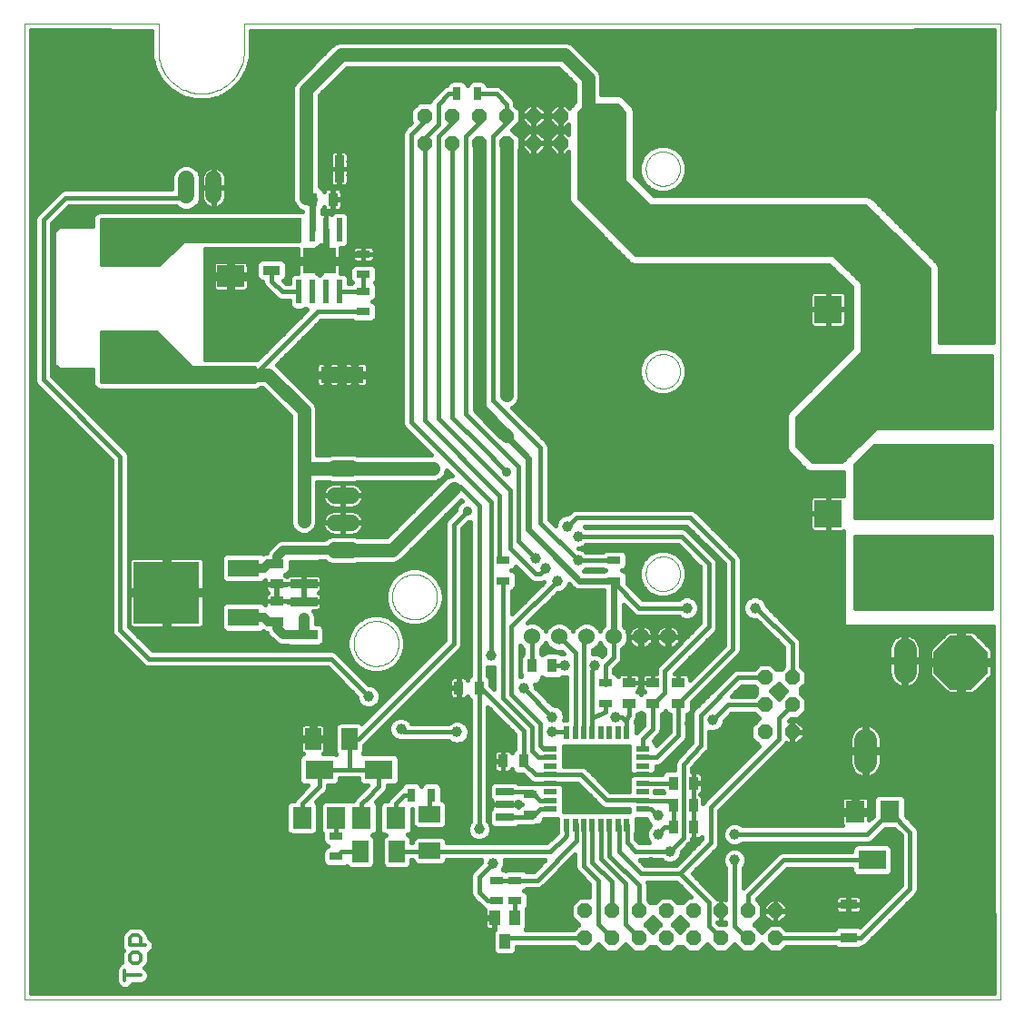
<source format=gtl>
G75*
G70*
%OFA0B0*%
%FSLAX24Y24*%
%IPPOS*%
%LPD*%
%AMOC8*
5,1,8,0,0,1.08239X$1,22.5*
%
%ADD10C,0.0000*%
%ADD11C,0.0130*%
%ADD12R,0.1000X0.1000*%
%ADD13C,0.1000*%
%ADD14R,0.0197X0.0866*%
%ADD15R,0.1220X0.0945*%
%ADD16R,0.2126X0.1575*%
%ADD17R,0.0630X0.0354*%
%ADD18R,0.0512X0.0276*%
%ADD19R,0.0354X0.0984*%
%ADD20R,0.0984X0.0787*%
%ADD21R,0.0354X0.0512*%
%ADD22R,0.1575X0.0591*%
%ADD23R,0.0984X0.0354*%
%ADD24R,0.0512X0.0354*%
%ADD25C,0.2441*%
%ADD26R,0.0394X0.0551*%
%ADD27R,0.0709X0.0787*%
%ADD28R,0.1024X0.0709*%
%ADD29OC8,0.1969*%
%ADD30OC8,0.0540*%
%ADD31R,0.0276X0.0512*%
%ADD32R,0.0591X0.0787*%
%ADD33R,0.0787X0.0591*%
%ADD34C,0.0600*%
%ADD35R,0.1181X0.0630*%
%ADD36R,0.2441X0.2283*%
%ADD37R,0.0500X0.0220*%
%ADD38R,0.0220X0.0500*%
%ADD39C,0.0600*%
%ADD40R,0.0669X0.0276*%
%ADD41C,0.0825*%
%ADD42C,0.0240*%
%ADD43C,0.0394*%
%ADD44C,0.0354*%
%ADD45C,0.0160*%
%ADD46C,0.0500*%
%ADD47C,0.0400*%
%ADD48C,0.0320*%
%ADD49C,0.0400*%
D10*
X000233Y000233D02*
X000233Y036060D01*
X005154Y036060D01*
X005154Y035076D01*
X005156Y034999D01*
X005162Y034922D01*
X005171Y034845D01*
X005184Y034769D01*
X005201Y034693D01*
X005222Y034619D01*
X005246Y034545D01*
X005274Y034473D01*
X005305Y034403D01*
X005340Y034334D01*
X005378Y034266D01*
X005419Y034201D01*
X005464Y034138D01*
X005512Y034077D01*
X005562Y034018D01*
X005615Y033962D01*
X005671Y033909D01*
X005730Y033859D01*
X005791Y033811D01*
X005854Y033766D01*
X005919Y033725D01*
X005987Y033687D01*
X006056Y033652D01*
X006126Y033621D01*
X006198Y033593D01*
X006272Y033569D01*
X006346Y033548D01*
X006422Y033531D01*
X006498Y033518D01*
X006575Y033509D01*
X006652Y033503D01*
X006729Y033501D01*
X006806Y033503D01*
X006883Y033509D01*
X006960Y033518D01*
X007036Y033531D01*
X007112Y033548D01*
X007186Y033569D01*
X007260Y033593D01*
X007332Y033621D01*
X007402Y033652D01*
X007471Y033687D01*
X007539Y033725D01*
X007604Y033766D01*
X007667Y033811D01*
X007728Y033859D01*
X007787Y033909D01*
X007843Y033962D01*
X007896Y034018D01*
X007946Y034077D01*
X007994Y034138D01*
X008039Y034201D01*
X008080Y034266D01*
X008118Y034334D01*
X008153Y034403D01*
X008184Y034473D01*
X008212Y034545D01*
X008236Y034619D01*
X008257Y034693D01*
X008274Y034769D01*
X008287Y034845D01*
X008296Y034922D01*
X008302Y034999D01*
X008304Y035076D01*
X008304Y036060D01*
X036060Y036060D01*
X036060Y000233D01*
X000233Y000233D01*
X012322Y013305D02*
X012324Y013362D01*
X012330Y013419D01*
X012340Y013475D01*
X012353Y013531D01*
X012371Y013585D01*
X012392Y013638D01*
X012417Y013689D01*
X012445Y013739D01*
X012477Y013786D01*
X012511Y013832D01*
X012549Y013874D01*
X012590Y013914D01*
X012633Y013952D01*
X012679Y013986D01*
X012727Y014016D01*
X012777Y014044D01*
X012829Y014068D01*
X012883Y014088D01*
X012937Y014104D01*
X012993Y014117D01*
X013049Y014126D01*
X013106Y014131D01*
X013163Y014132D01*
X013220Y014129D01*
X013277Y014122D01*
X013333Y014111D01*
X013388Y014097D01*
X013442Y014078D01*
X013495Y014056D01*
X013546Y014031D01*
X013595Y014001D01*
X013642Y013969D01*
X013687Y013933D01*
X013729Y013895D01*
X013768Y013853D01*
X013804Y013809D01*
X013838Y013763D01*
X013868Y013714D01*
X013894Y013664D01*
X013917Y013612D01*
X013936Y013558D01*
X013952Y013503D01*
X013964Y013447D01*
X013972Y013390D01*
X013976Y013334D01*
X013976Y013276D01*
X013972Y013220D01*
X013964Y013163D01*
X013952Y013107D01*
X013936Y013052D01*
X013917Y012998D01*
X013894Y012946D01*
X013868Y012896D01*
X013838Y012847D01*
X013804Y012801D01*
X013768Y012757D01*
X013729Y012715D01*
X013687Y012677D01*
X013642Y012641D01*
X013595Y012609D01*
X013546Y012579D01*
X013495Y012554D01*
X013442Y012532D01*
X013388Y012513D01*
X013333Y012499D01*
X013277Y012488D01*
X013220Y012481D01*
X013163Y012478D01*
X013106Y012479D01*
X013049Y012484D01*
X012993Y012493D01*
X012937Y012506D01*
X012883Y012522D01*
X012829Y012542D01*
X012777Y012566D01*
X012727Y012594D01*
X012679Y012624D01*
X012633Y012658D01*
X012590Y012696D01*
X012549Y012736D01*
X012511Y012778D01*
X012477Y012824D01*
X012445Y012871D01*
X012417Y012921D01*
X012392Y012972D01*
X012371Y013025D01*
X012353Y013079D01*
X012340Y013135D01*
X012330Y013191D01*
X012324Y013248D01*
X012322Y013305D01*
X013728Y015024D02*
X013730Y015081D01*
X013736Y015138D01*
X013746Y015194D01*
X013759Y015250D01*
X013777Y015304D01*
X013798Y015357D01*
X013823Y015408D01*
X013851Y015458D01*
X013883Y015505D01*
X013917Y015551D01*
X013955Y015593D01*
X013996Y015633D01*
X014039Y015671D01*
X014085Y015705D01*
X014133Y015735D01*
X014183Y015763D01*
X014235Y015787D01*
X014289Y015807D01*
X014343Y015823D01*
X014399Y015836D01*
X014455Y015845D01*
X014512Y015850D01*
X014569Y015851D01*
X014626Y015848D01*
X014683Y015841D01*
X014739Y015830D01*
X014794Y015816D01*
X014848Y015797D01*
X014901Y015775D01*
X014952Y015750D01*
X015001Y015720D01*
X015048Y015688D01*
X015093Y015652D01*
X015135Y015614D01*
X015174Y015572D01*
X015210Y015528D01*
X015244Y015482D01*
X015274Y015433D01*
X015300Y015383D01*
X015323Y015331D01*
X015342Y015277D01*
X015358Y015222D01*
X015370Y015166D01*
X015378Y015109D01*
X015382Y015053D01*
X015382Y014995D01*
X015378Y014939D01*
X015370Y014882D01*
X015358Y014826D01*
X015342Y014771D01*
X015323Y014717D01*
X015300Y014665D01*
X015274Y014615D01*
X015244Y014566D01*
X015210Y014520D01*
X015174Y014476D01*
X015135Y014434D01*
X015093Y014396D01*
X015048Y014360D01*
X015001Y014328D01*
X014952Y014298D01*
X014901Y014273D01*
X014848Y014251D01*
X014794Y014232D01*
X014739Y014218D01*
X014683Y014207D01*
X014626Y014200D01*
X014569Y014197D01*
X014512Y014198D01*
X014455Y014203D01*
X014399Y014212D01*
X014343Y014225D01*
X014289Y014241D01*
X014235Y014261D01*
X014183Y014285D01*
X014133Y014313D01*
X014085Y014343D01*
X014039Y014377D01*
X013996Y014415D01*
X013955Y014455D01*
X013917Y014497D01*
X013883Y014543D01*
X013851Y014590D01*
X013823Y014640D01*
X013798Y014691D01*
X013777Y014744D01*
X013759Y014798D01*
X013746Y014854D01*
X013736Y014910D01*
X013730Y014967D01*
X013728Y015024D01*
X023050Y015868D02*
X023052Y015918D01*
X023058Y015968D01*
X023068Y016017D01*
X023082Y016065D01*
X023099Y016112D01*
X023120Y016157D01*
X023145Y016201D01*
X023173Y016242D01*
X023205Y016281D01*
X023239Y016318D01*
X023276Y016352D01*
X023316Y016382D01*
X023358Y016409D01*
X023402Y016433D01*
X023448Y016454D01*
X023495Y016470D01*
X023543Y016483D01*
X023593Y016492D01*
X023642Y016497D01*
X023693Y016498D01*
X023743Y016495D01*
X023792Y016488D01*
X023841Y016477D01*
X023889Y016462D01*
X023935Y016444D01*
X023980Y016422D01*
X024023Y016396D01*
X024064Y016367D01*
X024103Y016335D01*
X024139Y016300D01*
X024171Y016262D01*
X024201Y016222D01*
X024228Y016179D01*
X024251Y016135D01*
X024270Y016089D01*
X024286Y016041D01*
X024298Y015992D01*
X024306Y015943D01*
X024310Y015893D01*
X024310Y015843D01*
X024306Y015793D01*
X024298Y015744D01*
X024286Y015695D01*
X024270Y015647D01*
X024251Y015601D01*
X024228Y015557D01*
X024201Y015514D01*
X024171Y015474D01*
X024139Y015436D01*
X024103Y015401D01*
X024064Y015369D01*
X024023Y015340D01*
X023980Y015314D01*
X023935Y015292D01*
X023889Y015274D01*
X023841Y015259D01*
X023792Y015248D01*
X023743Y015241D01*
X023693Y015238D01*
X023642Y015239D01*
X023593Y015244D01*
X023543Y015253D01*
X023495Y015266D01*
X023448Y015282D01*
X023402Y015303D01*
X023358Y015327D01*
X023316Y015354D01*
X023276Y015384D01*
X023239Y015418D01*
X023205Y015455D01*
X023173Y015494D01*
X023145Y015535D01*
X023120Y015579D01*
X023099Y015624D01*
X023082Y015671D01*
X023068Y015719D01*
X023058Y015768D01*
X023052Y015818D01*
X023050Y015868D01*
X023050Y023305D02*
X023052Y023355D01*
X023058Y023405D01*
X023068Y023454D01*
X023082Y023502D01*
X023099Y023549D01*
X023120Y023594D01*
X023145Y023638D01*
X023173Y023679D01*
X023205Y023718D01*
X023239Y023755D01*
X023276Y023789D01*
X023316Y023819D01*
X023358Y023846D01*
X023402Y023870D01*
X023448Y023891D01*
X023495Y023907D01*
X023543Y023920D01*
X023593Y023929D01*
X023642Y023934D01*
X023693Y023935D01*
X023743Y023932D01*
X023792Y023925D01*
X023841Y023914D01*
X023889Y023899D01*
X023935Y023881D01*
X023980Y023859D01*
X024023Y023833D01*
X024064Y023804D01*
X024103Y023772D01*
X024139Y023737D01*
X024171Y023699D01*
X024201Y023659D01*
X024228Y023616D01*
X024251Y023572D01*
X024270Y023526D01*
X024286Y023478D01*
X024298Y023429D01*
X024306Y023380D01*
X024310Y023330D01*
X024310Y023280D01*
X024306Y023230D01*
X024298Y023181D01*
X024286Y023132D01*
X024270Y023084D01*
X024251Y023038D01*
X024228Y022994D01*
X024201Y022951D01*
X024171Y022911D01*
X024139Y022873D01*
X024103Y022838D01*
X024064Y022806D01*
X024023Y022777D01*
X023980Y022751D01*
X023935Y022729D01*
X023889Y022711D01*
X023841Y022696D01*
X023792Y022685D01*
X023743Y022678D01*
X023693Y022675D01*
X023642Y022676D01*
X023593Y022681D01*
X023543Y022690D01*
X023495Y022703D01*
X023448Y022719D01*
X023402Y022740D01*
X023358Y022764D01*
X023316Y022791D01*
X023276Y022821D01*
X023239Y022855D01*
X023205Y022892D01*
X023173Y022931D01*
X023145Y022972D01*
X023120Y023016D01*
X023099Y023061D01*
X023082Y023108D01*
X023068Y023156D01*
X023058Y023205D01*
X023052Y023255D01*
X023050Y023305D01*
X023050Y030742D02*
X023052Y030792D01*
X023058Y030842D01*
X023068Y030891D01*
X023082Y030939D01*
X023099Y030986D01*
X023120Y031031D01*
X023145Y031075D01*
X023173Y031116D01*
X023205Y031155D01*
X023239Y031192D01*
X023276Y031226D01*
X023316Y031256D01*
X023358Y031283D01*
X023402Y031307D01*
X023448Y031328D01*
X023495Y031344D01*
X023543Y031357D01*
X023593Y031366D01*
X023642Y031371D01*
X023693Y031372D01*
X023743Y031369D01*
X023792Y031362D01*
X023841Y031351D01*
X023889Y031336D01*
X023935Y031318D01*
X023980Y031296D01*
X024023Y031270D01*
X024064Y031241D01*
X024103Y031209D01*
X024139Y031174D01*
X024171Y031136D01*
X024201Y031096D01*
X024228Y031053D01*
X024251Y031009D01*
X024270Y030963D01*
X024286Y030915D01*
X024298Y030866D01*
X024306Y030817D01*
X024310Y030767D01*
X024310Y030717D01*
X024306Y030667D01*
X024298Y030618D01*
X024286Y030569D01*
X024270Y030521D01*
X024251Y030475D01*
X024228Y030431D01*
X024201Y030388D01*
X024171Y030348D01*
X024139Y030310D01*
X024103Y030275D01*
X024064Y030243D01*
X024023Y030214D01*
X023980Y030188D01*
X023935Y030166D01*
X023889Y030148D01*
X023841Y030133D01*
X023792Y030122D01*
X023743Y030115D01*
X023693Y030112D01*
X023642Y030113D01*
X023593Y030118D01*
X023543Y030127D01*
X023495Y030140D01*
X023448Y030156D01*
X023402Y030177D01*
X023358Y030201D01*
X023316Y030228D01*
X023276Y030258D01*
X023239Y030292D01*
X023205Y030329D01*
X023173Y030368D01*
X023145Y030409D01*
X023120Y030453D01*
X023099Y030498D01*
X023082Y030545D01*
X023068Y030593D01*
X023058Y030642D01*
X023052Y030692D01*
X023050Y030742D01*
D11*
X004395Y002602D02*
X004205Y002602D01*
X004110Y002507D01*
X004110Y002222D01*
X004680Y002222D01*
X004490Y002222D02*
X004490Y002507D01*
X004395Y002602D01*
X004395Y001957D02*
X004205Y001957D01*
X004110Y001862D01*
X004110Y001672D01*
X004205Y001577D01*
X004395Y001577D01*
X004490Y001672D01*
X004490Y001862D01*
X004395Y001957D01*
X003920Y001313D02*
X003920Y000932D01*
X003920Y001123D02*
X004490Y001123D01*
D12*
X029742Y018079D03*
X029743Y025578D03*
D13*
X029743Y028531D03*
X029742Y021031D03*
D14*
X011805Y026226D03*
X011305Y026226D03*
X010805Y026226D03*
X010305Y026226D03*
X010305Y028509D03*
X010805Y028509D03*
X011305Y028509D03*
X011805Y028509D03*
D15*
X011055Y027367D03*
D16*
X004055Y028118D03*
X004055Y023866D03*
D17*
X009305Y027007D03*
X009305Y028228D03*
X030493Y003728D03*
X030493Y002507D03*
D18*
X021555Y011118D03*
X021555Y011866D03*
X021868Y015618D03*
X021868Y016366D03*
X017805Y016366D03*
X017805Y015618D03*
X018805Y007773D03*
X018805Y007025D03*
X018243Y004616D03*
X017555Y004616D03*
X017555Y003868D03*
X018243Y003868D03*
X011680Y005493D03*
X011680Y006241D03*
X012680Y025493D03*
X012680Y026241D03*
X012680Y026868D03*
X012680Y027616D03*
D19*
X011790Y030742D03*
X010570Y030742D03*
D20*
X007805Y028444D03*
X007805Y026791D03*
D21*
X010806Y029617D03*
X011554Y029617D03*
X018868Y012492D03*
X019617Y012492D03*
X016929Y011680D03*
X016181Y011680D03*
X017806Y008992D03*
X018554Y008992D03*
X024056Y008180D03*
X024804Y008180D03*
X024804Y007367D03*
X024056Y007367D03*
X024056Y006555D03*
X024804Y006555D03*
D22*
X011899Y023180D03*
X007961Y023180D03*
D23*
X010493Y016728D03*
X010493Y015507D03*
X010492Y014853D03*
X010492Y013632D03*
D24*
X009493Y014118D03*
X009493Y014866D03*
X009493Y015493D03*
X009493Y016241D03*
X022430Y011866D03*
X022430Y011118D03*
X023305Y011118D03*
X023305Y011866D03*
X024243Y011866D03*
X024243Y011118D03*
D25*
X034288Y002005D03*
X002005Y002005D03*
X002005Y034288D03*
X034288Y034288D03*
D26*
X018242Y003238D03*
X017493Y003238D03*
X017868Y002372D03*
D27*
X013872Y006916D03*
X012613Y006916D03*
X011685Y006916D03*
X010425Y006916D03*
X030738Y007132D03*
X031997Y007132D03*
D28*
X031368Y005360D03*
X013243Y008687D03*
X011055Y008687D03*
D29*
X034618Y012617D03*
X034618Y015930D03*
X034618Y019242D03*
X034618Y022555D03*
D30*
X028430Y012055D03*
X027430Y012055D03*
X027430Y011055D03*
X028430Y011055D03*
X028430Y010055D03*
X027430Y010055D03*
X027805Y003492D03*
X027805Y002492D03*
X026805Y002492D03*
X025805Y002492D03*
X024805Y002492D03*
X023805Y002492D03*
X022805Y002492D03*
X021805Y002492D03*
X020805Y002492D03*
X020805Y003492D03*
X021805Y003492D03*
X022805Y003492D03*
X023805Y003492D03*
X024805Y003492D03*
X025805Y003492D03*
X026805Y003492D03*
X021930Y031680D03*
X021930Y032680D03*
X020930Y032680D03*
X019930Y032680D03*
X018930Y032680D03*
X017930Y032680D03*
X016930Y032680D03*
X015930Y032680D03*
X014930Y032680D03*
X014930Y031680D03*
X015930Y031680D03*
X016930Y031680D03*
X017930Y031680D03*
X018930Y031680D03*
X019930Y031680D03*
X020930Y031680D03*
D31*
X016867Y033492D03*
X016119Y033492D03*
X015179Y007743D03*
X014431Y007743D03*
D32*
X013912Y005680D03*
X012573Y005680D03*
X012162Y009805D03*
X010823Y009805D03*
D33*
X015118Y007037D03*
X015118Y005698D03*
D34*
X012230Y016742D02*
X011630Y016742D01*
X011630Y017742D02*
X012230Y017742D01*
X012230Y018742D02*
X011630Y018742D01*
X011630Y019742D02*
X012230Y019742D01*
X007180Y029755D02*
X007180Y030355D01*
X006180Y030355D02*
X006180Y029755D01*
D35*
X008287Y016085D03*
X008287Y014274D03*
D36*
X005453Y015180D03*
D37*
X019553Y009439D03*
X019553Y009124D03*
X019553Y008809D03*
X019553Y008494D03*
X019553Y008179D03*
X019553Y007864D03*
X019553Y007549D03*
X019553Y007234D03*
X022933Y007234D03*
X022933Y007549D03*
X022933Y007864D03*
X022933Y008179D03*
X022933Y008494D03*
X022933Y008809D03*
X022933Y009124D03*
X022933Y009439D03*
D38*
X022345Y010026D03*
X022030Y010026D03*
X021715Y010026D03*
X021400Y010026D03*
X021085Y010026D03*
X020770Y010026D03*
X020455Y010026D03*
X020140Y010026D03*
X020140Y006646D03*
X020455Y006646D03*
X020770Y006646D03*
X021085Y006646D03*
X021400Y006646D03*
X021715Y006646D03*
X022030Y006646D03*
X022345Y006646D03*
D39*
X021868Y013555D03*
X022868Y013555D03*
X023868Y013555D03*
X020868Y013555D03*
X019868Y013555D03*
X018868Y013555D03*
D40*
X017868Y007871D03*
X017868Y007399D03*
X017868Y006926D03*
D41*
X031118Y008955D02*
X031118Y009780D01*
X032555Y012267D02*
X032555Y013092D01*
X031118Y014955D02*
X031118Y015780D01*
X031118Y016080D02*
X031118Y016905D01*
X032555Y018267D02*
X032555Y019092D01*
X032555Y019392D02*
X032555Y020217D01*
X031118Y022080D02*
X031118Y022905D01*
X032555Y025392D02*
X032555Y026217D01*
D42*
X021868Y015617D02*
X021868Y015555D01*
X021868Y013555D01*
X021868Y015617D02*
X020618Y015617D01*
X019681Y016554D01*
X019494Y016741D01*
X018743Y017492D01*
X018743Y020117D01*
X017868Y020992D01*
X017930Y020930D01*
X011930Y027368D02*
X011055Y027368D01*
X011055Y027367D01*
X011055Y027368D02*
X011305Y027618D01*
X011305Y028509D01*
X010805Y028509D02*
X010805Y029617D01*
X010806Y029617D01*
X010805Y029617D02*
X010805Y029617D01*
X011554Y029617D02*
X011555Y029617D01*
X011555Y029617D01*
X012179Y027616D02*
X011930Y027368D01*
X012179Y027616D02*
X012680Y027616D01*
D43*
X012680Y028055D03*
X011430Y027618D03*
X011055Y027368D03*
X010680Y027618D03*
X010680Y027118D03*
X011430Y027118D03*
X011992Y029617D03*
X012242Y030492D03*
X012242Y030992D03*
X008055Y026118D03*
X007555Y026118D03*
X011367Y023618D03*
X011867Y023618D03*
X012367Y023618D03*
X012367Y022743D03*
X011867Y022743D03*
X011367Y022743D03*
X010493Y017805D03*
X008242Y015180D03*
X010493Y014242D03*
X012868Y011367D03*
X014055Y010180D03*
X016118Y010055D03*
X018555Y011680D03*
X019618Y010617D03*
X019618Y010055D03*
X021930Y010617D03*
X021180Y012492D03*
X020055Y012492D03*
X017368Y012867D03*
X019805Y015617D03*
X019368Y016055D03*
X018993Y016430D03*
X020180Y017617D03*
X020555Y017242D03*
X020555Y016367D03*
X024555Y014617D03*
X027055Y014617D03*
X025493Y010492D03*
X023493Y006992D03*
X023493Y006305D03*
X023930Y005680D03*
X026305Y005367D03*
X026305Y006305D03*
X017430Y005242D03*
X016930Y006492D03*
X011430Y009805D03*
X015430Y016055D03*
X004742Y018242D03*
X001867Y021242D03*
X002680Y030242D03*
X004742Y011805D03*
X004742Y007867D03*
X004805Y003867D03*
X028055Y033680D03*
D44*
X028055Y029930D03*
X029680Y026867D03*
X031742Y029555D03*
X033617Y027680D03*
X033992Y024555D03*
X035617Y024555D03*
X030117Y019180D03*
X030118Y016992D03*
X030118Y014242D03*
X027930Y012492D03*
X028867Y011555D03*
X028867Y010555D03*
X026992Y010555D03*
X026992Y011555D03*
X025868Y012117D03*
X025368Y013117D03*
X025805Y014180D03*
X025805Y015055D03*
X025805Y016055D03*
X024868Y016055D03*
X025930Y017555D03*
X022743Y016805D03*
X022743Y015367D03*
X022368Y014055D03*
X022368Y013055D03*
X023368Y013055D03*
X023368Y014055D03*
X024368Y014055D03*
X022868Y011555D03*
X022868Y010368D03*
X023774Y010368D03*
X024649Y010368D03*
X025492Y009930D03*
X024930Y008743D03*
X025868Y006868D03*
X025867Y005868D03*
X025742Y004805D03*
X025742Y004243D03*
X026805Y004805D03*
X027305Y003930D03*
X027305Y002993D03*
X027305Y002055D03*
X028305Y002055D03*
X029492Y000743D03*
X030492Y003118D03*
X032180Y002930D03*
X032117Y004493D03*
X033242Y005305D03*
X032117Y006243D03*
X032867Y007055D03*
X029993Y006868D03*
X029993Y005868D03*
X029117Y004868D03*
X028305Y003930D03*
X027930Y005868D03*
X027930Y006868D03*
X027180Y008368D03*
X026992Y009555D03*
X024680Y005867D03*
X023242Y005305D03*
X023242Y004430D03*
X022867Y006493D03*
X022180Y008305D03*
X022180Y009305D03*
X020993Y009305D03*
X020305Y007993D03*
X020305Y007368D03*
X021055Y007368D03*
X019555Y006430D03*
X018368Y006118D03*
X018617Y005180D03*
X017367Y006118D03*
X016430Y006118D03*
X016430Y005180D03*
X015055Y004930D03*
X015117Y006367D03*
X016430Y007930D03*
X017367Y008368D03*
X017367Y008993D03*
X016430Y009493D03*
X017367Y010618D03*
X016430Y010930D03*
X017367Y012243D03*
X016461Y013618D03*
X015430Y013618D03*
X013555Y011680D03*
X014367Y010930D03*
X014367Y009492D03*
X012992Y009492D03*
X012617Y010680D03*
X011242Y012055D03*
X011680Y013493D03*
X011242Y014867D03*
X011242Y015492D03*
X012492Y016055D03*
X011117Y017368D03*
X009742Y017368D03*
X009743Y019118D03*
X011117Y019118D03*
X011180Y020430D03*
X009805Y021493D03*
X008742Y022430D03*
X009805Y023555D03*
X010805Y023180D03*
X011242Y024993D03*
X009867Y025493D03*
X008805Y024180D03*
X007055Y024180D03*
X006992Y022430D03*
X004055Y022430D03*
X001555Y023180D03*
X006992Y027618D03*
X009305Y029368D03*
X009867Y033493D03*
X011742Y033805D03*
X012117Y035618D03*
X013930Y034180D03*
X015930Y035618D03*
X018055Y034243D03*
X019930Y035618D03*
X021617Y033680D03*
X022805Y031493D03*
X024430Y029930D03*
X025742Y026867D03*
X022242Y027117D03*
X020367Y028992D03*
X018617Y028617D03*
X018617Y024992D03*
X018617Y021680D03*
X019305Y020993D03*
X019680Y019742D03*
X019680Y018680D03*
X017930Y019617D03*
X016493Y018180D03*
X016461Y017430D03*
X015430Y017430D03*
X015117Y019055D03*
X014742Y020430D03*
X012680Y018243D03*
X008992Y015430D03*
X008992Y014930D03*
X008992Y013430D03*
X008055Y011805D03*
X006367Y009868D03*
X008055Y007930D03*
X006367Y005868D03*
X008055Y003868D03*
X006367Y002305D03*
X008055Y000743D03*
X010117Y002305D03*
X012117Y000743D03*
X014367Y002243D03*
X016492Y000743D03*
X018867Y002992D03*
X020305Y002055D03*
X021305Y002055D03*
X022305Y002055D03*
X021180Y000743D03*
X020305Y003930D03*
X020305Y005180D03*
X018368Y007399D03*
X018368Y008368D03*
X017368Y007399D03*
X013680Y007930D03*
X012117Y007930D03*
X013242Y006242D03*
X012492Y004868D03*
X012117Y003868D03*
X010992Y006117D03*
X010117Y005868D03*
X010055Y009867D03*
X005805Y014430D03*
X006117Y014680D03*
X005805Y014930D03*
X006117Y015180D03*
X005805Y015430D03*
X006117Y015680D03*
X005805Y015930D03*
X005492Y015680D03*
X005180Y015930D03*
X004867Y015680D03*
X005180Y015430D03*
X005492Y015180D03*
X005180Y014930D03*
X005492Y014680D03*
X005180Y014430D03*
X004867Y014680D03*
X004867Y015180D03*
X013867Y023243D03*
X013930Y027430D03*
X013930Y032118D03*
X004367Y030243D03*
X001742Y028930D03*
X018305Y014868D03*
X018743Y015305D03*
X019368Y014055D03*
X019368Y013055D03*
X020368Y014055D03*
X021368Y014055D03*
X021368Y013055D03*
X021368Y015118D03*
X020430Y015118D03*
X020993Y016805D03*
X022743Y018367D03*
X028055Y021055D03*
X029180Y023305D03*
X019867Y011243D03*
X026305Y002055D03*
X025305Y000743D03*
D45*
X025016Y001982D02*
X024594Y001982D01*
X024404Y002172D01*
X024206Y002172D01*
X024016Y001982D01*
X023594Y001982D01*
X023404Y002172D01*
X023206Y002172D01*
X023016Y001982D01*
X022594Y001982D01*
X022305Y002271D01*
X022016Y001982D01*
X021594Y001982D01*
X021305Y002271D01*
X021016Y001982D01*
X020594Y001982D01*
X020400Y002176D01*
X018304Y002173D01*
X018304Y002049D01*
X018268Y001960D01*
X018200Y001893D01*
X018112Y001856D01*
X017623Y001856D01*
X017535Y001893D01*
X017467Y001960D01*
X017431Y002049D01*
X017431Y002695D01*
X017467Y002783D01*
X017512Y002828D01*
X017512Y003220D01*
X017475Y003220D01*
X017138Y003220D01*
X017138Y002942D01*
X017149Y002901D01*
X017170Y002865D01*
X017199Y002835D01*
X017235Y002815D01*
X017276Y002804D01*
X017475Y002804D01*
X017475Y003220D01*
X017475Y003256D01*
X017138Y003256D01*
X017138Y003535D01*
X017142Y003549D01*
X017116Y003574D01*
X017060Y003597D01*
X016749Y003909D01*
X016659Y003999D01*
X016610Y004116D01*
X016610Y004806D01*
X016659Y004924D01*
X016993Y005258D01*
X016993Y005329D01*
X017006Y005360D01*
X015751Y005360D01*
X015751Y005355D01*
X015715Y005267D01*
X015647Y005199D01*
X015559Y005163D01*
X014676Y005163D01*
X014588Y005199D01*
X014520Y005267D01*
X014484Y005355D01*
X014484Y005360D01*
X014447Y005360D01*
X014447Y005239D01*
X014410Y005150D01*
X014343Y005083D01*
X014255Y005046D01*
X013569Y005046D01*
X013481Y005083D01*
X013413Y005150D01*
X013376Y005239D01*
X013376Y006121D01*
X013413Y006210D01*
X013481Y006277D01*
X013492Y006282D01*
X013470Y006282D01*
X013382Y006319D01*
X013315Y006386D01*
X013278Y006474D01*
X013278Y007357D01*
X013315Y007445D01*
X013382Y007513D01*
X013470Y007549D01*
X013574Y007549D01*
X013601Y007616D01*
X013999Y008014D01*
X014053Y008036D01*
X014053Y008046D01*
X014090Y008134D01*
X014157Y008202D01*
X014245Y008238D01*
X014616Y008238D01*
X014705Y008202D01*
X014772Y008134D01*
X014805Y008055D01*
X014838Y008134D01*
X014905Y008202D01*
X014993Y008238D01*
X015365Y008238D01*
X015453Y008202D01*
X015520Y008134D01*
X015557Y008046D01*
X015557Y007572D01*
X015559Y007572D01*
X015647Y007535D01*
X015715Y007468D01*
X015751Y007380D01*
X015751Y006694D01*
X015715Y006606D01*
X015647Y006538D01*
X015559Y006501D01*
X014676Y006501D01*
X014588Y006538D01*
X014520Y006606D01*
X014484Y006694D01*
X014484Y007247D01*
X014467Y007247D01*
X014467Y006474D01*
X014430Y006386D01*
X014363Y006319D01*
X014303Y006294D01*
X014343Y006277D01*
X014410Y006210D01*
X014447Y006121D01*
X014447Y006000D01*
X014484Y006000D01*
X014484Y006041D01*
X014520Y006129D01*
X014588Y006197D01*
X014676Y006233D01*
X015559Y006233D01*
X015647Y006197D01*
X015715Y006129D01*
X015751Y006041D01*
X015751Y006000D01*
X019417Y006000D01*
X019790Y006368D01*
X019790Y006884D01*
X019301Y006884D01*
X019301Y006839D01*
X019264Y006751D01*
X019197Y006683D01*
X019109Y006647D01*
X019020Y006647D01*
X018931Y006610D01*
X018363Y006610D01*
X018338Y006585D01*
X018250Y006548D01*
X017485Y006548D01*
X017397Y006585D01*
X017342Y006640D01*
X017367Y006579D01*
X017367Y006406D01*
X017300Y006245D01*
X017177Y006122D01*
X017017Y006056D01*
X016843Y006056D01*
X016683Y006122D01*
X016560Y006245D01*
X016493Y006406D01*
X016493Y006579D01*
X016560Y006740D01*
X016610Y006790D01*
X016610Y011226D01*
X016548Y011288D01*
X016512Y011376D01*
X016512Y011384D01*
X016506Y011363D01*
X016485Y011327D01*
X016456Y011297D01*
X016419Y011276D01*
X016379Y011265D01*
X016190Y011265D01*
X016190Y011671D01*
X016172Y011671D01*
X016172Y011265D01*
X015983Y011265D01*
X015943Y011276D01*
X015906Y011297D01*
X015877Y011327D01*
X015856Y011363D01*
X015845Y011403D01*
X015845Y011671D01*
X016172Y011671D01*
X016172Y011689D01*
X016172Y012095D01*
X015983Y012095D01*
X015943Y012084D01*
X015906Y012063D01*
X015877Y012033D01*
X015856Y011997D01*
X015845Y011957D01*
X015845Y011689D01*
X016172Y011689D01*
X016190Y011689D01*
X016190Y012095D01*
X016379Y012095D01*
X016419Y012084D01*
X016456Y012063D01*
X016485Y012033D01*
X016506Y011997D01*
X016512Y011976D01*
X016512Y011984D01*
X016548Y012072D01*
X016609Y012133D01*
X016611Y017777D01*
X016575Y017763D01*
X016528Y017763D01*
X016312Y017547D01*
X016312Y014010D01*
X016313Y013369D01*
X016313Y013369D01*
X016313Y013287D01*
X016313Y013241D01*
X016313Y013241D01*
X016286Y013176D01*
X016264Y013124D01*
X016264Y013124D01*
X016264Y013124D01*
X016219Y013079D01*
X016174Y013034D01*
X016174Y013034D01*
X012764Y009624D01*
X012764Y009624D01*
X012719Y009579D01*
X012697Y009557D01*
X012697Y009364D01*
X012661Y009275D01*
X012656Y009270D01*
X012683Y009282D01*
X013802Y009282D01*
X013890Y009245D01*
X013958Y009178D01*
X013994Y009089D01*
X013994Y008285D01*
X013958Y008197D01*
X013890Y008130D01*
X013802Y008093D01*
X013563Y008093D01*
X013563Y007991D01*
X013514Y007874D01*
X013451Y007811D01*
X013451Y007811D01*
X013404Y007764D01*
X013361Y007721D01*
X013706Y007721D01*
X013579Y007562D02*
X013203Y007562D01*
X013128Y007488D02*
X013361Y007721D01*
X013361Y007721D01*
X013516Y007879D02*
X013864Y007879D01*
X014053Y008038D02*
X013563Y008038D01*
X013243Y008055D02*
X013243Y008687D01*
X013243Y008680D01*
X013243Y008687D02*
X012180Y008687D01*
X012180Y009805D01*
X012367Y009805D01*
X012162Y009805D01*
X012180Y009805D02*
X012493Y009805D01*
X015993Y013305D01*
X015993Y013992D01*
X015993Y017680D01*
X016493Y018180D01*
X016107Y018340D02*
X016033Y018340D01*
X016075Y018263D02*
X016075Y018215D01*
X015721Y017861D01*
X015673Y017744D01*
X015673Y014056D01*
X015672Y014056D01*
X015673Y014011D01*
X015673Y013929D01*
X015673Y013438D01*
X012615Y010380D01*
X012593Y010402D01*
X012505Y010439D01*
X011819Y010439D01*
X011731Y010402D01*
X011663Y010335D01*
X011627Y010246D01*
X011627Y009364D01*
X011663Y009275D01*
X011687Y009252D01*
X011615Y009282D01*
X011211Y009282D01*
X011216Y009284D01*
X011246Y009314D01*
X011266Y009350D01*
X011277Y009390D01*
X011277Y009737D01*
X010891Y009737D01*
X010891Y009873D01*
X010756Y009873D01*
X010756Y010357D01*
X010507Y010357D01*
X010467Y010347D01*
X010431Y010326D01*
X010401Y010296D01*
X010380Y010260D01*
X010369Y010220D01*
X010369Y009873D01*
X010756Y009873D01*
X010756Y009737D01*
X010369Y009737D01*
X010369Y009390D01*
X010380Y009350D01*
X010401Y009314D01*
X010431Y009284D01*
X010460Y009267D01*
X010407Y009245D01*
X010340Y009178D01*
X010303Y009089D01*
X010303Y008285D01*
X010340Y008197D01*
X010407Y008129D01*
X010495Y008093D01*
X010640Y008093D01*
X010154Y007606D01*
X010130Y007549D01*
X010023Y007549D01*
X009935Y007513D01*
X009867Y007445D01*
X009831Y007357D01*
X009831Y006474D01*
X009867Y006386D01*
X009935Y006318D01*
X010023Y006282D01*
X010827Y006282D01*
X010915Y006318D01*
X010983Y006386D01*
X011019Y006474D01*
X011019Y007357D01*
X010983Y007445D01*
X010940Y007488D01*
X011326Y007874D01*
X011375Y007991D01*
X011375Y008093D01*
X011615Y008093D01*
X011703Y008129D01*
X011770Y008197D01*
X011807Y008285D01*
X011807Y008367D01*
X012491Y008367D01*
X012491Y008285D01*
X012527Y008197D01*
X012595Y008130D01*
X012683Y008093D01*
X012828Y008093D01*
X012686Y007951D01*
X012644Y007909D01*
X012596Y007861D01*
X012341Y007606D01*
X012318Y007549D01*
X012211Y007549D01*
X012149Y007524D01*
X012087Y007549D01*
X011283Y007549D01*
X011195Y007513D01*
X011127Y007445D01*
X011091Y007357D01*
X011091Y006474D01*
X011127Y006386D01*
X011184Y006329D01*
X011184Y006056D01*
X011221Y005968D01*
X011288Y005900D01*
X011367Y005867D01*
X011288Y005835D01*
X011221Y005767D01*
X011184Y005679D01*
X011184Y005308D01*
X011221Y005220D01*
X011288Y005152D01*
X011376Y005116D01*
X011984Y005116D01*
X012072Y005152D01*
X012073Y005153D01*
X012074Y005150D01*
X012142Y005083D01*
X012230Y005046D01*
X012916Y005046D01*
X013004Y005083D01*
X013072Y005150D01*
X013108Y005239D01*
X013108Y006121D01*
X013072Y006210D01*
X013004Y006277D01*
X012993Y006282D01*
X013015Y006282D01*
X013103Y006319D01*
X013170Y006386D01*
X013207Y006474D01*
X013207Y007357D01*
X013170Y007445D01*
X013128Y007488D01*
X013188Y007404D02*
X013298Y007404D01*
X013278Y007245D02*
X013207Y007245D01*
X013207Y007087D02*
X013278Y007087D01*
X013278Y006928D02*
X013207Y006928D01*
X013207Y006770D02*
X013278Y006770D01*
X013278Y006611D02*
X013207Y006611D01*
X013198Y006453D02*
X013287Y006453D01*
X013440Y006294D02*
X013045Y006294D01*
X013102Y006136D02*
X013383Y006136D01*
X013376Y005977D02*
X013108Y005977D01*
X013108Y005819D02*
X013376Y005819D01*
X013376Y005660D02*
X013108Y005660D01*
X013108Y005502D02*
X013376Y005502D01*
X013376Y005343D02*
X013108Y005343D01*
X013086Y005185D02*
X013399Y005185D01*
X013912Y005680D02*
X014743Y005680D01*
X014805Y005617D01*
X014805Y005636D01*
X015118Y005698D01*
X015198Y005698D01*
X015243Y005680D01*
X019549Y005680D01*
X020055Y006180D01*
X020140Y006265D01*
X020140Y006646D01*
X020455Y006646D02*
X020493Y006684D01*
X020493Y006055D01*
X019055Y004617D01*
X018555Y004617D01*
X018243Y004616D01*
X018243Y004616D01*
X017555Y004616D01*
X017800Y004994D02*
X017800Y004995D01*
X017867Y005156D01*
X017867Y005329D01*
X017854Y005360D01*
X019345Y005360D01*
X018922Y004937D01*
X018655Y004937D01*
X018634Y004958D01*
X018546Y004994D01*
X017939Y004994D01*
X017899Y004978D01*
X017859Y004994D01*
X017800Y004994D01*
X017813Y005026D02*
X019011Y005026D01*
X019170Y005185D02*
X017867Y005185D01*
X017861Y005343D02*
X019328Y005343D01*
X019758Y004868D02*
X020602Y004868D01*
X020499Y004971D02*
X020985Y004485D01*
X020985Y004002D01*
X020594Y004002D01*
X020295Y003704D01*
X020295Y003281D01*
X020584Y002992D01*
X020408Y002816D01*
X018629Y002814D01*
X018642Y002827D01*
X018678Y002915D01*
X018678Y003561D01*
X018675Y003568D01*
X018702Y003595D01*
X018738Y003683D01*
X018738Y004054D01*
X018702Y004142D01*
X018634Y004210D01*
X018555Y004242D01*
X018634Y004275D01*
X018657Y004297D01*
X019119Y004297D01*
X019236Y004346D01*
X019326Y004436D01*
X020450Y005560D01*
X020450Y005216D01*
X020450Y005089D01*
X020499Y004971D01*
X020476Y005026D02*
X019917Y005026D01*
X020075Y005185D02*
X020450Y005185D01*
X020450Y005343D02*
X020234Y005343D01*
X020392Y005502D02*
X020450Y005502D01*
X020770Y005152D02*
X021305Y004617D01*
X021305Y002992D01*
X021805Y002492D01*
X022207Y002173D02*
X022403Y002173D01*
X022561Y002015D02*
X022049Y002015D01*
X021561Y002015D02*
X021049Y002015D01*
X021207Y002173D02*
X021403Y002173D01*
X020805Y002492D02*
X020676Y002497D01*
X017868Y002492D01*
X017868Y002372D01*
X017431Y002332D02*
X004965Y002332D01*
X004985Y002282D02*
X004939Y002394D01*
X004853Y002480D01*
X004795Y002504D01*
X004795Y002567D01*
X004749Y002680D01*
X004663Y002765D01*
X004568Y002860D01*
X004456Y002907D01*
X004144Y002907D01*
X004032Y002860D01*
X003946Y002775D01*
X003851Y002680D01*
X003805Y002567D01*
X003805Y002161D01*
X003851Y002049D01*
X003858Y002042D01*
X003851Y002035D01*
X003805Y001923D01*
X003805Y001611D01*
X003810Y001598D01*
X003747Y001571D01*
X003661Y001486D01*
X003615Y001373D01*
X003615Y000872D01*
X003661Y000760D01*
X003747Y000674D01*
X003859Y000627D01*
X003980Y000627D01*
X004092Y000674D01*
X004178Y000760D01*
X004202Y000818D01*
X004551Y000818D01*
X004663Y000864D01*
X004749Y000950D01*
X004795Y001062D01*
X004795Y001183D01*
X004749Y001295D01*
X004663Y001381D01*
X033058Y001381D01*
X033040Y001414D02*
X033104Y001295D01*
X033179Y001182D01*
X033265Y001077D01*
X033361Y000982D01*
X033466Y000896D01*
X033578Y000820D01*
X033698Y000756D01*
X033823Y000705D01*
X033953Y000665D01*
X034086Y000639D01*
X034208Y000627D01*
X034208Y001925D01*
X032910Y001925D01*
X032922Y001802D01*
X032949Y001669D01*
X032988Y001540D01*
X033040Y001414D01*
X032930Y001381D02*
X035822Y001381D01*
X035820Y001381D02*
X035519Y001381D01*
X035537Y001414D02*
X035588Y001540D01*
X035628Y001669D01*
X035654Y001802D01*
X035666Y001925D01*
X034368Y001925D01*
X034368Y000627D01*
X034491Y000639D01*
X034624Y000665D01*
X034753Y000705D01*
X034879Y000756D01*
X034998Y000820D01*
X035111Y000896D01*
X035216Y000982D01*
X035311Y001077D01*
X035397Y001182D01*
X035473Y001295D01*
X035537Y001414D01*
X035588Y001539D02*
X035820Y001539D01*
X035822Y001539D02*
X032930Y001539D01*
X032988Y001539D02*
X004765Y001539D01*
X004749Y001499D02*
X004795Y001611D01*
X004795Y001923D01*
X004789Y001937D01*
X004853Y001963D01*
X004939Y002049D01*
X004985Y002161D01*
X004985Y002282D01*
X004985Y002173D02*
X017431Y002173D01*
X017445Y002015D02*
X004905Y002015D01*
X004795Y001856D02*
X017623Y001856D01*
X018112Y001856D02*
X032917Y001856D01*
X032930Y001856D02*
X035822Y001856D01*
X035820Y001856D02*
X035660Y001856D01*
X035633Y001698D02*
X035820Y001698D01*
X035822Y001698D02*
X032930Y001698D01*
X032943Y001698D02*
X004795Y001698D01*
X004749Y001499D02*
X004640Y001391D01*
X004663Y001381D01*
X004779Y001222D02*
X033152Y001222D01*
X033279Y001064D02*
X004795Y001064D01*
X004704Y000905D02*
X033454Y000905D01*
X033721Y000747D02*
X004165Y000747D01*
X003674Y000747D02*
X002572Y000747D01*
X002595Y000756D02*
X002715Y000820D01*
X002827Y000896D01*
X002932Y000982D01*
X003028Y001077D01*
X003114Y001182D01*
X003189Y001295D01*
X003253Y001414D01*
X003305Y001540D01*
X003344Y001669D01*
X003371Y001802D01*
X003383Y001925D01*
X002085Y001925D01*
X002085Y002085D01*
X003383Y002085D01*
X003371Y002207D01*
X003344Y002340D01*
X003305Y002470D01*
X003253Y002595D01*
X003189Y002715D01*
X003114Y002827D01*
X003028Y002932D01*
X002932Y003028D01*
X002827Y003114D01*
X002715Y003189D01*
X002595Y003253D01*
X002470Y003305D01*
X002340Y003344D01*
X002207Y003371D01*
X002085Y003383D01*
X002085Y002085D01*
X001925Y002085D01*
X001925Y003383D01*
X001802Y003371D01*
X001669Y003344D01*
X001540Y003305D01*
X001414Y003253D01*
X001295Y003189D01*
X001182Y003114D01*
X001077Y003028D01*
X000982Y002932D01*
X000896Y002827D01*
X000820Y002715D01*
X000757Y002595D01*
X000705Y002470D01*
X000665Y002340D01*
X000639Y002207D01*
X000627Y002085D01*
X001925Y002085D01*
X001925Y001925D01*
X002085Y001925D01*
X002085Y000627D01*
X002207Y000639D01*
X002340Y000665D01*
X002470Y000705D01*
X002595Y000756D01*
X002839Y000905D02*
X003615Y000905D01*
X003615Y001064D02*
X003015Y001064D01*
X003141Y001222D02*
X003615Y001222D01*
X003618Y001381D02*
X003235Y001381D01*
X003367Y001381D02*
X000471Y001381D01*
X000473Y001381D02*
X000774Y001381D01*
X000757Y001414D02*
X000820Y001295D01*
X000896Y001182D01*
X000982Y001077D01*
X001077Y000982D01*
X001182Y000896D01*
X001295Y000820D01*
X001414Y000756D01*
X001540Y000705D01*
X001669Y000665D01*
X001802Y000639D01*
X001925Y000627D01*
X001925Y001925D01*
X000627Y001925D01*
X000639Y001802D01*
X000665Y001669D01*
X000705Y001540D01*
X000757Y001414D01*
X000705Y001539D02*
X000473Y001539D01*
X000471Y001539D02*
X003367Y001539D01*
X003305Y001539D02*
X003715Y001539D01*
X003805Y001698D02*
X003350Y001698D01*
X003367Y001698D02*
X000471Y001698D01*
X000473Y001698D02*
X000660Y001698D01*
X000634Y001856D02*
X000473Y001856D01*
X000471Y001856D02*
X003367Y001856D01*
X003376Y001856D02*
X003805Y001856D01*
X003843Y002015D02*
X002085Y002015D01*
X002085Y002173D02*
X001925Y002173D01*
X001925Y002015D02*
X000473Y002015D01*
X000471Y002015D02*
X003367Y002015D01*
X003367Y002173D02*
X000471Y002173D01*
X000473Y002173D02*
X000636Y002173D01*
X000664Y002332D02*
X000473Y002332D01*
X000471Y002332D02*
X003367Y002332D01*
X003346Y002332D02*
X003805Y002332D01*
X003805Y002490D02*
X003296Y002490D01*
X003367Y002490D02*
X000471Y002490D01*
X000473Y002490D02*
X000713Y002490D01*
X000785Y002649D02*
X000473Y002649D01*
X000471Y002649D02*
X003367Y002649D01*
X003224Y002649D02*
X003838Y002649D01*
X003979Y002807D02*
X003127Y002807D01*
X002994Y002966D02*
X017138Y002966D01*
X017138Y003124D02*
X002812Y003124D01*
X002523Y003283D02*
X017138Y003283D01*
X017138Y003441D02*
X000473Y003441D01*
X000471Y003367D02*
X003367Y003367D01*
X003367Y000471D01*
X000471Y000471D01*
X000471Y003367D01*
X000471Y003283D02*
X003367Y003283D01*
X003367Y003124D02*
X000471Y003124D01*
X000473Y003124D02*
X001198Y003124D01*
X001016Y002966D02*
X000473Y002966D01*
X000471Y002966D02*
X003367Y002966D01*
X003367Y002807D02*
X000471Y002807D01*
X000473Y002807D02*
X000882Y002807D01*
X000473Y003283D02*
X001487Y003283D01*
X001925Y003283D02*
X002085Y003283D01*
X002085Y003124D02*
X001925Y003124D01*
X001925Y002966D02*
X002085Y002966D01*
X002085Y002807D02*
X001925Y002807D01*
X001925Y002649D02*
X002085Y002649D01*
X002085Y002490D02*
X001925Y002490D01*
X001925Y002332D02*
X002085Y002332D01*
X002085Y001856D02*
X001925Y001856D01*
X001925Y001698D02*
X002085Y001698D01*
X002085Y001539D02*
X001925Y001539D01*
X001925Y001381D02*
X002085Y001381D01*
X002085Y001222D02*
X001925Y001222D01*
X001925Y001064D02*
X002085Y001064D01*
X002085Y000905D02*
X001925Y000905D01*
X001925Y000747D02*
X002085Y000747D01*
X001437Y000747D02*
X000473Y000747D01*
X000471Y000747D02*
X003367Y000747D01*
X003367Y000905D02*
X000471Y000905D01*
X000473Y000905D02*
X001170Y000905D01*
X000995Y001064D02*
X000473Y001064D01*
X000471Y001064D02*
X003367Y001064D01*
X003367Y001222D02*
X000471Y001222D01*
X000473Y001222D02*
X000869Y001222D01*
X000473Y000588D02*
X035820Y000588D01*
X035822Y000588D02*
X032930Y000588D01*
X032930Y000471D02*
X035822Y000471D01*
X035822Y003367D01*
X032930Y003367D01*
X032930Y000471D01*
X032930Y000747D02*
X035822Y000747D01*
X035820Y000747D02*
X034856Y000747D01*
X035123Y000905D02*
X035820Y000905D01*
X035822Y000905D02*
X032930Y000905D01*
X032930Y001064D02*
X035822Y001064D01*
X035820Y001064D02*
X035298Y001064D01*
X035424Y001222D02*
X035820Y001222D01*
X035822Y001222D02*
X032930Y001222D01*
X032930Y002015D02*
X035822Y002015D01*
X035820Y002015D02*
X034368Y002015D01*
X034368Y002085D02*
X035666Y002085D01*
X035654Y002207D01*
X035628Y002340D01*
X035588Y002470D01*
X035537Y002595D01*
X035473Y002715D01*
X035397Y002827D01*
X035311Y002932D01*
X035216Y003028D01*
X035111Y003114D01*
X034998Y003189D01*
X034879Y003253D01*
X034753Y003305D01*
X034624Y003344D01*
X034491Y003371D01*
X034368Y003383D01*
X034368Y002085D01*
X034208Y002085D01*
X034208Y003383D01*
X034086Y003371D01*
X033953Y003344D01*
X033823Y003305D01*
X033698Y003253D01*
X033578Y003189D01*
X033466Y003114D01*
X033361Y003028D01*
X033265Y002932D01*
X033179Y002827D01*
X033104Y002715D01*
X033040Y002595D01*
X032988Y002470D01*
X032949Y002340D01*
X032922Y002207D01*
X032910Y002085D01*
X034208Y002085D01*
X034208Y001925D01*
X034368Y001925D01*
X034368Y002085D01*
X034368Y002173D02*
X034208Y002173D01*
X034208Y002015D02*
X028049Y002015D01*
X028016Y001982D02*
X028206Y002172D01*
X029996Y002172D01*
X030042Y002127D01*
X030130Y002090D01*
X030855Y002090D01*
X030943Y002127D01*
X031004Y002187D01*
X031008Y002187D01*
X031126Y002236D01*
X032924Y004034D01*
X033014Y004124D01*
X033062Y004241D01*
X033062Y006450D01*
X033014Y006568D01*
X032592Y006990D01*
X032592Y007573D01*
X032555Y007661D01*
X032488Y007729D01*
X032400Y007765D01*
X031595Y007765D01*
X031507Y007729D01*
X031440Y007661D01*
X031403Y007573D01*
X031403Y006981D01*
X031251Y006828D01*
X031251Y007052D01*
X030818Y007052D01*
X030818Y007212D01*
X031251Y007212D01*
X031251Y007546D01*
X031240Y007587D01*
X031219Y007623D01*
X031189Y007652D01*
X031153Y007673D01*
X031113Y007684D01*
X030818Y007684D01*
X030818Y007212D01*
X030658Y007212D01*
X030658Y007684D01*
X030362Y007684D01*
X030322Y007673D01*
X030286Y007652D01*
X030256Y007623D01*
X030235Y007587D01*
X030225Y007546D01*
X030225Y007212D01*
X030658Y007212D01*
X030658Y007052D01*
X030225Y007052D01*
X030225Y006717D01*
X030235Y006677D01*
X030256Y006641D01*
X030272Y006625D01*
X026603Y006625D01*
X026552Y006675D01*
X026392Y006742D01*
X026218Y006742D01*
X026058Y006675D01*
X025935Y006552D01*
X025868Y006392D01*
X025868Y006218D01*
X025935Y006058D01*
X026058Y005935D01*
X026218Y005868D01*
X026392Y005868D01*
X026552Y005935D01*
X026603Y005985D01*
X031244Y005985D01*
X031361Y006034D01*
X031826Y006498D01*
X032179Y006498D01*
X032423Y006254D01*
X032423Y004438D01*
X030894Y002909D01*
X030855Y002924D01*
X030130Y002924D01*
X030042Y002888D01*
X029974Y002820D01*
X029971Y002812D01*
X028206Y002812D01*
X028016Y003002D01*
X027594Y003002D01*
X027305Y002714D01*
X027026Y002992D01*
X027315Y003281D01*
X027315Y003704D01*
X027125Y003894D01*
X027125Y003922D01*
X028250Y005047D01*
X030616Y005047D01*
X030616Y004958D01*
X030652Y004870D01*
X030720Y004802D01*
X030808Y004766D01*
X031927Y004766D01*
X032015Y004802D01*
X032083Y004870D01*
X032119Y004958D01*
X032119Y005762D01*
X032083Y005850D01*
X032015Y005918D01*
X031927Y005954D01*
X030808Y005954D01*
X030720Y005918D01*
X030652Y005850D01*
X030616Y005762D01*
X030616Y005687D01*
X028054Y005687D01*
X027936Y005639D01*
X027846Y005549D01*
X026625Y004328D01*
X026625Y005070D01*
X026675Y005120D01*
X026742Y005281D01*
X026742Y005454D01*
X026675Y005615D01*
X026552Y005738D01*
X026392Y005804D01*
X026218Y005804D01*
X026058Y005738D01*
X025935Y005615D01*
X025868Y005454D01*
X025868Y005281D01*
X025935Y005120D01*
X025985Y005070D01*
X025985Y003919D01*
X025983Y003921D01*
X025815Y003921D01*
X025815Y003502D01*
X025795Y003502D01*
X025795Y003921D01*
X025666Y003921D01*
X025639Y003986D01*
X025549Y004076D01*
X024758Y004867D01*
X025701Y005811D01*
X025750Y005929D01*
X025750Y007172D01*
X028201Y009624D01*
X028217Y009662D01*
X028252Y009626D01*
X028420Y009626D01*
X028420Y010045D01*
X028440Y010045D01*
X028440Y010065D01*
X028420Y010065D01*
X028420Y010484D01*
X028311Y010484D01*
X028373Y010545D01*
X028641Y010545D01*
X028940Y010844D01*
X028940Y011266D01*
X028750Y011456D01*
X028750Y011654D01*
X028940Y011844D01*
X028940Y012266D01*
X028750Y012456D01*
X028750Y013369D01*
X028701Y013486D01*
X028611Y013576D01*
X027492Y014696D01*
X027492Y014704D01*
X027425Y014865D01*
X027302Y014988D01*
X027142Y015054D01*
X026968Y015054D01*
X026808Y014988D01*
X026685Y014865D01*
X026618Y014704D01*
X026618Y014531D01*
X026685Y014370D01*
X026808Y014247D01*
X026968Y014181D01*
X027102Y014181D01*
X028110Y013172D01*
X028110Y012456D01*
X028029Y012375D01*
X027831Y012375D01*
X027641Y012565D01*
X027219Y012565D01*
X027029Y012375D01*
X026366Y012375D01*
X026249Y012326D01*
X026159Y012236D01*
X024784Y010861D01*
X024735Y010744D01*
X024735Y009679D01*
X024198Y009088D01*
X024159Y009049D01*
X024156Y009041D01*
X024150Y009036D01*
X024131Y008983D01*
X024110Y008931D01*
X024110Y008923D01*
X024107Y008916D01*
X024110Y008860D01*
X024110Y008676D01*
X023831Y008676D01*
X023743Y008639D01*
X023675Y008572D01*
X023646Y008500D01*
X023341Y008500D01*
X023341Y008518D01*
X023386Y008563D01*
X023422Y008651D01*
X023422Y008804D01*
X023500Y008804D01*
X023617Y008852D01*
X023707Y008942D01*
X023707Y008942D01*
X024424Y009659D01*
X024514Y009749D01*
X024562Y009866D01*
X024562Y010708D01*
X024634Y010738D01*
X024702Y010805D01*
X024738Y010894D01*
X024738Y011161D01*
X026514Y012936D01*
X026562Y013054D01*
X026562Y016431D01*
X026514Y016549D01*
X026424Y016639D01*
X024861Y018201D01*
X024744Y018250D01*
X020429Y018250D01*
X020311Y018201D01*
X020221Y018111D01*
X020164Y018054D01*
X020093Y018054D01*
X019933Y017988D01*
X019810Y017865D01*
X019510Y017865D01*
X019500Y017875D02*
X019500Y020429D01*
X019500Y020488D01*
X019500Y020556D01*
X019500Y020556D01*
X019500Y020556D01*
X019494Y020569D01*
X019451Y020674D01*
X019361Y020764D01*
X018139Y021986D01*
X028420Y021986D01*
X028278Y021844D02*
X028218Y021697D01*
X028218Y020475D01*
X028278Y020328D01*
X028391Y020216D01*
X028953Y019653D01*
X029100Y019592D01*
X030243Y019592D01*
X030305Y019592D01*
X030305Y018726D01*
X030304Y018726D01*
X030263Y018737D01*
X029761Y018737D01*
X029761Y018097D01*
X029724Y018097D01*
X029724Y018737D01*
X029222Y018737D01*
X029181Y018726D01*
X029145Y018706D01*
X029115Y018676D01*
X029095Y018640D01*
X029084Y018599D01*
X029084Y018097D01*
X029724Y018097D01*
X029724Y018060D01*
X029761Y018060D01*
X029761Y017420D01*
X030263Y017420D01*
X030304Y017431D01*
X030305Y017431D01*
X030305Y013930D01*
X035820Y013930D01*
X035820Y000473D01*
X000473Y000473D01*
X000473Y035820D01*
X004914Y035820D01*
X004914Y034837D01*
X005038Y034375D01*
X005277Y033961D01*
X005615Y033623D01*
X006029Y033385D01*
X006490Y033261D01*
X006968Y033261D01*
X007430Y033385D01*
X007844Y033623D01*
X008181Y033961D01*
X008181Y033961D01*
X008181Y033961D01*
X008420Y034375D01*
X008544Y034837D01*
X008544Y035820D01*
X035820Y035820D01*
X035820Y024367D01*
X033830Y024367D01*
X033830Y027078D01*
X033830Y027135D01*
X033803Y027200D01*
X033769Y027282D01*
X033724Y027327D01*
X031457Y029594D01*
X035820Y029594D01*
X035820Y029436D02*
X031615Y029436D01*
X031457Y029594D02*
X031457Y029594D01*
X031345Y029705D01*
X031344Y029707D01*
X031224Y029757D01*
X031197Y029767D01*
X031197Y029767D01*
X031197Y029767D01*
X031118Y029767D01*
X031038Y029767D01*
X023346Y029767D01*
X022642Y030471D01*
X022642Y032885D01*
X022582Y033032D01*
X022469Y033144D01*
X022219Y033394D01*
X022072Y033455D01*
X021420Y033455D01*
X021420Y034152D01*
X021345Y034333D01*
X021208Y034470D01*
X020333Y035345D01*
X020152Y035420D01*
X011770Y035420D01*
X011590Y035345D01*
X011452Y035208D01*
X010154Y033910D01*
X010080Y033730D01*
X010080Y029568D01*
X010154Y029388D01*
X010292Y029250D01*
X010445Y029187D01*
X010445Y029182D01*
X010381Y029182D01*
X010369Y029187D01*
X002991Y029187D01*
X002874Y029139D01*
X002784Y029049D01*
X002735Y028931D01*
X002735Y028625D01*
X001554Y028625D01*
X001472Y028591D01*
X001436Y028576D01*
X001399Y028539D01*
X001346Y028486D01*
X001344Y028481D01*
X001298Y028369D01*
X001297Y023744D01*
X001297Y023744D01*
X001297Y023616D01*
X001337Y023520D01*
X001346Y023499D01*
X001346Y023499D01*
X001391Y023454D01*
X001436Y023409D01*
X001436Y023409D01*
X001455Y023401D01*
X001554Y023360D01*
X002735Y023360D01*
X002735Y022866D01*
X002784Y022749D01*
X002874Y022659D01*
X002991Y022610D01*
X008744Y022610D01*
X008861Y022659D01*
X008883Y022681D01*
X008885Y022681D01*
X008894Y022690D01*
X008977Y022690D01*
X010003Y021665D01*
X010003Y017707D01*
X010003Y017706D02*
X004062Y017706D01*
X004062Y017548D02*
X010069Y017548D01*
X010077Y017527D02*
X010215Y017390D01*
X010395Y017315D01*
X010590Y017315D01*
X010770Y017390D01*
X010908Y017527D01*
X010983Y017707D01*
X010983Y019252D01*
X011402Y019252D01*
X011523Y019202D01*
X012337Y019202D01*
X012458Y019252D01*
X015083Y019252D01*
X015180Y019252D01*
X015277Y019252D01*
X015278Y019253D01*
X015341Y019253D01*
X015521Y019328D01*
X015658Y019466D01*
X015733Y019646D01*
X015733Y019675D01*
X015925Y019482D01*
X015895Y019482D01*
X015715Y019408D01*
X013540Y017232D01*
X012458Y017232D01*
X012337Y017282D01*
X011523Y017282D01*
X011324Y017200D01*
X011252Y017128D01*
X011074Y017128D01*
X011032Y017145D01*
X009953Y017145D01*
X009911Y017128D01*
X009648Y017128D01*
X009501Y017067D01*
X009153Y016719D01*
X009121Y016641D01*
X009099Y016641D01*
X009011Y016605D01*
X008926Y016640D01*
X007649Y016640D01*
X007561Y016604D01*
X007493Y016536D01*
X007457Y016448D01*
X007457Y015723D01*
X007493Y015635D01*
X007561Y015567D01*
X007649Y015530D01*
X008926Y015530D01*
X009014Y015567D01*
X009078Y015631D01*
X009078Y015502D01*
X009484Y015502D01*
X009484Y015485D01*
X009078Y015485D01*
X009078Y015295D01*
X009089Y015255D01*
X009110Y015219D01*
X009139Y015189D01*
X009155Y015180D01*
X009139Y015171D01*
X009110Y015141D01*
X009089Y015105D01*
X009078Y015065D01*
X009078Y014875D01*
X009484Y014875D01*
X009484Y015485D01*
X009501Y015485D01*
X009501Y015502D01*
X009907Y015502D01*
X009907Y015516D01*
X010484Y015516D01*
X010484Y015843D01*
X009979Y015843D01*
X009939Y015832D01*
X009903Y015811D01*
X009873Y015782D01*
X009869Y015774D01*
X009846Y015798D01*
X009810Y015818D01*
X009788Y015824D01*
X009796Y015824D01*
X009884Y015861D01*
X009952Y015928D01*
X009988Y016017D01*
X009988Y016311D01*
X011032Y016311D01*
X011074Y016328D01*
X011281Y016328D01*
X011324Y016285D01*
X011523Y016202D01*
X012337Y016202D01*
X012458Y016252D01*
X013729Y016252D01*
X013840Y016252D01*
X013840Y016252D01*
X013932Y016290D01*
X014020Y016327D01*
X014020Y016327D01*
X014020Y016327D01*
X014103Y016410D01*
X016269Y018576D01*
X016295Y018550D01*
X016256Y018534D01*
X016139Y018416D01*
X016075Y018263D01*
X016042Y018182D02*
X015875Y018182D01*
X015883Y018023D02*
X015716Y018023D01*
X015725Y017865D02*
X015558Y017865D01*
X015673Y017706D02*
X015399Y017706D01*
X015241Y017548D02*
X015673Y017548D01*
X015673Y017389D02*
X015082Y017389D01*
X014924Y017231D02*
X015673Y017231D01*
X015673Y017072D02*
X014765Y017072D01*
X014607Y016914D02*
X015673Y016914D01*
X015673Y016755D02*
X014448Y016755D01*
X014290Y016597D02*
X015673Y016597D01*
X015673Y016438D02*
X014131Y016438D01*
X013906Y016280D02*
X015673Y016280D01*
X015673Y016121D02*
X009988Y016121D01*
X009988Y016280D02*
X011335Y016280D01*
X011082Y015811D02*
X011046Y015832D01*
X011006Y015843D01*
X010501Y015843D01*
X010501Y015516D01*
X010484Y015516D01*
X010484Y015499D01*
X009842Y015499D01*
X009842Y015485D01*
X009501Y015485D01*
X009501Y015157D01*
X009501Y014875D01*
X009484Y014875D01*
X009484Y014858D01*
X009078Y014858D01*
X009078Y014729D01*
X009014Y014793D01*
X008926Y014829D01*
X007649Y014829D01*
X007561Y014793D01*
X007493Y014725D01*
X007457Y014637D01*
X007457Y013912D01*
X007493Y013823D01*
X007561Y013756D01*
X007649Y013719D01*
X008926Y013719D01*
X009011Y013755D01*
X009026Y013749D01*
X009099Y013718D01*
X009099Y013718D01*
X009100Y013718D01*
X009121Y013718D01*
X009153Y013641D01*
X009501Y013293D01*
X009648Y013232D01*
X009911Y013232D01*
X009953Y013215D01*
X011032Y013215D01*
X011121Y013252D01*
X011188Y013319D01*
X011225Y013407D01*
X011225Y013857D01*
X011188Y013945D01*
X011121Y014013D01*
X011032Y014049D01*
X010933Y014049D01*
X010933Y014330D01*
X010866Y014492D01*
X010840Y014517D01*
X011006Y014517D01*
X011046Y014528D01*
X011082Y014548D01*
X011112Y014578D01*
X011133Y014614D01*
X011143Y014655D01*
X011143Y014844D01*
X010501Y014844D01*
X010501Y014861D01*
X011143Y014861D01*
X011143Y015051D01*
X011133Y015091D01*
X011112Y015127D01*
X011082Y015157D01*
X011046Y015178D01*
X011038Y015180D01*
X011046Y015182D01*
X011082Y015203D01*
X011112Y015233D01*
X011133Y015269D01*
X011143Y015309D01*
X011143Y015499D01*
X010501Y015499D01*
X010501Y015516D01*
X011143Y015516D01*
X011143Y015705D01*
X011133Y015746D01*
X011112Y015782D01*
X011082Y015811D01*
X011089Y015804D02*
X013827Y015804D01*
X013900Y015877D02*
X013701Y015679D01*
X013561Y015435D01*
X013488Y015164D01*
X013488Y014883D01*
X013561Y014612D01*
X013701Y014369D01*
X013900Y014170D01*
X014143Y014030D01*
X014415Y013957D01*
X014695Y013957D01*
X014967Y014030D01*
X015210Y014170D01*
X015409Y014369D01*
X015549Y014612D01*
X015622Y014883D01*
X015622Y015164D01*
X015549Y015435D01*
X015409Y015679D01*
X015210Y015877D01*
X014967Y016018D01*
X014695Y016090D01*
X014415Y016090D01*
X014143Y016018D01*
X013900Y015877D01*
X014048Y015963D02*
X009966Y015963D01*
X009896Y015804D02*
X009834Y015804D01*
X009842Y015487D02*
X009501Y015487D01*
X009484Y015487D02*
X006832Y015487D01*
X006832Y015329D02*
X009078Y015329D01*
X009139Y015170D02*
X005533Y015170D01*
X005533Y015100D02*
X005533Y015260D01*
X006832Y015260D01*
X006832Y016343D01*
X006821Y016383D01*
X006800Y016419D01*
X006771Y016449D01*
X006734Y016470D01*
X006694Y016480D01*
X005533Y016480D01*
X005533Y015260D01*
X005373Y015260D01*
X005373Y016480D01*
X004211Y016480D01*
X004171Y016470D01*
X004135Y016449D01*
X004105Y016419D01*
X004084Y016383D01*
X004073Y016343D01*
X004073Y015260D01*
X005373Y015260D01*
X005373Y015100D01*
X005533Y015100D01*
X006832Y015100D01*
X006832Y014017D01*
X006821Y013977D01*
X006800Y013941D01*
X006771Y013911D01*
X006734Y013890D01*
X006694Y013879D01*
X005533Y013879D01*
X005533Y015100D01*
X005533Y015012D02*
X005373Y015012D01*
X005373Y015100D02*
X005373Y013879D01*
X004211Y013879D01*
X004171Y013890D01*
X004135Y013911D01*
X004105Y013941D01*
X004084Y013977D01*
X004073Y014017D01*
X004073Y015100D01*
X005373Y015100D01*
X005373Y015170D02*
X004062Y015170D01*
X004062Y015012D02*
X004073Y015012D01*
X004062Y014853D02*
X004073Y014853D01*
X004062Y014695D02*
X004073Y014695D01*
X004062Y014536D02*
X004073Y014536D01*
X004062Y014378D02*
X004073Y014378D01*
X004062Y014219D02*
X004073Y014219D01*
X004062Y014061D02*
X004073Y014061D01*
X004062Y013938D02*
X004062Y020244D01*
X004014Y020361D01*
X003924Y020451D01*
X003924Y020451D01*
X001250Y023125D01*
X001250Y028735D01*
X001875Y029360D01*
X005811Y029360D01*
X005874Y029297D01*
X006073Y029215D01*
X006287Y029215D01*
X006486Y029297D01*
X006638Y029449D01*
X006720Y029648D01*
X006720Y030462D01*
X006638Y030661D01*
X006486Y030813D01*
X006287Y030895D01*
X006073Y030895D01*
X005874Y030813D01*
X005722Y030661D01*
X005640Y030462D01*
X005640Y030000D01*
X001679Y030000D01*
X001561Y029951D01*
X000659Y029049D01*
X000610Y028931D01*
X000610Y022929D01*
X000659Y022811D01*
X003423Y020047D01*
X003423Y013741D01*
X003471Y013624D01*
X004534Y012561D01*
X004624Y012471D01*
X004741Y012422D01*
X011360Y012422D01*
X012431Y011352D01*
X012431Y011281D01*
X012497Y011120D01*
X012620Y010997D01*
X012781Y010931D01*
X012954Y010931D01*
X013115Y010997D01*
X013238Y011120D01*
X013304Y011281D01*
X013304Y011454D01*
X013238Y011615D01*
X013115Y011738D01*
X012954Y011804D01*
X012883Y011804D01*
X011674Y013014D01*
X011556Y013062D01*
X004938Y013062D01*
X004062Y013938D01*
X004098Y013902D02*
X004150Y013902D01*
X004256Y013744D02*
X007590Y013744D01*
X007461Y013902D02*
X006756Y013902D01*
X006832Y014061D02*
X007457Y014061D01*
X007457Y014219D02*
X006832Y014219D01*
X006832Y014378D02*
X007457Y014378D01*
X007457Y014536D02*
X006832Y014536D01*
X006832Y014695D02*
X007481Y014695D01*
X006832Y014853D02*
X009078Y014853D01*
X009078Y015012D02*
X006832Y015012D01*
X006832Y015646D02*
X007489Y015646D01*
X007457Y015804D02*
X006832Y015804D01*
X006832Y015963D02*
X007457Y015963D01*
X007457Y016121D02*
X006832Y016121D01*
X006832Y016280D02*
X007457Y016280D01*
X007457Y016438D02*
X006781Y016438D01*
X007554Y016597D02*
X004062Y016597D01*
X004062Y016755D02*
X009190Y016755D01*
X009348Y016914D02*
X004062Y016914D01*
X004062Y017072D02*
X009515Y017072D01*
X010077Y017527D02*
X010003Y017707D01*
X010003Y017865D02*
X004062Y017865D01*
X004062Y018023D02*
X010003Y018023D01*
X010003Y018182D02*
X004062Y018182D01*
X004062Y018340D02*
X010003Y018340D01*
X010003Y018499D02*
X004062Y018499D01*
X004062Y018657D02*
X010003Y018657D01*
X010003Y018816D02*
X004062Y018816D01*
X004062Y018974D02*
X010003Y018974D01*
X010003Y019133D02*
X004062Y019133D01*
X004062Y019291D02*
X010003Y019291D01*
X010003Y019450D02*
X004062Y019450D01*
X004062Y019608D02*
X010003Y019608D01*
X010003Y019767D02*
X004062Y019767D01*
X004062Y019925D02*
X010003Y019925D01*
X010003Y020084D02*
X004062Y020084D01*
X004062Y020242D02*
X010003Y020242D01*
X010003Y020401D02*
X003974Y020401D01*
X003816Y020559D02*
X010003Y020559D01*
X010003Y020718D02*
X003657Y020718D01*
X003499Y020876D02*
X010003Y020876D01*
X010003Y021035D02*
X003340Y021035D01*
X003182Y021193D02*
X010003Y021193D01*
X010003Y021352D02*
X003023Y021352D01*
X002865Y021510D02*
X010003Y021510D01*
X009998Y021669D02*
X002706Y021669D01*
X002548Y021827D02*
X009840Y021827D01*
X009681Y021986D02*
X002389Y021986D01*
X002231Y022144D02*
X009523Y022144D01*
X009364Y022303D02*
X002072Y022303D01*
X001914Y022461D02*
X009206Y022461D01*
X009047Y022620D02*
X008768Y022620D01*
X008680Y022930D02*
X003055Y022930D01*
X003055Y024742D01*
X005055Y024742D01*
X006368Y023430D01*
X008680Y023430D01*
X008680Y022930D01*
X008680Y022937D02*
X003055Y022937D01*
X003055Y023095D02*
X008680Y023095D01*
X008680Y023180D02*
X007993Y023180D01*
X007961Y023180D01*
X007993Y023180D02*
X007993Y023180D01*
X008680Y023180D02*
X010993Y025493D01*
X012680Y025493D01*
X012376Y025116D02*
X012984Y025116D01*
X013072Y025152D01*
X013139Y025220D01*
X013176Y025308D01*
X013176Y025679D01*
X013139Y025767D01*
X013072Y025835D01*
X012993Y025867D01*
X013072Y025900D01*
X013139Y025968D01*
X013176Y026056D01*
X013176Y026427D01*
X013139Y026515D01*
X013100Y026555D01*
X013139Y026595D01*
X013176Y026683D01*
X013176Y027054D01*
X013139Y027142D01*
X013072Y027210D01*
X012984Y027246D01*
X012376Y027246D01*
X012288Y027210D01*
X012221Y027142D01*
X012184Y027054D01*
X012184Y026683D01*
X012221Y026595D01*
X012260Y026555D01*
X012251Y026546D01*
X012143Y026546D01*
X012143Y026707D01*
X012107Y026795D01*
X012039Y026862D01*
X011951Y026899D01*
X011824Y026899D01*
X011824Y027287D01*
X011135Y027287D01*
X011135Y026889D01*
X011071Y026862D01*
X011055Y026847D01*
X011039Y026862D01*
X010975Y026889D01*
X010975Y027287D01*
X011135Y027287D01*
X011135Y027447D01*
X011824Y027447D01*
X011824Y027836D01*
X011951Y027836D01*
X012039Y027873D01*
X012107Y027940D01*
X012143Y028028D01*
X012143Y028990D01*
X012107Y029078D01*
X012039Y029146D01*
X011951Y029182D01*
X011659Y029182D01*
X011571Y029146D01*
X011503Y029078D01*
X011500Y029070D01*
X011465Y029090D01*
X011424Y029101D01*
X011305Y029101D01*
X011186Y029101D01*
X011165Y029095D01*
X011165Y029204D01*
X011187Y029226D01*
X011223Y029314D01*
X011223Y029322D01*
X011229Y029300D01*
X011250Y029264D01*
X011279Y029235D01*
X011316Y029214D01*
X011356Y029203D01*
X011545Y029203D01*
X011545Y029609D01*
X011563Y029609D01*
X011563Y029626D01*
X011890Y029626D01*
X011890Y029894D01*
X011879Y029935D01*
X011858Y029971D01*
X011829Y030000D01*
X011792Y030021D01*
X011752Y030032D01*
X011563Y030032D01*
X011563Y029626D01*
X011545Y029626D01*
X011545Y030032D01*
X011356Y030032D01*
X011316Y030021D01*
X011279Y030000D01*
X011250Y029971D01*
X011229Y029935D01*
X011223Y029913D01*
X011223Y029921D01*
X011187Y030009D01*
X011119Y030077D01*
X011060Y030101D01*
X011060Y033429D01*
X012070Y034440D01*
X019852Y034440D01*
X020440Y033852D01*
X020440Y033193D01*
X020278Y033032D01*
X020251Y032965D01*
X020108Y033109D01*
X019940Y033109D01*
X019940Y032690D01*
X019920Y032690D01*
X019920Y033109D01*
X019752Y033109D01*
X019501Y032858D01*
X019501Y032690D01*
X019920Y032690D01*
X019920Y032670D01*
X019501Y032670D01*
X019501Y032502D01*
X019752Y032251D01*
X019920Y032251D01*
X019920Y032670D01*
X019940Y032670D01*
X019940Y032251D01*
X020108Y032251D01*
X020218Y032361D01*
X020218Y031999D01*
X020108Y032109D01*
X019940Y032109D01*
X019940Y031690D01*
X019920Y031690D01*
X019920Y032109D01*
X019752Y032109D01*
X019501Y031858D01*
X019501Y031690D01*
X019920Y031690D01*
X019920Y031670D01*
X019501Y031670D01*
X019501Y031502D01*
X019752Y031251D01*
X019920Y031251D01*
X019920Y031670D01*
X019940Y031670D01*
X019940Y031251D01*
X020108Y031251D01*
X020218Y031361D01*
X020218Y029600D01*
X020278Y029453D01*
X020391Y029341D01*
X022453Y027278D01*
X022600Y027217D01*
X029764Y027217D01*
X030593Y026389D01*
X030593Y024158D01*
X028278Y021844D01*
X028272Y021827D02*
X018298Y021827D01*
X018208Y022015D02*
X018345Y022152D01*
X018420Y022333D01*
X018420Y031449D01*
X018440Y031469D01*
X018440Y031891D01*
X018151Y032180D01*
X018440Y032469D01*
X018440Y032891D01*
X018250Y033081D01*
X018725Y033081D01*
X018752Y033109D02*
X018501Y032858D01*
X018501Y032690D01*
X018920Y032690D01*
X018920Y033109D01*
X018752Y033109D01*
X018920Y033081D02*
X018940Y033081D01*
X018940Y033109D02*
X019108Y033109D01*
X019359Y032858D01*
X019359Y032690D01*
X018940Y032690D01*
X018920Y032690D01*
X018920Y032670D01*
X018501Y032670D01*
X018501Y032502D01*
X018752Y032251D01*
X018920Y032251D01*
X018920Y032670D01*
X018940Y032670D01*
X018940Y032690D01*
X018940Y033109D01*
X018940Y032923D02*
X018920Y032923D01*
X018920Y032764D02*
X018940Y032764D01*
X018940Y032670D02*
X019359Y032670D01*
X019359Y032502D01*
X019108Y032251D01*
X018940Y032251D01*
X018940Y032670D01*
X018940Y032606D02*
X018920Y032606D01*
X018920Y032447D02*
X018940Y032447D01*
X018940Y032289D02*
X018920Y032289D01*
X018920Y032109D02*
X018752Y032109D01*
X018501Y031858D01*
X018501Y031690D01*
X018920Y031690D01*
X018920Y032109D01*
X018940Y032109D02*
X019108Y032109D01*
X019359Y031858D01*
X019359Y031690D01*
X018940Y031690D01*
X018920Y031690D01*
X018920Y031670D01*
X018501Y031670D01*
X018501Y031502D01*
X018752Y031251D01*
X018920Y031251D01*
X018920Y031670D01*
X018940Y031670D01*
X018940Y031690D01*
X018940Y032109D01*
X018940Y031972D02*
X018920Y031972D01*
X018920Y031813D02*
X018940Y031813D01*
X018940Y031670D02*
X019359Y031670D01*
X019359Y031502D01*
X019108Y031251D01*
X018940Y031251D01*
X018940Y031670D01*
X018940Y031655D02*
X018920Y031655D01*
X018920Y031496D02*
X018940Y031496D01*
X018940Y031338D02*
X018920Y031338D01*
X018666Y031338D02*
X018420Y031338D01*
X018420Y031179D02*
X020218Y031179D01*
X020218Y031021D02*
X018420Y031021D01*
X018420Y030862D02*
X020218Y030862D01*
X020218Y030704D02*
X018420Y030704D01*
X018420Y030545D02*
X020218Y030545D01*
X020218Y030387D02*
X018420Y030387D01*
X018420Y030228D02*
X020218Y030228D01*
X020218Y030070D02*
X018420Y030070D01*
X018420Y029911D02*
X020218Y029911D01*
X020218Y029753D02*
X018420Y029753D01*
X018420Y029594D02*
X020220Y029594D01*
X020296Y029436D02*
X018420Y029436D01*
X018420Y029277D02*
X020455Y029277D01*
X020391Y029341D02*
X020391Y029341D01*
X020613Y029119D02*
X018420Y029119D01*
X018420Y028960D02*
X020772Y028960D01*
X020930Y028802D02*
X018420Y028802D01*
X018420Y028643D02*
X021089Y028643D01*
X021247Y028485D02*
X018420Y028485D01*
X018420Y028326D02*
X021406Y028326D01*
X021564Y028168D02*
X018420Y028168D01*
X018420Y028009D02*
X021723Y028009D01*
X021881Y027851D02*
X018420Y027851D01*
X018420Y027692D02*
X022040Y027692D01*
X022198Y027534D02*
X018420Y027534D01*
X018420Y027375D02*
X022357Y027375D01*
X022605Y027692D02*
X032793Y027692D01*
X032951Y027534D02*
X030014Y027534D01*
X029930Y027617D02*
X022680Y027617D01*
X020618Y029680D01*
X020618Y032805D01*
X020868Y033055D01*
X021993Y033055D01*
X022243Y032805D01*
X022243Y030305D01*
X023180Y029367D01*
X031118Y029367D01*
X033430Y027055D01*
X033430Y023867D01*
X035740Y023867D01*
X035740Y021242D01*
X031493Y021242D01*
X030242Y019992D01*
X029180Y019992D01*
X028618Y020555D01*
X028618Y021617D01*
X030993Y023992D01*
X030993Y026555D01*
X029930Y027617D01*
X030172Y027375D02*
X033110Y027375D01*
X033268Y027217D02*
X030331Y027217D01*
X030489Y027058D02*
X033427Y027058D01*
X033430Y026900D02*
X030648Y026900D01*
X030806Y026741D02*
X033430Y026741D01*
X033430Y026583D02*
X030965Y026583D01*
X030993Y026424D02*
X033430Y026424D01*
X033430Y026266D02*
X030993Y026266D01*
X030993Y026107D02*
X033430Y026107D01*
X033430Y025949D02*
X030993Y025949D01*
X030993Y025790D02*
X033430Y025790D01*
X033430Y025631D02*
X030993Y025631D01*
X030993Y025473D02*
X033430Y025473D01*
X033430Y025314D02*
X030993Y025314D01*
X030993Y025156D02*
X033430Y025156D01*
X033430Y024997D02*
X030993Y024997D01*
X030993Y024839D02*
X033430Y024839D01*
X033430Y024680D02*
X030993Y024680D01*
X030993Y024522D02*
X033430Y024522D01*
X033430Y024363D02*
X030993Y024363D01*
X030993Y024205D02*
X033430Y024205D01*
X033430Y024046D02*
X030993Y024046D01*
X030888Y023888D02*
X033430Y023888D01*
X033830Y024522D02*
X035820Y024522D01*
X035820Y024680D02*
X033830Y024680D01*
X033830Y024839D02*
X035820Y024839D01*
X035820Y024997D02*
X033830Y024997D01*
X033830Y025156D02*
X035820Y025156D01*
X035820Y025314D02*
X033830Y025314D01*
X033830Y025473D02*
X035820Y025473D01*
X035820Y025631D02*
X033830Y025631D01*
X033830Y025790D02*
X035820Y025790D01*
X035820Y025949D02*
X033830Y025949D01*
X033830Y026107D02*
X035820Y026107D01*
X035820Y026266D02*
X033830Y026266D01*
X033830Y026424D02*
X035820Y026424D01*
X035820Y026583D02*
X033830Y026583D01*
X033830Y026741D02*
X035820Y026741D01*
X035820Y026900D02*
X033830Y026900D01*
X033830Y027058D02*
X035820Y027058D01*
X035820Y027217D02*
X033796Y027217D01*
X033769Y027282D02*
X033769Y027282D01*
X033769Y027282D01*
X033676Y027375D02*
X035820Y027375D01*
X035820Y027534D02*
X033517Y027534D01*
X033359Y027692D02*
X035820Y027692D01*
X035820Y027851D02*
X033200Y027851D01*
X033042Y028009D02*
X035820Y028009D01*
X035820Y028168D02*
X032883Y028168D01*
X032725Y028326D02*
X035820Y028326D01*
X035820Y028485D02*
X032566Y028485D01*
X032408Y028643D02*
X035820Y028643D01*
X035820Y028802D02*
X032249Y028802D01*
X032091Y028960D02*
X035820Y028960D01*
X035820Y029119D02*
X031932Y029119D01*
X031774Y029277D02*
X035820Y029277D01*
X035820Y029753D02*
X031233Y029753D01*
X031344Y029707D02*
X031344Y029707D01*
X031038Y029767D02*
X031038Y029767D01*
X031208Y029277D02*
X021020Y029277D01*
X020862Y029436D02*
X023112Y029436D01*
X022953Y029594D02*
X020703Y029594D01*
X020618Y029753D02*
X022795Y029753D01*
X022636Y029911D02*
X020618Y029911D01*
X020618Y030070D02*
X022478Y030070D01*
X022319Y030228D02*
X020618Y030228D01*
X020618Y030387D02*
X022243Y030387D01*
X022243Y030545D02*
X020618Y030545D01*
X020618Y030704D02*
X022243Y030704D01*
X022243Y030862D02*
X020618Y030862D01*
X020618Y031021D02*
X022243Y031021D01*
X022243Y031179D02*
X020618Y031179D01*
X020618Y031338D02*
X022243Y031338D01*
X022243Y031496D02*
X020618Y031496D01*
X020618Y031655D02*
X022243Y031655D01*
X022243Y031813D02*
X020618Y031813D01*
X020618Y031972D02*
X022243Y031972D01*
X022243Y032130D02*
X020618Y032130D01*
X020618Y032289D02*
X022243Y032289D01*
X022243Y032447D02*
X020618Y032447D01*
X020618Y032606D02*
X022243Y032606D01*
X022243Y032764D02*
X020618Y032764D01*
X020735Y032923D02*
X022125Y032923D01*
X022374Y033240D02*
X033392Y033240D01*
X033361Y033265D02*
X033466Y033179D01*
X033578Y033104D01*
X033698Y033040D01*
X033823Y032988D01*
X033953Y032949D01*
X034086Y032922D01*
X034208Y032910D01*
X034208Y034208D01*
X032910Y034208D01*
X032922Y034086D01*
X032949Y033953D01*
X032988Y033823D01*
X033040Y033698D01*
X033104Y033578D01*
X033179Y033466D01*
X033265Y033361D01*
X033361Y033265D01*
X033235Y033398D02*
X022210Y033398D01*
X022532Y033081D02*
X033621Y033081D01*
X033118Y033557D02*
X021420Y033557D01*
X021420Y033715D02*
X033033Y033715D01*
X032930Y033715D02*
X035822Y033715D01*
X035820Y033715D02*
X035544Y033715D01*
X035537Y033698D02*
X035588Y033823D01*
X035628Y033953D01*
X035654Y034086D01*
X035666Y034208D01*
X034368Y034208D01*
X034368Y032910D01*
X034491Y032922D01*
X034624Y032949D01*
X034753Y032988D01*
X034879Y033040D01*
X034998Y033104D01*
X035111Y033179D01*
X035216Y033265D01*
X035311Y033361D01*
X035397Y033466D01*
X035473Y033578D01*
X035537Y033698D01*
X035458Y033557D02*
X035820Y033557D01*
X035822Y033557D02*
X032930Y033557D01*
X032930Y033398D02*
X035822Y033398D01*
X035820Y033398D02*
X035342Y033398D01*
X035184Y033240D02*
X035820Y033240D01*
X035822Y033240D02*
X032930Y033240D01*
X032930Y033081D02*
X035822Y033081D01*
X035820Y033081D02*
X034956Y033081D01*
X034492Y032923D02*
X035820Y032923D01*
X035822Y032930D02*
X032930Y032930D01*
X032930Y035822D01*
X035822Y035822D01*
X035822Y032930D01*
X035820Y032764D02*
X022642Y032764D01*
X022642Y032606D02*
X035820Y032606D01*
X035820Y032447D02*
X022642Y032447D01*
X022642Y032289D02*
X035820Y032289D01*
X035820Y032130D02*
X022642Y032130D01*
X022642Y031972D02*
X035820Y031972D01*
X035820Y031813D02*
X022642Y031813D01*
X022642Y031655D02*
X035820Y031655D01*
X035820Y031496D02*
X024134Y031496D01*
X024173Y031480D02*
X023853Y031612D01*
X023507Y031612D01*
X023187Y031480D01*
X022943Y031235D01*
X022810Y030916D01*
X022810Y030569D01*
X022943Y030250D01*
X023187Y030005D01*
X023507Y029873D01*
X023853Y029873D01*
X024173Y030005D01*
X024418Y030250D01*
X024550Y030569D01*
X024550Y030916D01*
X024418Y031235D01*
X024173Y031480D01*
X024315Y031338D02*
X035820Y031338D01*
X035820Y031179D02*
X024441Y031179D01*
X024506Y031021D02*
X035820Y031021D01*
X035820Y030862D02*
X024550Y030862D01*
X024550Y030704D02*
X035820Y030704D01*
X035820Y030545D02*
X024540Y030545D01*
X024474Y030387D02*
X035820Y030387D01*
X035820Y030228D02*
X024396Y030228D01*
X024237Y030070D02*
X035820Y030070D01*
X035820Y029911D02*
X023946Y029911D01*
X023414Y029911D02*
X023202Y029911D01*
X023123Y030070D02*
X023044Y030070D01*
X022964Y030228D02*
X022885Y030228D01*
X022886Y030387D02*
X022727Y030387D01*
X022642Y030545D02*
X022820Y030545D01*
X022810Y030704D02*
X022642Y030704D01*
X022642Y030862D02*
X022810Y030862D01*
X022854Y031021D02*
X022642Y031021D01*
X022642Y031179D02*
X022919Y031179D01*
X023045Y031338D02*
X022642Y031338D01*
X022642Y031496D02*
X023226Y031496D01*
X022627Y032923D02*
X034085Y032923D01*
X034208Y032923D02*
X034368Y032923D01*
X034368Y033081D02*
X034208Y033081D01*
X034208Y033240D02*
X034368Y033240D01*
X034368Y033398D02*
X034208Y033398D01*
X034208Y033557D02*
X034368Y033557D01*
X034368Y033715D02*
X034208Y033715D01*
X034208Y033874D02*
X034368Y033874D01*
X034368Y034032D02*
X034208Y034032D01*
X034208Y034191D02*
X034368Y034191D01*
X034368Y034208D02*
X034208Y034208D01*
X034208Y034368D01*
X032910Y034368D01*
X032922Y034491D01*
X032949Y034624D01*
X032988Y034753D01*
X033040Y034879D01*
X033104Y034998D01*
X033179Y035111D01*
X033265Y035216D01*
X033361Y035311D01*
X033466Y035397D01*
X033578Y035473D01*
X033698Y035537D01*
X033823Y035588D01*
X033953Y035628D01*
X034086Y035654D01*
X034208Y035666D01*
X034208Y034368D01*
X034368Y034368D01*
X034368Y035666D01*
X034491Y035654D01*
X034624Y035628D01*
X034753Y035588D01*
X034879Y035537D01*
X034998Y035473D01*
X035111Y035397D01*
X035216Y035311D01*
X035311Y035216D01*
X035397Y035111D01*
X035473Y034998D01*
X035537Y034879D01*
X035588Y034753D01*
X035628Y034624D01*
X035654Y034491D01*
X035666Y034368D01*
X034368Y034368D01*
X034368Y034208D01*
X034368Y034349D02*
X035820Y034349D01*
X035822Y034349D02*
X032930Y034349D01*
X032930Y034191D02*
X035822Y034191D01*
X035820Y034191D02*
X035665Y034191D01*
X035644Y034032D02*
X035820Y034032D01*
X035822Y034032D02*
X032930Y034032D01*
X032933Y034032D02*
X021420Y034032D01*
X021420Y033874D02*
X032973Y033874D01*
X032930Y033874D02*
X035822Y033874D01*
X035820Y033874D02*
X035604Y033874D01*
X035651Y034508D02*
X035820Y034508D01*
X035822Y034508D02*
X032930Y034508D01*
X032926Y034508D02*
X021170Y034508D01*
X021012Y034666D02*
X032962Y034666D01*
X032930Y034666D02*
X035822Y034666D01*
X035820Y034666D02*
X035615Y034666D01*
X035559Y034825D02*
X035820Y034825D01*
X035822Y034825D02*
X032930Y034825D01*
X033018Y034825D02*
X020853Y034825D01*
X020695Y034983D02*
X033096Y034983D01*
X032930Y034983D02*
X035822Y034983D01*
X035820Y034983D02*
X035481Y034983D01*
X035372Y035142D02*
X035820Y035142D01*
X035822Y035142D02*
X032930Y035142D01*
X032930Y035300D02*
X035822Y035300D01*
X035820Y035300D02*
X035227Y035300D01*
X035019Y035459D02*
X035820Y035459D01*
X035822Y035459D02*
X032930Y035459D01*
X032930Y035617D02*
X035822Y035617D01*
X035820Y035617D02*
X034659Y035617D01*
X034368Y035617D02*
X034208Y035617D01*
X034208Y035459D02*
X034368Y035459D01*
X034368Y035300D02*
X034208Y035300D01*
X034208Y035142D02*
X034368Y035142D01*
X034368Y034983D02*
X034208Y034983D01*
X034208Y034825D02*
X034368Y034825D01*
X034368Y034666D02*
X034208Y034666D01*
X034208Y034508D02*
X034368Y034508D01*
X034208Y034349D02*
X021329Y034349D01*
X021404Y034191D02*
X032912Y034191D01*
X033204Y035142D02*
X020536Y035142D01*
X020378Y035300D02*
X033350Y035300D01*
X033557Y035459D02*
X008544Y035459D01*
X008544Y035617D02*
X033917Y035617D01*
X032930Y035776D02*
X035822Y035776D01*
X035820Y035776D02*
X008544Y035776D01*
X008544Y035300D02*
X011545Y035300D01*
X011386Y035142D02*
X008544Y035142D01*
X008544Y034983D02*
X011228Y034983D01*
X011069Y034825D02*
X008541Y034825D01*
X008498Y034666D02*
X010911Y034666D01*
X010752Y034508D02*
X008456Y034508D01*
X008420Y034375D02*
X008420Y034375D01*
X008405Y034349D02*
X010594Y034349D01*
X010435Y034191D02*
X008314Y034191D01*
X008222Y034032D02*
X010277Y034032D01*
X010139Y033874D02*
X008094Y033874D01*
X007935Y033715D02*
X010080Y033715D01*
X010080Y033557D02*
X007728Y033557D01*
X007844Y033623D02*
X007844Y033623D01*
X007453Y033398D02*
X010080Y033398D01*
X010080Y033240D02*
X002901Y033240D01*
X002932Y033265D02*
X003028Y033361D01*
X003114Y033466D01*
X003189Y033578D01*
X003253Y033698D01*
X003305Y033823D01*
X003344Y033953D01*
X003371Y034086D01*
X003383Y034208D01*
X002085Y034208D01*
X002085Y034368D01*
X003383Y034368D01*
X003371Y034491D01*
X003344Y034624D01*
X003305Y034753D01*
X003253Y034879D01*
X003189Y034998D01*
X003114Y035111D01*
X003028Y035216D01*
X002932Y035311D01*
X002827Y035397D01*
X002715Y035473D01*
X002595Y035537D01*
X002470Y035588D01*
X002340Y035628D01*
X002207Y035654D01*
X002085Y035666D01*
X002085Y034368D01*
X001925Y034368D01*
X001925Y034208D01*
X002085Y034208D01*
X002085Y032910D01*
X002207Y032922D01*
X002340Y032949D01*
X002470Y032988D01*
X002595Y033040D01*
X002715Y033104D01*
X002827Y033179D01*
X002932Y033265D01*
X003058Y033398D02*
X006005Y033398D01*
X006029Y033385D02*
X006029Y033385D01*
X005731Y033557D02*
X003175Y033557D01*
X003260Y033715D02*
X005523Y033715D01*
X005615Y033623D02*
X005615Y033623D01*
X005365Y033874D02*
X003320Y033874D01*
X003367Y033874D02*
X000471Y033874D01*
X000473Y033874D02*
X000689Y033874D01*
X000705Y033823D02*
X000757Y033698D01*
X000820Y033578D01*
X000896Y033466D01*
X000982Y033361D01*
X001077Y033265D01*
X001182Y033179D01*
X001295Y033104D01*
X001414Y033040D01*
X001540Y032988D01*
X001669Y032949D01*
X001802Y032922D01*
X001925Y032910D01*
X001925Y034208D01*
X000627Y034208D01*
X000639Y034086D01*
X000665Y033953D01*
X000705Y033823D01*
X000749Y033715D02*
X000473Y033715D01*
X000471Y033715D02*
X003367Y033715D01*
X003367Y033557D02*
X000471Y033557D01*
X000473Y033557D02*
X000835Y033557D01*
X000951Y033398D02*
X000473Y033398D01*
X000471Y033398D02*
X003367Y033398D01*
X003367Y033240D02*
X000471Y033240D01*
X000473Y033240D02*
X001109Y033240D01*
X001338Y033081D02*
X000473Y033081D01*
X000471Y033081D02*
X003367Y033081D01*
X003367Y032930D02*
X003367Y035822D01*
X000471Y035822D01*
X000471Y032930D01*
X003367Y032930D01*
X002672Y033081D02*
X010080Y033081D01*
X010080Y032923D02*
X002208Y032923D01*
X002085Y032923D02*
X001925Y032923D01*
X001801Y032923D02*
X000473Y032923D01*
X000473Y032764D02*
X010080Y032764D01*
X010080Y032606D02*
X000473Y032606D01*
X000473Y032447D02*
X010080Y032447D01*
X010080Y032289D02*
X000473Y032289D01*
X000473Y032130D02*
X010080Y032130D01*
X010080Y031972D02*
X000473Y031972D01*
X000473Y031813D02*
X010080Y031813D01*
X010080Y031655D02*
X000473Y031655D01*
X000473Y031496D02*
X010080Y031496D01*
X010080Y031338D02*
X000473Y031338D01*
X000473Y031179D02*
X010080Y031179D01*
X010080Y031021D02*
X000473Y031021D01*
X000473Y030862D02*
X005993Y030862D01*
X005765Y030704D02*
X000473Y030704D01*
X000473Y030545D02*
X005674Y030545D01*
X005640Y030387D02*
X000473Y030387D01*
X000473Y030228D02*
X005640Y030228D01*
X005640Y030070D02*
X000473Y030070D01*
X000473Y029911D02*
X001521Y029911D01*
X001362Y029753D02*
X000473Y029753D01*
X000473Y029594D02*
X001204Y029594D01*
X001045Y029436D02*
X000473Y029436D01*
X000473Y029277D02*
X000887Y029277D01*
X000728Y029119D02*
X000473Y029119D01*
X000473Y028960D02*
X000622Y028960D01*
X000610Y028802D02*
X000473Y028802D01*
X000473Y028643D02*
X000610Y028643D01*
X000610Y028485D02*
X000473Y028485D01*
X000473Y028326D02*
X000610Y028326D01*
X000610Y028168D02*
X000473Y028168D01*
X000473Y028009D02*
X000610Y028009D01*
X000610Y027851D02*
X000473Y027851D01*
X000473Y027692D02*
X000610Y027692D01*
X000610Y027534D02*
X000473Y027534D01*
X000473Y027375D02*
X000610Y027375D01*
X000610Y027217D02*
X000473Y027217D01*
X000473Y027058D02*
X000610Y027058D01*
X000610Y026900D02*
X000473Y026900D01*
X000473Y026741D02*
X000610Y026741D01*
X000610Y026583D02*
X000473Y026583D01*
X000473Y026424D02*
X000610Y026424D01*
X000610Y026266D02*
X000473Y026266D01*
X000473Y026107D02*
X000610Y026107D01*
X000610Y025949D02*
X000473Y025949D01*
X000473Y025790D02*
X000610Y025790D01*
X000610Y025631D02*
X000473Y025631D01*
X000473Y025473D02*
X000610Y025473D01*
X000610Y025314D02*
X000473Y025314D01*
X000473Y025156D02*
X000610Y025156D01*
X000610Y024997D02*
X000473Y024997D01*
X000473Y024839D02*
X000610Y024839D01*
X000610Y024680D02*
X000473Y024680D01*
X000473Y024522D02*
X000610Y024522D01*
X000610Y024363D02*
X000473Y024363D01*
X000473Y024205D02*
X000610Y024205D01*
X000610Y024046D02*
X000473Y024046D01*
X000473Y023888D02*
X000610Y023888D01*
X000610Y023729D02*
X000473Y023729D01*
X000473Y023571D02*
X000610Y023571D01*
X000610Y023412D02*
X000473Y023412D01*
X000473Y023254D02*
X000610Y023254D01*
X000610Y023095D02*
X000473Y023095D01*
X000473Y022937D02*
X000610Y022937D01*
X000691Y022778D02*
X000473Y022778D01*
X000473Y022620D02*
X000850Y022620D01*
X001008Y022461D02*
X000473Y022461D01*
X000473Y022303D02*
X001167Y022303D01*
X001325Y022144D02*
X000473Y022144D01*
X000473Y021986D02*
X001484Y021986D01*
X001642Y021827D02*
X000473Y021827D01*
X000473Y021669D02*
X001801Y021669D01*
X001959Y021510D02*
X000473Y021510D01*
X000473Y021352D02*
X002118Y021352D01*
X002276Y021193D02*
X000473Y021193D01*
X000473Y021035D02*
X002435Y021035D01*
X002593Y020876D02*
X000473Y020876D01*
X000473Y020718D02*
X002752Y020718D01*
X002910Y020559D02*
X000473Y020559D01*
X000473Y020401D02*
X003069Y020401D01*
X003227Y020242D02*
X000473Y020242D01*
X000473Y020084D02*
X003386Y020084D01*
X003423Y019925D02*
X000473Y019925D01*
X000473Y019767D02*
X003423Y019767D01*
X003423Y019608D02*
X000473Y019608D01*
X000473Y019450D02*
X003423Y019450D01*
X003423Y019291D02*
X000473Y019291D01*
X000473Y019133D02*
X003423Y019133D01*
X003423Y018974D02*
X000473Y018974D01*
X000473Y018816D02*
X003423Y018816D01*
X003423Y018657D02*
X000473Y018657D01*
X000473Y018499D02*
X003423Y018499D01*
X003423Y018340D02*
X000473Y018340D01*
X000473Y018182D02*
X003423Y018182D01*
X003423Y018023D02*
X000473Y018023D01*
X000473Y017865D02*
X003423Y017865D01*
X003423Y017706D02*
X000473Y017706D01*
X000473Y017548D02*
X003423Y017548D01*
X003423Y017389D02*
X000473Y017389D01*
X000473Y017231D02*
X003423Y017231D01*
X003423Y017072D02*
X000473Y017072D01*
X000473Y016914D02*
X003423Y016914D01*
X003423Y016755D02*
X000473Y016755D01*
X000473Y016597D02*
X003423Y016597D01*
X003423Y016438D02*
X000473Y016438D01*
X000473Y016280D02*
X003423Y016280D01*
X003423Y016121D02*
X000473Y016121D01*
X000473Y015963D02*
X003423Y015963D01*
X003423Y015804D02*
X000473Y015804D01*
X000473Y015646D02*
X003423Y015646D01*
X003423Y015487D02*
X000473Y015487D01*
X000473Y015329D02*
X003423Y015329D01*
X003423Y015170D02*
X000473Y015170D01*
X000473Y015012D02*
X003423Y015012D01*
X003423Y014853D02*
X000473Y014853D01*
X000473Y014695D02*
X003423Y014695D01*
X003423Y014536D02*
X000473Y014536D01*
X000473Y014378D02*
X003423Y014378D01*
X003423Y014219D02*
X000473Y014219D01*
X000473Y014061D02*
X003423Y014061D01*
X003423Y013902D02*
X000473Y013902D01*
X000473Y013744D02*
X003423Y013744D01*
X003509Y013585D02*
X000473Y013585D01*
X000473Y013427D02*
X003668Y013427D01*
X003826Y013268D02*
X000473Y013268D01*
X000473Y013110D02*
X003985Y013110D01*
X004143Y012951D02*
X000473Y012951D01*
X000473Y012793D02*
X004302Y012793D01*
X004460Y012634D02*
X000473Y012634D01*
X000473Y012476D02*
X004619Y012476D01*
X004805Y012742D02*
X011493Y012742D01*
X012868Y011367D01*
X013274Y011208D02*
X013443Y011208D01*
X013304Y011366D02*
X013601Y011366D01*
X013760Y011525D02*
X013275Y011525D01*
X013169Y011683D02*
X013918Y011683D01*
X014077Y011842D02*
X012846Y011842D01*
X012687Y012000D02*
X014235Y012000D01*
X014394Y012159D02*
X012529Y012159D01*
X012370Y012317D02*
X012726Y012317D01*
X012737Y012311D02*
X013008Y012238D01*
X013289Y012238D01*
X013561Y012311D01*
X013804Y012451D01*
X014002Y012650D01*
X014143Y012893D01*
X014216Y013165D01*
X014216Y013445D01*
X014143Y013717D01*
X014002Y013960D01*
X013804Y014159D01*
X013561Y014299D01*
X013289Y014372D01*
X013008Y014372D01*
X012737Y014299D01*
X012494Y014159D01*
X012295Y013960D01*
X012155Y013717D01*
X012082Y013445D01*
X012082Y013165D01*
X012155Y012893D01*
X012295Y012650D01*
X012494Y012451D01*
X012737Y012311D01*
X012469Y012476D02*
X012212Y012476D01*
X012311Y012634D02*
X012053Y012634D01*
X011895Y012793D02*
X012213Y012793D01*
X012139Y012951D02*
X011736Y012951D01*
X012097Y013110D02*
X004890Y013110D01*
X004732Y013268D02*
X009561Y013268D01*
X009367Y013427D02*
X004573Y013427D01*
X004415Y013585D02*
X009209Y013585D01*
X009038Y013744D02*
X008985Y013744D01*
X009907Y014844D02*
X009907Y014858D01*
X009501Y014858D01*
X009501Y014875D01*
X009842Y014875D01*
X009842Y014861D01*
X010484Y014861D01*
X010484Y014844D01*
X009907Y014844D01*
X009907Y014853D02*
X010484Y014853D01*
X010484Y014861D02*
X010484Y015171D01*
X010484Y015499D01*
X010501Y015499D01*
X010501Y015189D01*
X010501Y014861D01*
X010484Y014861D01*
X010501Y014853D02*
X013496Y014853D01*
X013488Y015012D02*
X011143Y015012D01*
X011058Y015170D02*
X013490Y015170D01*
X013532Y015329D02*
X011143Y015329D01*
X011143Y015487D02*
X013591Y015487D01*
X013682Y015646D02*
X011143Y015646D01*
X010501Y015646D02*
X010484Y015646D01*
X010484Y015804D02*
X010501Y015804D01*
X010484Y015487D02*
X010501Y015487D01*
X010484Y015329D02*
X010501Y015329D01*
X010501Y015189D02*
X010501Y015189D01*
X010501Y015170D02*
X010484Y015170D01*
X010484Y015171D02*
X010484Y015171D01*
X010484Y015012D02*
X010501Y015012D01*
X011143Y014695D02*
X013539Y014695D01*
X013604Y014536D02*
X011061Y014536D01*
X010913Y014378D02*
X013696Y014378D01*
X013698Y014219D02*
X013851Y014219D01*
X013901Y014061D02*
X014089Y014061D01*
X014036Y013902D02*
X015673Y013902D01*
X015673Y013929D02*
X015673Y013929D01*
X015673Y014061D02*
X015021Y014061D01*
X015259Y014219D02*
X015673Y014219D01*
X015673Y014378D02*
X015414Y014378D01*
X015506Y014536D02*
X015673Y014536D01*
X015673Y014695D02*
X015571Y014695D01*
X015614Y014853D02*
X015673Y014853D01*
X015673Y015012D02*
X015622Y015012D01*
X015620Y015170D02*
X015673Y015170D01*
X015673Y015329D02*
X015578Y015329D01*
X015519Y015487D02*
X015673Y015487D01*
X015673Y015646D02*
X015428Y015646D01*
X015283Y015804D02*
X015673Y015804D01*
X015673Y015963D02*
X015062Y015963D01*
X013840Y016252D02*
X013840Y016252D01*
X013697Y017389D02*
X012525Y017389D01*
X012529Y017393D02*
X012580Y017444D01*
X012622Y017502D01*
X012655Y017566D01*
X012677Y017635D01*
X012689Y017706D01*
X012689Y017722D01*
X011950Y017722D01*
X011950Y017284D01*
X012266Y017284D01*
X012337Y017295D01*
X012406Y017317D01*
X012470Y017350D01*
X012529Y017393D01*
X012646Y017548D02*
X013855Y017548D01*
X014014Y017706D02*
X012689Y017706D01*
X012689Y017762D02*
X012689Y017779D01*
X012677Y017850D01*
X012655Y017919D01*
X012622Y017983D01*
X012580Y018041D01*
X012529Y018092D01*
X012470Y018135D01*
X012406Y018168D01*
X012337Y018190D01*
X012266Y018201D01*
X011950Y018201D01*
X011950Y017762D01*
X012689Y017762D01*
X012673Y017865D02*
X014172Y017865D01*
X014331Y018023D02*
X012593Y018023D01*
X012362Y018182D02*
X014489Y018182D01*
X014648Y018340D02*
X012452Y018340D01*
X012470Y018350D02*
X012529Y018393D01*
X012580Y018444D01*
X012622Y018502D01*
X012655Y018566D01*
X012677Y018635D01*
X012689Y018706D01*
X012689Y018722D01*
X011950Y018722D01*
X011950Y018284D01*
X012266Y018284D01*
X012337Y018295D01*
X012406Y018317D01*
X012470Y018350D01*
X012620Y018499D02*
X014806Y018499D01*
X014965Y018657D02*
X012681Y018657D01*
X012689Y018762D02*
X012689Y018779D01*
X012677Y018850D01*
X012655Y018919D01*
X012622Y018983D01*
X012580Y019041D01*
X012529Y019092D01*
X012470Y019135D01*
X012406Y019168D01*
X012337Y019190D01*
X012266Y019201D01*
X011950Y019201D01*
X011950Y018762D01*
X012689Y018762D01*
X012683Y018816D02*
X015123Y018816D01*
X015282Y018974D02*
X012627Y018974D01*
X012473Y019133D02*
X015440Y019133D01*
X015434Y019291D02*
X015599Y019291D01*
X015643Y019450D02*
X015817Y019450D01*
X015799Y019608D02*
X015717Y019608D01*
X015993Y019055D02*
X016243Y019055D01*
X016931Y018366D01*
X016929Y011680D01*
X016930Y013866D01*
X016930Y011742D01*
X016930Y006492D01*
X017250Y006790D02*
X017250Y010970D01*
X018234Y009986D01*
X018234Y009445D01*
X018173Y009384D01*
X018137Y009296D01*
X018137Y009288D01*
X018131Y009310D01*
X018110Y009346D01*
X018081Y009375D01*
X018044Y009396D01*
X018004Y009407D01*
X017815Y009407D01*
X017815Y009001D01*
X017797Y009001D01*
X017797Y008984D01*
X017470Y008984D01*
X017470Y008716D01*
X017481Y008675D01*
X017502Y008639D01*
X017531Y008610D01*
X017568Y008589D01*
X017608Y008578D01*
X017797Y008578D01*
X017797Y008984D01*
X017815Y008984D01*
X017815Y008578D01*
X018004Y008578D01*
X018044Y008589D01*
X018081Y008610D01*
X018110Y008639D01*
X018131Y008675D01*
X018137Y008697D01*
X018137Y008689D01*
X018173Y008601D01*
X018241Y008533D01*
X018329Y008497D01*
X018536Y008497D01*
X018811Y008221D01*
X018893Y008187D01*
X018363Y008187D01*
X018338Y008212D01*
X018250Y008249D01*
X017485Y008249D01*
X017397Y008212D01*
X017329Y008145D01*
X017293Y008057D01*
X017293Y007686D01*
X017329Y007597D01*
X017374Y007553D01*
X017374Y007399D01*
X017867Y007399D01*
X017867Y007399D01*
X017374Y007399D01*
X017374Y007245D01*
X017329Y007200D01*
X017293Y007112D01*
X017293Y006747D01*
X017250Y006790D01*
X017270Y006770D02*
X017293Y006770D01*
X017293Y006928D02*
X017250Y006928D01*
X017250Y007087D02*
X017293Y007087D01*
X017250Y007245D02*
X017374Y007245D01*
X017374Y007404D02*
X017250Y007404D01*
X017250Y007562D02*
X017364Y007562D01*
X017293Y007721D02*
X017250Y007721D01*
X017250Y007879D02*
X017293Y007879D01*
X017293Y008038D02*
X017250Y008038D01*
X017250Y008196D02*
X017381Y008196D01*
X017250Y008355D02*
X018677Y008355D01*
X018871Y008196D02*
X018354Y008196D01*
X018288Y008513D02*
X017250Y008513D01*
X017250Y008672D02*
X017483Y008672D01*
X017470Y008830D02*
X017250Y008830D01*
X017250Y008989D02*
X017797Y008989D01*
X017797Y009001D02*
X017470Y009001D01*
X017470Y009269D01*
X017481Y009310D01*
X017502Y009346D01*
X017531Y009375D01*
X017568Y009396D01*
X017608Y009407D01*
X017797Y009407D01*
X017797Y009001D01*
X017797Y009147D02*
X017815Y009147D01*
X017815Y009306D02*
X017797Y009306D01*
X017480Y009306D02*
X017250Y009306D01*
X017250Y009464D02*
X018234Y009464D01*
X018234Y009623D02*
X017250Y009623D01*
X017250Y009781D02*
X018234Y009781D01*
X018234Y009940D02*
X017250Y009940D01*
X017250Y010098D02*
X018121Y010098D01*
X017963Y010257D02*
X017250Y010257D01*
X017250Y010415D02*
X017804Y010415D01*
X017646Y010574D02*
X017250Y010574D01*
X017250Y010732D02*
X017487Y010732D01*
X017329Y010891D02*
X017250Y010891D01*
X016610Y010891D02*
X014031Y010891D01*
X013873Y010732D02*
X016610Y010732D01*
X016610Y010574D02*
X014245Y010574D01*
X014302Y010550D02*
X014142Y010617D01*
X013968Y010617D01*
X013808Y010550D01*
X013685Y010427D01*
X013618Y010267D01*
X013618Y010093D01*
X013685Y009933D01*
X013808Y009810D01*
X013968Y009743D01*
X014097Y009743D01*
X014116Y009735D01*
X015820Y009735D01*
X015870Y009685D01*
X016031Y009618D01*
X016204Y009618D01*
X016365Y009685D01*
X016488Y009808D01*
X016554Y009968D01*
X016554Y010142D01*
X016488Y010302D01*
X016365Y010425D01*
X016204Y010492D01*
X016031Y010492D01*
X015870Y010425D01*
X015820Y010375D01*
X014447Y010375D01*
X014425Y010427D01*
X014302Y010550D01*
X014430Y010415D02*
X015860Y010415D01*
X016118Y010055D02*
X014180Y010055D01*
X014055Y010180D01*
X013865Y010574D02*
X013714Y010574D01*
X013680Y010415D02*
X013556Y010415D01*
X013618Y010257D02*
X013397Y010257D01*
X013239Y010098D02*
X013618Y010098D01*
X013682Y009940D02*
X013080Y009940D01*
X012922Y009781D02*
X013875Y009781D01*
X013970Y009147D02*
X016610Y009147D01*
X016610Y008989D02*
X013994Y008989D01*
X013994Y008830D02*
X016610Y008830D01*
X016610Y008672D02*
X013994Y008672D01*
X013994Y008513D02*
X016610Y008513D01*
X016610Y008355D02*
X013994Y008355D01*
X013957Y008196D02*
X014152Y008196D01*
X014180Y007743D02*
X013872Y007435D01*
X013872Y006916D01*
X014467Y006928D02*
X014484Y006928D01*
X014467Y006770D02*
X014484Y006770D01*
X014467Y006611D02*
X014518Y006611D01*
X014458Y006453D02*
X016493Y006453D01*
X016506Y006611D02*
X015717Y006611D01*
X015751Y006770D02*
X016590Y006770D01*
X016610Y006928D02*
X015751Y006928D01*
X015751Y007087D02*
X016610Y007087D01*
X016610Y007245D02*
X015751Y007245D01*
X015741Y007404D02*
X016610Y007404D01*
X016610Y007562D02*
X015582Y007562D01*
X015557Y007721D02*
X016610Y007721D01*
X016610Y007879D02*
X015557Y007879D01*
X015557Y008038D02*
X016610Y008038D01*
X016610Y008196D02*
X015458Y008196D01*
X015179Y007743D02*
X015179Y007680D01*
X015180Y007680D01*
X015118Y007617D01*
X015118Y007037D01*
X014484Y007087D02*
X014467Y007087D01*
X014467Y007245D02*
X014484Y007245D01*
X014431Y007743D02*
X014180Y007743D01*
X014710Y008196D02*
X014900Y008196D01*
X016019Y009623D02*
X012763Y009623D01*
X012697Y009464D02*
X016610Y009464D01*
X016610Y009306D02*
X012673Y009306D01*
X012180Y008687D02*
X011055Y008687D01*
X011055Y008055D01*
X010425Y007425D01*
X010425Y006916D01*
X009831Y006928D02*
X000473Y006928D01*
X000473Y006770D02*
X009831Y006770D01*
X009831Y006611D02*
X000473Y006611D01*
X000473Y006453D02*
X009839Y006453D01*
X009993Y006294D02*
X000473Y006294D01*
X000473Y006136D02*
X011184Y006136D01*
X011184Y006294D02*
X010858Y006294D01*
X011011Y006453D02*
X011099Y006453D01*
X011091Y006611D02*
X011019Y006611D01*
X011019Y006770D02*
X011091Y006770D01*
X011091Y006928D02*
X011019Y006928D01*
X011019Y007087D02*
X011091Y007087D01*
X011091Y007245D02*
X011019Y007245D01*
X011000Y007404D02*
X011110Y007404D01*
X011015Y007562D02*
X012323Y007562D01*
X012456Y007721D02*
X011174Y007721D01*
X011329Y007879D02*
X012614Y007879D01*
X012596Y007861D02*
X012596Y007861D01*
X012686Y007951D02*
X012686Y007951D01*
X012773Y008038D02*
X011375Y008038D01*
X011770Y008196D02*
X012528Y008196D01*
X012491Y008355D02*
X011807Y008355D01*
X011650Y009306D02*
X011238Y009306D01*
X011277Y009464D02*
X011627Y009464D01*
X011627Y009623D02*
X011277Y009623D01*
X011277Y009873D02*
X010891Y009873D01*
X010891Y010357D01*
X011139Y010357D01*
X011180Y010347D01*
X011216Y010326D01*
X011246Y010296D01*
X011266Y010260D01*
X011277Y010220D01*
X011277Y009873D01*
X011277Y009940D02*
X011627Y009940D01*
X011627Y010098D02*
X011277Y010098D01*
X011267Y010257D02*
X011631Y010257D01*
X011763Y010415D02*
X000473Y010415D01*
X000473Y010257D02*
X010379Y010257D01*
X010369Y010098D02*
X000473Y010098D01*
X000473Y009940D02*
X010369Y009940D01*
X010369Y009623D02*
X000473Y009623D01*
X000473Y009781D02*
X010756Y009781D01*
X010891Y009781D02*
X011627Y009781D01*
X010891Y009940D02*
X010756Y009940D01*
X010756Y010098D02*
X010891Y010098D01*
X010891Y010257D02*
X010756Y010257D01*
X010369Y009464D02*
X000473Y009464D01*
X000473Y009306D02*
X010409Y009306D01*
X010327Y009147D02*
X000473Y009147D01*
X000473Y008989D02*
X010303Y008989D01*
X010303Y008830D02*
X000473Y008830D01*
X000473Y008672D02*
X010303Y008672D01*
X010303Y008513D02*
X000473Y008513D01*
X000473Y008355D02*
X010303Y008355D01*
X010340Y008196D02*
X000473Y008196D01*
X000473Y008038D02*
X010585Y008038D01*
X010427Y007879D02*
X000473Y007879D01*
X000473Y007721D02*
X010268Y007721D01*
X010136Y007562D02*
X000473Y007562D01*
X000473Y007404D02*
X009850Y007404D01*
X009831Y007245D02*
X000473Y007245D01*
X000473Y007087D02*
X009831Y007087D01*
X011217Y005977D02*
X000473Y005977D01*
X000473Y005819D02*
X011272Y005819D01*
X011184Y005660D02*
X000473Y005660D01*
X000473Y005502D02*
X011184Y005502D01*
X011184Y005343D02*
X000473Y005343D01*
X000473Y005185D02*
X011255Y005185D01*
X011680Y005492D02*
X011868Y005680D01*
X012573Y005680D01*
X011680Y005493D02*
X011680Y005492D01*
X011680Y005492D01*
X011680Y006241D02*
X011680Y006930D01*
X011680Y006930D01*
X011685Y006930D01*
X011685Y006916D01*
X012613Y006916D02*
X012613Y007425D01*
X012868Y007680D01*
X013180Y007992D01*
X013243Y008055D01*
X013243Y008687D02*
X013243Y008687D01*
X013243Y008687D01*
X012650Y010415D02*
X012561Y010415D01*
X012809Y010574D02*
X000473Y010574D01*
X000473Y010732D02*
X012967Y010732D01*
X013126Y010891D02*
X000473Y010891D01*
X000473Y011049D02*
X012568Y011049D01*
X012461Y011208D02*
X000473Y011208D01*
X000473Y011366D02*
X012416Y011366D01*
X012257Y011525D02*
X000473Y011525D01*
X000473Y011683D02*
X012099Y011683D01*
X011940Y011842D02*
X000473Y011842D01*
X000473Y012000D02*
X011782Y012000D01*
X011623Y012159D02*
X000473Y012159D01*
X000473Y012317D02*
X011465Y012317D01*
X011137Y013268D02*
X012082Y013268D01*
X012082Y013427D02*
X011225Y013427D01*
X011225Y013585D02*
X012120Y013585D01*
X012170Y013744D02*
X011225Y013744D01*
X011206Y013902D02*
X012262Y013902D01*
X012396Y014061D02*
X010933Y014061D01*
X010933Y014219D02*
X012599Y014219D01*
X014127Y013744D02*
X015673Y013744D01*
X015673Y013585D02*
X014178Y013585D01*
X014216Y013427D02*
X015662Y013427D01*
X015503Y013268D02*
X014216Y013268D01*
X014201Y013110D02*
X015345Y013110D01*
X015186Y012951D02*
X014158Y012951D01*
X014085Y012793D02*
X015028Y012793D01*
X014869Y012634D02*
X013987Y012634D01*
X013828Y012476D02*
X014711Y012476D01*
X014552Y012317D02*
X013572Y012317D01*
X013284Y011049D02*
X013167Y011049D01*
X014190Y011049D02*
X016610Y011049D01*
X016610Y011208D02*
X014348Y011208D01*
X014507Y011366D02*
X015855Y011366D01*
X015845Y011525D02*
X014665Y011525D01*
X014824Y011683D02*
X016172Y011683D01*
X016172Y011525D02*
X016190Y011525D01*
X016190Y011366D02*
X016172Y011366D01*
X016507Y011366D02*
X016516Y011366D01*
X016930Y011742D02*
X018554Y010118D01*
X018554Y008992D01*
X018618Y008867D01*
X018993Y008492D01*
X019553Y008492D01*
X020680Y008492D01*
X021618Y007555D01*
X022926Y007555D01*
X022933Y007549D01*
X023875Y007549D01*
X024056Y007367D01*
X024056Y006555D01*
X023743Y006555D01*
X023493Y006305D01*
X023181Y006611D02*
X022695Y006611D01*
X022695Y006453D02*
X023081Y006453D01*
X023056Y006392D02*
X023056Y006218D01*
X023122Y006058D01*
X023180Y006000D01*
X022813Y006000D01*
X022687Y006125D01*
X022687Y006331D01*
X022695Y006348D01*
X022695Y006884D01*
X023065Y006884D01*
X023122Y006745D01*
X023218Y006649D01*
X023122Y006552D01*
X023056Y006392D01*
X023056Y006294D02*
X022687Y006294D01*
X022687Y006136D02*
X023090Y006136D01*
X022680Y005680D02*
X023930Y005680D01*
X024430Y006180D01*
X024430Y008867D01*
X025055Y009555D01*
X025055Y010680D01*
X026430Y012055D01*
X027430Y012055D01*
X027780Y011683D02*
X028080Y011683D01*
X028209Y011555D02*
X027930Y011834D01*
X027651Y011555D01*
X027930Y011276D01*
X028209Y011555D01*
X028179Y011525D02*
X027681Y011525D01*
X027840Y011366D02*
X028020Y011366D01*
X028430Y011055D02*
X027930Y010555D01*
X027930Y009805D01*
X025430Y007305D01*
X025430Y005992D01*
X024305Y004867D01*
X025368Y003805D01*
X025368Y002930D01*
X025805Y002492D01*
X025805Y002492D01*
X026207Y002173D02*
X026403Y002173D01*
X026305Y002271D02*
X026594Y001982D01*
X027016Y001982D01*
X027305Y002271D01*
X027594Y001982D01*
X028016Y001982D01*
X027561Y002015D02*
X027049Y002015D01*
X027207Y002173D02*
X027403Y002173D01*
X027805Y002492D02*
X030493Y002492D01*
X030493Y002507D01*
X030945Y002507D01*
X032743Y004305D01*
X032743Y006387D01*
X031997Y007132D01*
X031921Y007055D01*
X031930Y007055D01*
X031180Y006305D01*
X026305Y006305D01*
X025994Y006611D02*
X025750Y006611D01*
X025750Y006453D02*
X025893Y006453D01*
X025868Y006294D02*
X025750Y006294D01*
X025750Y006136D02*
X025902Y006136D01*
X026015Y005977D02*
X025750Y005977D01*
X025705Y005819D02*
X030639Y005819D01*
X031368Y005367D02*
X031368Y005367D01*
X031368Y005360D01*
X031368Y005367D02*
X031430Y005305D01*
X031430Y005430D01*
X031368Y005367D01*
X028118Y005367D01*
X026805Y004055D01*
X026805Y003430D01*
X026805Y003430D01*
X026805Y003492D01*
X026805Y003492D01*
X027158Y003124D02*
X027567Y003124D01*
X027627Y003064D02*
X027795Y003064D01*
X027795Y003482D01*
X027815Y003482D01*
X027815Y003064D01*
X027983Y003064D01*
X028234Y003315D01*
X028234Y003482D01*
X027815Y003482D01*
X027815Y003502D01*
X028234Y003502D01*
X028234Y003670D01*
X027983Y003921D01*
X027815Y003921D01*
X027815Y003502D01*
X027795Y003502D01*
X027795Y003482D01*
X027376Y003482D01*
X027376Y003315D01*
X027627Y003064D01*
X027557Y002966D02*
X027053Y002966D01*
X027211Y002807D02*
X027399Y002807D01*
X027795Y003124D02*
X027815Y003124D01*
X027815Y003283D02*
X027795Y003283D01*
X027795Y003441D02*
X027815Y003441D01*
X027795Y003502D02*
X027376Y003502D01*
X027376Y003670D01*
X027627Y003921D01*
X027795Y003921D01*
X027795Y003502D01*
X027795Y003600D02*
X027815Y003600D01*
X027815Y003758D02*
X027795Y003758D01*
X027795Y003917D02*
X027815Y003917D01*
X027987Y003917D02*
X030019Y003917D01*
X030019Y003926D02*
X030019Y003736D01*
X030484Y003736D01*
X030484Y003719D01*
X030501Y003719D01*
X030501Y003392D01*
X030828Y003392D01*
X030869Y003403D01*
X030905Y003424D01*
X030935Y003453D01*
X030955Y003489D01*
X030966Y003530D01*
X030966Y003719D01*
X030501Y003719D01*
X030501Y003736D01*
X030966Y003736D01*
X030966Y003926D01*
X030955Y003966D01*
X030935Y004002D01*
X030905Y004032D01*
X030869Y004053D01*
X030828Y004064D01*
X030501Y004064D01*
X030501Y003736D01*
X030484Y003736D01*
X030484Y004064D01*
X030157Y004064D01*
X030116Y004053D01*
X030080Y004032D01*
X030051Y004002D01*
X030030Y003966D01*
X030019Y003926D01*
X030019Y003758D02*
X028145Y003758D01*
X028234Y003600D02*
X030019Y003600D01*
X030019Y003530D02*
X030030Y003489D01*
X030051Y003453D01*
X030080Y003424D01*
X030116Y003403D01*
X030157Y003392D01*
X030484Y003392D01*
X030484Y003719D01*
X030019Y003719D01*
X030019Y003530D01*
X030062Y003441D02*
X028234Y003441D01*
X028202Y003283D02*
X031268Y003283D01*
X031426Y003441D02*
X030923Y003441D01*
X030966Y003600D02*
X031585Y003600D01*
X031743Y003758D02*
X030966Y003758D01*
X030966Y003917D02*
X031902Y003917D01*
X032060Y004075D02*
X027278Y004075D01*
X027125Y003917D02*
X027623Y003917D01*
X027465Y003758D02*
X027260Y003758D01*
X027315Y003600D02*
X027376Y003600D01*
X027376Y003441D02*
X027315Y003441D01*
X027315Y003283D02*
X027408Y003283D01*
X028043Y003124D02*
X031109Y003124D01*
X030951Y002966D02*
X028053Y002966D01*
X027437Y004234D02*
X032219Y004234D01*
X032377Y004392D02*
X027595Y004392D01*
X027754Y004551D02*
X032423Y004551D01*
X032423Y004709D02*
X027912Y004709D01*
X028071Y004868D02*
X030654Y004868D01*
X030616Y005026D02*
X028229Y005026D01*
X027641Y005343D02*
X026742Y005343D01*
X026722Y005502D02*
X027799Y005502D01*
X027989Y005660D02*
X026630Y005660D01*
X026595Y005977D02*
X032423Y005977D01*
X032423Y005819D02*
X032096Y005819D01*
X032119Y005660D02*
X032423Y005660D01*
X032423Y005502D02*
X032119Y005502D01*
X032119Y005343D02*
X032423Y005343D01*
X032423Y005185D02*
X032119Y005185D01*
X032119Y005026D02*
X032423Y005026D01*
X032423Y004868D02*
X032081Y004868D01*
X032966Y004075D02*
X035820Y004075D01*
X035820Y003917D02*
X032807Y003917D01*
X032649Y003758D02*
X035820Y003758D01*
X035820Y003600D02*
X032490Y003600D01*
X032332Y003441D02*
X035820Y003441D01*
X035820Y003283D02*
X034806Y003283D01*
X035095Y003124D02*
X035820Y003124D01*
X035822Y003124D02*
X032930Y003124D01*
X032930Y002966D02*
X035822Y002966D01*
X035820Y002966D02*
X035278Y002966D01*
X035411Y002807D02*
X035820Y002807D01*
X035822Y002807D02*
X032930Y002807D01*
X032930Y002649D02*
X035822Y002649D01*
X035820Y002649D02*
X035508Y002649D01*
X035580Y002490D02*
X035820Y002490D01*
X035822Y002490D02*
X032930Y002490D01*
X032997Y002490D02*
X031381Y002490D01*
X031222Y002332D02*
X032947Y002332D01*
X032930Y002332D02*
X035822Y002332D01*
X035820Y002332D02*
X035629Y002332D01*
X035658Y002173D02*
X035820Y002173D01*
X035822Y002173D02*
X032930Y002173D01*
X032919Y002173D02*
X030990Y002173D01*
X030555Y002492D02*
X030507Y002492D01*
X030493Y002507D01*
X030555Y002492D01*
X030555Y002492D01*
X030493Y002507D02*
X030493Y002507D01*
X030484Y003441D02*
X030501Y003441D01*
X030484Y003600D02*
X030501Y003600D01*
X030484Y003758D02*
X030501Y003758D01*
X030484Y003917D02*
X030501Y003917D01*
X031698Y002807D02*
X033166Y002807D01*
X033069Y002649D02*
X031539Y002649D01*
X031856Y002966D02*
X033299Y002966D01*
X033482Y003124D02*
X032015Y003124D01*
X032173Y003283D02*
X033770Y003283D01*
X034208Y003283D02*
X034368Y003283D01*
X034368Y003124D02*
X034208Y003124D01*
X034208Y002966D02*
X034368Y002966D01*
X034368Y002807D02*
X034208Y002807D01*
X034208Y002649D02*
X034368Y002649D01*
X034368Y002490D02*
X034208Y002490D01*
X034208Y002332D02*
X034368Y002332D01*
X034368Y001856D02*
X034208Y001856D01*
X034208Y001698D02*
X034368Y001698D01*
X034368Y001539D02*
X034208Y001539D01*
X034208Y001381D02*
X034368Y001381D01*
X034368Y001222D02*
X034208Y001222D01*
X034208Y001064D02*
X034368Y001064D01*
X034368Y000905D02*
X034208Y000905D01*
X034208Y000747D02*
X034368Y000747D01*
X032930Y003283D02*
X035822Y003283D01*
X035820Y004234D02*
X033059Y004234D01*
X033062Y004392D02*
X035820Y004392D01*
X035820Y004551D02*
X033062Y004551D01*
X033062Y004709D02*
X035820Y004709D01*
X035820Y004868D02*
X033062Y004868D01*
X033062Y005026D02*
X035820Y005026D01*
X035820Y005185D02*
X033062Y005185D01*
X033062Y005343D02*
X035820Y005343D01*
X035820Y005502D02*
X033062Y005502D01*
X033062Y005660D02*
X035820Y005660D01*
X035820Y005819D02*
X033062Y005819D01*
X033062Y005977D02*
X035820Y005977D01*
X035820Y006136D02*
X033062Y006136D01*
X033062Y006294D02*
X035820Y006294D01*
X035820Y006453D02*
X033061Y006453D01*
X032970Y006611D02*
X035820Y006611D01*
X035820Y006770D02*
X032812Y006770D01*
X032653Y006928D02*
X035820Y006928D01*
X035820Y007087D02*
X032592Y007087D01*
X032592Y007245D02*
X035820Y007245D01*
X035820Y007404D02*
X032592Y007404D01*
X032592Y007562D02*
X035820Y007562D01*
X035820Y007721D02*
X032496Y007721D01*
X031553Y008583D02*
X031606Y008656D01*
X031647Y008736D01*
X031675Y008821D01*
X031689Y008910D01*
X031689Y009310D01*
X031175Y009310D01*
X031175Y009425D01*
X031060Y009425D01*
X031060Y010349D01*
X030984Y010337D01*
X030898Y010309D01*
X030818Y010269D01*
X030745Y010216D01*
X030682Y010152D01*
X030629Y010079D01*
X030588Y009999D01*
X030560Y009914D01*
X030546Y009825D01*
X030546Y009425D01*
X031060Y009425D01*
X031060Y009310D01*
X030546Y009310D01*
X030546Y008910D01*
X030560Y008821D01*
X030588Y008736D01*
X030629Y008656D01*
X030682Y008583D01*
X030745Y008519D01*
X030818Y008466D01*
X030898Y008426D01*
X030984Y008398D01*
X031060Y008386D01*
X031060Y009310D01*
X031175Y009310D01*
X031175Y008386D01*
X031251Y008398D01*
X031337Y008426D01*
X031417Y008466D01*
X031490Y008519D01*
X031553Y008583D01*
X031482Y008513D02*
X035820Y008513D01*
X035820Y008355D02*
X026933Y008355D01*
X027091Y008513D02*
X030753Y008513D01*
X030621Y008672D02*
X027250Y008672D01*
X027408Y008830D02*
X030559Y008830D01*
X030546Y008989D02*
X027567Y008989D01*
X027725Y009147D02*
X030546Y009147D01*
X030546Y009306D02*
X027884Y009306D01*
X028042Y009464D02*
X030546Y009464D01*
X030546Y009623D02*
X028201Y009623D01*
X028440Y009626D02*
X028440Y010045D01*
X028859Y010045D01*
X028859Y009877D01*
X028608Y009626D01*
X028440Y009626D01*
X028440Y009781D02*
X028420Y009781D01*
X028420Y009940D02*
X028440Y009940D01*
X028440Y010065D02*
X028859Y010065D01*
X028859Y010233D01*
X028608Y010484D01*
X028440Y010484D01*
X028440Y010065D01*
X028440Y010098D02*
X028420Y010098D01*
X028420Y010257D02*
X028440Y010257D01*
X028440Y010415D02*
X028420Y010415D01*
X028676Y010415D02*
X035820Y010415D01*
X035820Y010257D02*
X031433Y010257D01*
X031417Y010269D02*
X031337Y010309D01*
X031251Y010337D01*
X031175Y010349D01*
X031175Y009425D01*
X031689Y009425D01*
X031689Y009825D01*
X031675Y009914D01*
X031647Y009999D01*
X031606Y010079D01*
X031553Y010152D01*
X031490Y010216D01*
X031417Y010269D01*
X031175Y010257D02*
X031060Y010257D01*
X031060Y010098D02*
X031175Y010098D01*
X031175Y009940D02*
X031060Y009940D01*
X031060Y009781D02*
X031175Y009781D01*
X031175Y009623D02*
X031060Y009623D01*
X031060Y009464D02*
X031175Y009464D01*
X031175Y009306D02*
X031060Y009306D01*
X031060Y009147D02*
X031175Y009147D01*
X031175Y008989D02*
X031060Y008989D01*
X031060Y008830D02*
X031175Y008830D01*
X031175Y008672D02*
X031060Y008672D01*
X031060Y008513D02*
X031175Y008513D01*
X031614Y008672D02*
X035820Y008672D01*
X035820Y008830D02*
X031676Y008830D01*
X031689Y008989D02*
X035820Y008989D01*
X035820Y009147D02*
X031689Y009147D01*
X031689Y009306D02*
X035820Y009306D01*
X035820Y009464D02*
X031689Y009464D01*
X031689Y009623D02*
X035820Y009623D01*
X035820Y009781D02*
X031689Y009781D01*
X031666Y009940D02*
X035820Y009940D01*
X035820Y010098D02*
X031592Y010098D01*
X030802Y010257D02*
X028834Y010257D01*
X028859Y010098D02*
X030643Y010098D01*
X030569Y009940D02*
X028859Y009940D01*
X028763Y009781D02*
X030546Y009781D01*
X028940Y010891D02*
X035820Y010891D01*
X035820Y011049D02*
X028940Y011049D01*
X028940Y011208D02*
X035820Y011208D01*
X035820Y011366D02*
X028840Y011366D01*
X028750Y011525D02*
X034094Y011525D01*
X034144Y011474D02*
X034538Y011474D01*
X034538Y012537D01*
X034698Y012537D01*
X034698Y012697D01*
X035761Y012697D01*
X035761Y013091D01*
X035091Y013760D01*
X034698Y013760D01*
X034698Y012697D01*
X034538Y012697D01*
X034538Y012537D01*
X033475Y012537D01*
X033475Y012144D01*
X034144Y011474D01*
X033935Y011683D02*
X028780Y011683D01*
X028938Y011842D02*
X032173Y011842D01*
X032183Y011832D02*
X032256Y011779D01*
X032336Y011738D01*
X032421Y011710D01*
X032497Y011698D01*
X032497Y012622D01*
X031984Y012622D01*
X031984Y012223D01*
X031998Y012134D01*
X032026Y012048D01*
X032066Y011968D01*
X032119Y011895D01*
X032183Y011832D01*
X032050Y012000D02*
X028940Y012000D01*
X028940Y012159D02*
X031994Y012159D01*
X031984Y012317D02*
X028889Y012317D01*
X028750Y012476D02*
X031984Y012476D01*
X031984Y012737D02*
X032497Y012737D01*
X032497Y012622D01*
X032613Y012622D01*
X032613Y012737D01*
X033126Y012737D01*
X033126Y013137D01*
X033112Y013226D01*
X033084Y013312D01*
X033044Y013392D01*
X032991Y013465D01*
X032927Y013528D01*
X032854Y013581D01*
X032774Y013622D01*
X032689Y013650D01*
X032613Y013662D01*
X032613Y012737D01*
X032497Y012737D01*
X032497Y013662D01*
X032421Y013650D01*
X032336Y013622D01*
X032256Y013581D01*
X032183Y013528D01*
X032119Y013465D01*
X032066Y013392D01*
X032026Y013312D01*
X031998Y013226D01*
X031984Y013137D01*
X031984Y012737D01*
X031984Y012793D02*
X028750Y012793D01*
X028750Y012951D02*
X031984Y012951D01*
X031984Y013110D02*
X028750Y013110D01*
X028750Y013268D02*
X032012Y013268D01*
X032092Y013427D02*
X028726Y013427D01*
X028602Y013585D02*
X032264Y013585D01*
X032497Y013585D02*
X032613Y013585D01*
X032613Y013427D02*
X032497Y013427D01*
X032497Y013268D02*
X032613Y013268D01*
X032613Y013110D02*
X032497Y013110D01*
X032497Y012951D02*
X032613Y012951D01*
X032613Y012793D02*
X032497Y012793D01*
X032497Y012634D02*
X028750Y012634D01*
X028430Y012055D02*
X028430Y013305D01*
X027118Y014617D01*
X027055Y014617D01*
X026874Y014219D02*
X026562Y014219D01*
X026562Y014061D02*
X027221Y014061D01*
X027380Y013902D02*
X026562Y013902D01*
X026562Y013744D02*
X027538Y013744D01*
X027697Y013585D02*
X026562Y013585D01*
X026562Y013427D02*
X027855Y013427D01*
X028014Y013268D02*
X026562Y013268D01*
X026562Y013110D02*
X028110Y013110D01*
X028110Y012951D02*
X026520Y012951D01*
X026371Y012793D02*
X028110Y012793D01*
X028110Y012634D02*
X026212Y012634D01*
X026054Y012476D02*
X027130Y012476D01*
X027730Y012476D02*
X028110Y012476D01*
X027110Y011654D02*
X027110Y011456D01*
X027029Y011375D01*
X026203Y011375D01*
X026563Y011735D01*
X027029Y011735D01*
X027110Y011654D01*
X027080Y011683D02*
X026511Y011683D01*
X026353Y011525D02*
X027110Y011525D01*
X027430Y011055D02*
X026055Y011055D01*
X025493Y010492D01*
X025929Y010477D02*
X026188Y010735D01*
X027029Y010735D01*
X027209Y010555D01*
X026920Y010266D01*
X026920Y009844D01*
X027218Y009546D01*
X025249Y007576D01*
X025159Y007486D01*
X025140Y007441D01*
X025140Y007644D01*
X025129Y007685D01*
X025108Y007721D01*
X025393Y007721D01*
X025235Y007562D02*
X025140Y007562D01*
X025108Y007721D02*
X025079Y007750D01*
X025042Y007771D01*
X025033Y007774D01*
X025042Y007776D01*
X025079Y007797D01*
X025108Y007827D01*
X025129Y007863D01*
X025140Y007903D01*
X025140Y008171D01*
X024813Y008171D01*
X024813Y008189D01*
X024795Y008189D01*
X024795Y008595D01*
X024750Y008595D01*
X024750Y008744D01*
X025287Y009334D01*
X025326Y009374D01*
X025329Y009381D01*
X025335Y009387D01*
X025354Y009440D01*
X025375Y009491D01*
X025375Y009499D01*
X025378Y009507D01*
X025375Y009563D01*
X025375Y010068D01*
X025406Y010056D01*
X025579Y010056D01*
X025740Y010122D01*
X025863Y010245D01*
X025929Y010406D01*
X025929Y010477D01*
X025929Y010415D02*
X027069Y010415D01*
X027190Y010574D02*
X026027Y010574D01*
X026185Y010732D02*
X027031Y010732D01*
X026920Y010257D02*
X025868Y010257D01*
X025683Y010098D02*
X026920Y010098D01*
X026920Y009940D02*
X025375Y009940D01*
X025375Y009781D02*
X026982Y009781D01*
X027141Y009623D02*
X025375Y009623D01*
X025364Y009464D02*
X027137Y009464D01*
X026978Y009306D02*
X025261Y009306D01*
X025117Y009147D02*
X026820Y009147D01*
X026661Y008989D02*
X024973Y008989D01*
X024829Y008830D02*
X026503Y008830D01*
X026344Y008672D02*
X024750Y008672D01*
X024813Y008595D02*
X024813Y008189D01*
X025140Y008189D01*
X025140Y008457D01*
X025129Y008497D01*
X025108Y008533D01*
X025079Y008563D01*
X025042Y008584D01*
X025002Y008595D01*
X024813Y008595D01*
X024813Y008513D02*
X024795Y008513D01*
X024795Y008355D02*
X024813Y008355D01*
X024813Y008196D02*
X024795Y008196D01*
X024795Y008171D02*
X024813Y008171D01*
X024813Y007376D01*
X024795Y007376D01*
X024795Y007765D01*
X024795Y008171D01*
X024795Y008038D02*
X024813Y008038D01*
X024813Y007879D02*
X024795Y007879D01*
X024795Y007721D02*
X024813Y007721D01*
X024813Y007562D02*
X024795Y007562D01*
X024795Y007404D02*
X024813Y007404D01*
X024813Y007359D02*
X024813Y006953D01*
X024813Y006564D01*
X024795Y006564D01*
X024795Y006970D01*
X024795Y007359D01*
X024813Y007359D01*
X024813Y007245D02*
X024795Y007245D01*
X024795Y007087D02*
X024813Y007087D01*
X024795Y006970D02*
X024795Y006970D01*
X024813Y006953D02*
X024813Y006953D01*
X024813Y006928D02*
X024795Y006928D01*
X024795Y006770D02*
X024813Y006770D01*
X024813Y006611D02*
X024795Y006611D01*
X024795Y006546D02*
X024813Y006546D01*
X024813Y006140D01*
X025002Y006140D01*
X025042Y006151D01*
X025079Y006172D01*
X025108Y006202D01*
X025110Y006205D01*
X025110Y006125D01*
X024172Y005187D01*
X023000Y005187D01*
X022828Y005360D01*
X023632Y005360D01*
X023683Y005310D01*
X023843Y005243D01*
X024017Y005243D01*
X024177Y005310D01*
X024300Y005433D01*
X024367Y005593D01*
X024367Y005664D01*
X024701Y005999D01*
X024750Y006116D01*
X024750Y006140D01*
X024795Y006140D01*
X024795Y006546D01*
X024795Y006453D02*
X024813Y006453D01*
X024813Y006294D02*
X024795Y006294D01*
X024750Y006136D02*
X025110Y006136D01*
X024962Y005977D02*
X024680Y005977D01*
X024804Y005819D02*
X024522Y005819D01*
X024645Y005660D02*
X024367Y005660D01*
X024329Y005502D02*
X024487Y005502D01*
X024328Y005343D02*
X024211Y005343D01*
X024305Y004867D02*
X022868Y004867D01*
X022055Y005680D01*
X022055Y006617D01*
X022030Y006643D01*
X022030Y006646D01*
X022345Y006624D02*
X022345Y006646D01*
X022345Y006624D02*
X022368Y006624D01*
X022368Y005992D01*
X022680Y005680D01*
X022844Y005343D02*
X023649Y005343D01*
X024172Y004547D02*
X023103Y004547D01*
X023125Y004494D01*
X023125Y003894D01*
X023206Y003812D01*
X023404Y003812D01*
X023594Y004002D01*
X024016Y004002D01*
X024206Y003812D01*
X024404Y003812D01*
X024594Y004002D01*
X024717Y004002D01*
X024172Y004547D01*
X024327Y004392D02*
X023125Y004392D01*
X023125Y004234D02*
X024486Y004234D01*
X024644Y004075D02*
X023125Y004075D01*
X023125Y003917D02*
X023508Y003917D01*
X023305Y003271D02*
X023026Y002992D01*
X023305Y002714D01*
X023584Y002992D01*
X023305Y003271D01*
X023158Y003124D02*
X023452Y003124D01*
X023557Y002966D02*
X023053Y002966D01*
X023211Y002807D02*
X023399Y002807D01*
X022868Y002430D02*
X022867Y002430D01*
X022805Y002492D01*
X022868Y002430D02*
X022305Y002992D01*
X022305Y004492D01*
X021400Y005397D01*
X021400Y006646D01*
X021715Y006646D02*
X021715Y005520D01*
X022805Y004430D01*
X022805Y003492D01*
X022805Y003430D01*
X021805Y003430D02*
X021805Y003492D01*
X021805Y004555D01*
X021085Y005275D01*
X021085Y006646D01*
X020770Y006646D02*
X020770Y005152D01*
X020760Y004709D02*
X019600Y004709D01*
X019441Y004551D02*
X020919Y004551D01*
X020985Y004392D02*
X019283Y004392D01*
X018730Y004075D02*
X020985Y004075D01*
X020985Y004234D02*
X018576Y004234D01*
X018738Y003917D02*
X020508Y003917D01*
X020350Y003758D02*
X018738Y003758D01*
X018704Y003600D02*
X020295Y003600D01*
X020295Y003441D02*
X018678Y003441D01*
X018678Y003283D02*
X020295Y003283D01*
X020452Y003124D02*
X018678Y003124D01*
X018678Y002966D02*
X020557Y002966D01*
X020403Y002173D02*
X018501Y002173D01*
X018290Y002015D02*
X020561Y002015D01*
X018242Y003238D02*
X018243Y003364D01*
X018243Y003868D01*
X017555Y003868D02*
X017242Y003868D01*
X016930Y004180D01*
X016930Y004742D01*
X017430Y005242D01*
X017422Y005234D01*
X016999Y005343D02*
X015746Y005343D01*
X015612Y005185D02*
X016920Y005185D01*
X016761Y005026D02*
X000473Y005026D01*
X000473Y004868D02*
X016636Y004868D01*
X016610Y004709D02*
X000473Y004709D01*
X000473Y004551D02*
X016610Y004551D01*
X016610Y004392D02*
X000473Y004392D01*
X000473Y004234D02*
X016610Y004234D01*
X016627Y004075D02*
X000473Y004075D01*
X000473Y003917D02*
X016740Y003917D01*
X016899Y003758D02*
X000473Y003758D01*
X000473Y003600D02*
X017057Y003600D01*
X017475Y003124D02*
X017512Y003124D01*
X017512Y002966D02*
X017475Y002966D01*
X017475Y002807D02*
X017491Y002807D01*
X017431Y002649D02*
X004761Y002649D01*
X004828Y002490D02*
X017431Y002490D01*
X017262Y002807D02*
X004621Y002807D01*
X003805Y002173D02*
X003374Y002173D01*
X003367Y000588D02*
X000471Y000588D01*
X004805Y012742D02*
X003743Y013805D01*
X003743Y020180D01*
X000930Y022992D01*
X000930Y028867D01*
X001743Y029680D01*
X006180Y029680D01*
X006180Y030055D01*
X006720Y030070D02*
X007160Y030070D01*
X007160Y030075D02*
X007160Y030035D01*
X006721Y030035D01*
X006721Y029719D01*
X006733Y029648D01*
X006755Y029579D01*
X006788Y029515D01*
X006830Y029456D01*
X006881Y029405D01*
X006940Y029363D01*
X007004Y029330D01*
X007073Y029308D01*
X007144Y029296D01*
X007160Y029296D01*
X007160Y030035D01*
X007200Y030035D01*
X007200Y030075D01*
X007160Y030075D01*
X007160Y030814D01*
X007144Y030814D01*
X007073Y030802D01*
X007004Y030780D01*
X006940Y030747D01*
X006881Y030705D01*
X006830Y030654D01*
X006788Y030595D01*
X006755Y030531D01*
X006733Y030462D01*
X006721Y030391D01*
X006721Y030075D01*
X007160Y030075D01*
X007200Y030075D02*
X007200Y030814D01*
X007216Y030814D01*
X007287Y030802D01*
X007356Y030780D01*
X007420Y030747D01*
X007479Y030705D01*
X007530Y030654D01*
X007572Y030595D01*
X007605Y030531D01*
X007627Y030462D01*
X007639Y030391D01*
X007639Y030075D01*
X007200Y030075D01*
X007200Y030070D02*
X010080Y030070D01*
X010080Y030228D02*
X007639Y030228D01*
X007639Y030387D02*
X010080Y030387D01*
X010080Y030545D02*
X007598Y030545D01*
X007480Y030704D02*
X010080Y030704D01*
X010080Y030862D02*
X006367Y030862D01*
X006595Y030704D02*
X006880Y030704D01*
X006762Y030545D02*
X006686Y030545D01*
X006720Y030387D02*
X006721Y030387D01*
X006720Y030228D02*
X006721Y030228D01*
X006720Y029911D02*
X006721Y029911D01*
X006720Y029753D02*
X006721Y029753D01*
X006698Y029594D02*
X006750Y029594D01*
X006851Y029436D02*
X006624Y029436D01*
X006437Y029277D02*
X010265Y029277D01*
X010135Y029436D02*
X007509Y029436D01*
X007530Y029456D02*
X007572Y029515D01*
X007605Y029579D01*
X007627Y029648D01*
X007639Y029719D01*
X007639Y030035D01*
X007200Y030035D01*
X007200Y029296D01*
X007216Y029296D01*
X007287Y029308D01*
X007356Y029330D01*
X007420Y029363D01*
X007479Y029405D01*
X007530Y029456D01*
X007610Y029594D02*
X010080Y029594D01*
X010080Y029753D02*
X007639Y029753D01*
X007639Y029911D02*
X010080Y029911D01*
X010570Y030680D02*
X010570Y030742D01*
X011060Y030704D02*
X011454Y030704D01*
X011454Y030734D02*
X011454Y030229D01*
X011465Y030189D01*
X011486Y030153D01*
X011516Y030123D01*
X011552Y030102D01*
X011592Y030092D01*
X011782Y030092D01*
X011782Y030734D01*
X011799Y030734D01*
X011799Y030751D01*
X012126Y030751D01*
X012126Y031256D01*
X012115Y031296D01*
X012094Y031332D01*
X012065Y031362D01*
X012029Y031383D01*
X011988Y031393D01*
X011799Y031393D01*
X011799Y030751D01*
X011782Y030751D01*
X011782Y031393D01*
X011592Y031393D01*
X011552Y031383D01*
X011516Y031362D01*
X011486Y031332D01*
X011465Y031296D01*
X011454Y031256D01*
X011454Y030751D01*
X011782Y030751D01*
X011782Y030734D01*
X011454Y030734D01*
X011454Y030862D02*
X011060Y030862D01*
X011060Y031021D02*
X011454Y031021D01*
X011454Y031179D02*
X011060Y031179D01*
X011060Y031338D02*
X011491Y031338D01*
X011782Y031338D02*
X011799Y031338D01*
X011782Y031179D02*
X011799Y031179D01*
X011782Y031021D02*
X011799Y031021D01*
X011782Y030862D02*
X011799Y030862D01*
X011799Y030734D02*
X012126Y030734D01*
X012126Y030229D01*
X012115Y030189D01*
X012094Y030153D01*
X012065Y030123D01*
X012029Y030102D01*
X011988Y030092D01*
X011799Y030092D01*
X011799Y030734D01*
X011799Y030704D02*
X011782Y030704D01*
X011782Y030545D02*
X011799Y030545D01*
X011782Y030387D02*
X011799Y030387D01*
X011782Y030228D02*
X011799Y030228D01*
X012126Y030228D02*
X014110Y030228D01*
X014110Y030070D02*
X011126Y030070D01*
X011060Y030228D02*
X011455Y030228D01*
X011454Y030387D02*
X011060Y030387D01*
X011060Y030545D02*
X011454Y030545D01*
X011545Y029911D02*
X011563Y029911D01*
X011563Y029753D02*
X011545Y029753D01*
X011563Y029609D02*
X011890Y029609D01*
X011890Y029341D01*
X011879Y029300D01*
X011858Y029264D01*
X011829Y029235D01*
X011792Y029214D01*
X011752Y029203D01*
X011563Y029203D01*
X011563Y029609D01*
X011563Y029594D02*
X011545Y029594D01*
X011545Y029436D02*
X011563Y029436D01*
X011563Y029277D02*
X011545Y029277D01*
X011543Y029119D02*
X011165Y029119D01*
X011305Y029101D02*
X011305Y028509D01*
X011305Y028509D01*
X011305Y029101D01*
X011305Y028960D02*
X011305Y028960D01*
X011305Y028802D02*
X011305Y028802D01*
X011305Y028643D02*
X011305Y028643D01*
X011242Y029277D02*
X011208Y029277D01*
X011866Y029277D02*
X014110Y029277D01*
X014110Y029119D02*
X012067Y029119D01*
X012143Y028960D02*
X014110Y028960D01*
X014110Y028802D02*
X012143Y028802D01*
X012143Y028643D02*
X014110Y028643D01*
X014110Y028485D02*
X012143Y028485D01*
X012143Y028326D02*
X014110Y028326D01*
X014110Y028168D02*
X012143Y028168D01*
X012135Y028009D02*
X014110Y028009D01*
X014110Y027851D02*
X013064Y027851D01*
X013063Y027852D02*
X013033Y027881D01*
X012997Y027902D01*
X012957Y027913D01*
X012680Y027913D01*
X012403Y027913D01*
X012363Y027902D01*
X012327Y027881D01*
X012297Y027852D01*
X012276Y027816D01*
X012265Y027775D01*
X012265Y027617D01*
X012680Y027617D01*
X012680Y027913D01*
X012680Y027617D01*
X012680Y027617D01*
X012680Y027616D01*
X012680Y027320D01*
X012957Y027320D01*
X012997Y027331D01*
X013033Y027352D01*
X013063Y027381D01*
X013084Y027417D01*
X013095Y027458D01*
X013095Y027616D01*
X012680Y027616D01*
X012680Y027616D01*
X012680Y027320D01*
X012403Y027320D01*
X012363Y027331D01*
X012327Y027352D01*
X012297Y027381D01*
X012276Y027417D01*
X012265Y027458D01*
X012265Y027616D01*
X012680Y027616D01*
X012680Y027617D01*
X013095Y027617D01*
X013095Y027775D01*
X013084Y027816D01*
X013063Y027852D01*
X013095Y027692D02*
X014110Y027692D01*
X014110Y027534D02*
X013095Y027534D01*
X013057Y027375D02*
X014110Y027375D01*
X014110Y027217D02*
X013055Y027217D01*
X013174Y027058D02*
X014110Y027058D01*
X014110Y026900D02*
X013176Y026900D01*
X013176Y026741D02*
X014110Y026741D01*
X014110Y026583D02*
X013127Y026583D01*
X013176Y026424D02*
X014110Y026424D01*
X014110Y026266D02*
X013176Y026266D01*
X013176Y026107D02*
X014110Y026107D01*
X014110Y025949D02*
X013120Y025949D01*
X013117Y025790D02*
X014110Y025790D01*
X014110Y025631D02*
X013176Y025631D01*
X013176Y025473D02*
X014110Y025473D01*
X014110Y025314D02*
X013176Y025314D01*
X013076Y025156D02*
X014110Y025156D01*
X014110Y024997D02*
X010950Y024997D01*
X010792Y024839D02*
X014110Y024839D01*
X014110Y024680D02*
X010633Y024680D01*
X010475Y024522D02*
X014110Y024522D01*
X014110Y024363D02*
X010316Y024363D01*
X010158Y024205D02*
X014110Y024205D01*
X014110Y024046D02*
X009999Y024046D01*
X009841Y023888D02*
X014110Y023888D01*
X014110Y023729D02*
X009682Y023729D01*
X009524Y023571D02*
X010983Y023571D01*
X010984Y023573D02*
X010963Y023537D01*
X010952Y023496D01*
X010952Y023248D01*
X011831Y023248D01*
X011831Y023634D01*
X011090Y023634D01*
X011050Y023623D01*
X011014Y023602D01*
X010984Y023573D01*
X010952Y023412D02*
X009641Y023412D01*
X009503Y023550D02*
X011126Y025173D01*
X012267Y025173D01*
X012288Y025152D01*
X012376Y025116D01*
X012284Y025156D02*
X011109Y025156D01*
X010617Y025570D02*
X008782Y023734D01*
X008744Y023750D01*
X006875Y023750D01*
X006875Y027797D01*
X010286Y027797D01*
X010286Y027447D01*
X010975Y027447D01*
X010975Y027287D01*
X010286Y027287D01*
X010286Y026899D01*
X010159Y026899D01*
X010071Y026862D01*
X010003Y026795D01*
X009967Y026707D01*
X009967Y026546D01*
X009829Y026546D01*
X009751Y026624D01*
X009756Y026627D01*
X009823Y026694D01*
X009860Y026782D01*
X009860Y027232D01*
X009823Y027320D01*
X009756Y027388D01*
X009668Y027424D01*
X008942Y027424D01*
X008854Y027388D01*
X008787Y027320D01*
X008750Y027232D01*
X008750Y026782D01*
X008787Y026694D01*
X008854Y026627D01*
X008942Y026590D01*
X008985Y026590D01*
X008985Y026554D01*
X009034Y026436D01*
X009124Y026346D01*
X009516Y025954D01*
X009633Y025906D01*
X009967Y025906D01*
X009967Y025745D01*
X010003Y025657D01*
X010071Y025589D01*
X010159Y025553D01*
X010451Y025553D01*
X010539Y025589D01*
X010555Y025605D01*
X010571Y025589D01*
X010617Y025570D01*
X010520Y025473D02*
X006875Y025473D01*
X006875Y025631D02*
X010028Y025631D01*
X009967Y025790D02*
X006875Y025790D01*
X006875Y025949D02*
X009530Y025949D01*
X009363Y026107D02*
X006875Y026107D01*
X006875Y026266D02*
X007223Y026266D01*
X007215Y026270D02*
X007252Y026249D01*
X007292Y026238D01*
X007725Y026238D01*
X007725Y026711D01*
X007154Y026711D01*
X007154Y026376D01*
X007165Y026336D01*
X007186Y026300D01*
X007215Y026270D01*
X007154Y026424D02*
X006875Y026424D01*
X006875Y026583D02*
X007154Y026583D01*
X007154Y026871D02*
X007725Y026871D01*
X007725Y027343D01*
X007292Y027343D01*
X007252Y027332D01*
X007215Y027311D01*
X007186Y027282D01*
X007165Y027246D01*
X007154Y027205D01*
X007154Y026871D01*
X007154Y026900D02*
X006875Y026900D01*
X006875Y027058D02*
X007154Y027058D01*
X007157Y027217D02*
X006875Y027217D01*
X006875Y027375D02*
X008841Y027375D01*
X008750Y027217D02*
X008453Y027217D01*
X008456Y027205D02*
X008445Y027246D01*
X008424Y027282D01*
X008395Y027311D01*
X008358Y027332D01*
X008318Y027343D01*
X007885Y027343D01*
X007885Y026871D01*
X007725Y026871D01*
X007725Y026711D01*
X007885Y026711D01*
X007885Y026871D01*
X008456Y026871D01*
X008456Y027205D01*
X008456Y027058D02*
X008750Y027058D01*
X008750Y026900D02*
X008456Y026900D01*
X008456Y026711D02*
X008456Y026376D01*
X008445Y026336D01*
X008424Y026300D01*
X008395Y026270D01*
X008358Y026249D01*
X008318Y026238D01*
X007885Y026238D01*
X007885Y026711D01*
X008456Y026711D01*
X008456Y026583D02*
X008985Y026583D01*
X009046Y026424D02*
X008456Y026424D01*
X008387Y026266D02*
X009204Y026266D01*
X009305Y026618D02*
X009305Y027007D01*
X009305Y026618D02*
X009697Y026226D01*
X010305Y026226D01*
X009967Y026583D02*
X009793Y026583D01*
X009843Y026741D02*
X009981Y026741D01*
X009860Y026900D02*
X010286Y026900D01*
X010286Y027058D02*
X009860Y027058D01*
X009860Y027217D02*
X010286Y027217D01*
X010286Y027534D02*
X006875Y027534D01*
X006875Y027692D02*
X010286Y027692D01*
X010305Y028117D02*
X006055Y028117D01*
X005180Y027242D01*
X003055Y027242D01*
X003055Y028867D01*
X010305Y028867D01*
X010305Y028117D01*
X010305Y028168D02*
X003055Y028168D01*
X003055Y028326D02*
X010305Y028326D01*
X010305Y028485D02*
X003055Y028485D01*
X003055Y028643D02*
X010305Y028643D01*
X010305Y028802D02*
X003055Y028802D01*
X002735Y028802D02*
X001317Y028802D01*
X001250Y028643D02*
X002735Y028643D01*
X002747Y028960D02*
X001475Y028960D01*
X001634Y029119D02*
X002853Y029119D01*
X001792Y029277D02*
X005923Y029277D01*
X007160Y029436D02*
X007200Y029436D01*
X007200Y029594D02*
X007160Y029594D01*
X007160Y029753D02*
X007200Y029753D01*
X007200Y029911D02*
X007160Y029911D01*
X007160Y030228D02*
X007200Y030228D01*
X007200Y030387D02*
X007160Y030387D01*
X007160Y030545D02*
X007200Y030545D01*
X007200Y030704D02*
X007160Y030704D01*
X005947Y028009D02*
X003055Y028009D01*
X003055Y027851D02*
X005788Y027851D01*
X005630Y027692D02*
X003055Y027692D01*
X003055Y027534D02*
X005471Y027534D01*
X005313Y027375D02*
X003055Y027375D01*
X001298Y027375D02*
X001250Y027375D01*
X001250Y027217D02*
X001298Y027217D01*
X001298Y027058D02*
X001250Y027058D01*
X001250Y026900D02*
X001298Y026900D01*
X001298Y026741D02*
X001250Y026741D01*
X001250Y026583D02*
X001298Y026583D01*
X001298Y026424D02*
X001250Y026424D01*
X001250Y026266D02*
X001298Y026266D01*
X001298Y026107D02*
X001250Y026107D01*
X001250Y025949D02*
X001298Y025949D01*
X001297Y025790D02*
X001250Y025790D01*
X001250Y025631D02*
X001297Y025631D01*
X001297Y025473D02*
X001250Y025473D01*
X001250Y025314D02*
X001297Y025314D01*
X001297Y025156D02*
X001250Y025156D01*
X001250Y024997D02*
X001297Y024997D01*
X001297Y024839D02*
X001250Y024839D01*
X001250Y024680D02*
X001297Y024680D01*
X001297Y024522D02*
X001250Y024522D01*
X001250Y024363D02*
X001297Y024363D01*
X001297Y024205D02*
X001250Y024205D01*
X001250Y024046D02*
X001297Y024046D01*
X001297Y023888D02*
X001250Y023888D01*
X001250Y023729D02*
X001297Y023729D01*
X001316Y023571D02*
X001250Y023571D01*
X001250Y023412D02*
X001432Y023412D01*
X001250Y023254D02*
X002735Y023254D01*
X002735Y023095D02*
X001280Y023095D01*
X001438Y022937D02*
X002735Y022937D01*
X002771Y022778D02*
X001597Y022778D01*
X001755Y022620D02*
X002967Y022620D01*
X003055Y023254D02*
X008680Y023254D01*
X008680Y023412D02*
X003055Y023412D01*
X003055Y023571D02*
X006227Y023571D01*
X006068Y023729D02*
X003055Y023729D01*
X003055Y023888D02*
X005910Y023888D01*
X005751Y024046D02*
X003055Y024046D01*
X003055Y024205D02*
X005592Y024205D01*
X005434Y024363D02*
X003055Y024363D01*
X003055Y024522D02*
X005275Y024522D01*
X005117Y024680D02*
X003055Y024680D01*
X001298Y027534D02*
X001250Y027534D01*
X001250Y027692D02*
X001298Y027692D01*
X001298Y027851D02*
X001250Y027851D01*
X001250Y028009D02*
X001298Y028009D01*
X001298Y028168D02*
X001250Y028168D01*
X001250Y028326D02*
X001298Y028326D01*
X001250Y028485D02*
X001346Y028485D01*
X001346Y028486D02*
X001346Y028486D01*
X001436Y028576D02*
X001436Y028576D01*
X001436Y028576D01*
X001925Y033081D02*
X002085Y033081D01*
X002085Y033240D02*
X001925Y033240D01*
X001925Y033398D02*
X002085Y033398D01*
X002085Y033557D02*
X001925Y033557D01*
X001925Y033715D02*
X002085Y033715D01*
X002085Y033874D02*
X001925Y033874D01*
X001925Y034032D02*
X002085Y034032D01*
X002085Y034191D02*
X001925Y034191D01*
X001925Y034349D02*
X000473Y034349D01*
X000471Y034349D02*
X003367Y034349D01*
X003367Y034191D02*
X000471Y034191D01*
X000473Y034191D02*
X000629Y034191D01*
X000650Y034032D02*
X000473Y034032D01*
X000471Y034032D02*
X003367Y034032D01*
X003360Y034032D02*
X005236Y034032D01*
X005277Y033961D02*
X005277Y033961D01*
X005145Y034191D02*
X003381Y034191D01*
X003367Y034508D02*
X000471Y034508D01*
X000473Y034508D02*
X000642Y034508D01*
X000639Y034491D02*
X000627Y034368D01*
X001925Y034368D01*
X001925Y035666D01*
X001802Y035654D01*
X001669Y035628D01*
X001540Y035588D01*
X001414Y035537D01*
X001295Y035473D01*
X001182Y035397D01*
X001077Y035311D01*
X000982Y035216D01*
X000896Y035111D01*
X000820Y034998D01*
X000757Y034879D01*
X000705Y034753D01*
X000665Y034624D01*
X000639Y034491D01*
X000678Y034666D02*
X000473Y034666D01*
X000471Y034666D02*
X003367Y034666D01*
X003331Y034666D02*
X004960Y034666D01*
X004918Y034825D02*
X003276Y034825D01*
X003367Y034825D02*
X000471Y034825D01*
X000473Y034825D02*
X000734Y034825D01*
X000812Y034983D02*
X000473Y034983D01*
X000471Y034983D02*
X003367Y034983D01*
X003367Y035142D02*
X000471Y035142D01*
X000473Y035142D02*
X000921Y035142D01*
X001066Y035300D02*
X000473Y035300D01*
X000471Y035300D02*
X003367Y035300D01*
X003367Y035459D02*
X000471Y035459D01*
X000473Y035459D02*
X001274Y035459D01*
X001634Y035617D02*
X000473Y035617D01*
X000471Y035617D02*
X003367Y035617D01*
X003367Y035776D02*
X000471Y035776D01*
X000473Y035776D02*
X004914Y035776D01*
X004914Y035617D02*
X002376Y035617D01*
X002085Y035617D02*
X001925Y035617D01*
X001925Y035459D02*
X002085Y035459D01*
X002085Y035300D02*
X001925Y035300D01*
X001925Y035142D02*
X002085Y035142D01*
X002085Y034983D02*
X001925Y034983D01*
X001925Y034825D02*
X002085Y034825D01*
X002085Y034666D02*
X001925Y034666D01*
X001925Y034508D02*
X002085Y034508D01*
X002085Y034349D02*
X005053Y034349D01*
X005038Y034375D02*
X005038Y034375D01*
X005003Y034508D02*
X003367Y034508D01*
X003197Y034983D02*
X004914Y034983D01*
X004914Y035142D02*
X003089Y035142D01*
X002944Y035300D02*
X004914Y035300D01*
X004914Y035459D02*
X002736Y035459D01*
X007430Y033385D02*
X007430Y033385D01*
X011060Y033398D02*
X015258Y033398D01*
X015159Y033299D02*
X015534Y033674D01*
X015624Y033764D01*
X015741Y033812D01*
X015747Y033812D01*
X015777Y033884D01*
X015845Y033952D01*
X015933Y033988D01*
X016304Y033988D01*
X016392Y033952D01*
X016460Y033884D01*
X016493Y033805D01*
X016525Y033884D01*
X016593Y033952D01*
X016681Y033988D01*
X017052Y033988D01*
X017140Y033952D01*
X017208Y033884D01*
X017238Y033812D01*
X017619Y033812D01*
X017736Y033764D01*
X017826Y033674D01*
X018201Y033299D01*
X018250Y033181D01*
X018250Y033081D01*
X018226Y033240D02*
X020440Y033240D01*
X020440Y033398D02*
X018102Y033398D01*
X017944Y033557D02*
X020440Y033557D01*
X020440Y033715D02*
X017785Y033715D01*
X017555Y033492D02*
X016867Y033492D01*
X017212Y033874D02*
X020418Y033874D01*
X020260Y034032D02*
X011663Y034032D01*
X011821Y034191D02*
X020101Y034191D01*
X019943Y034349D02*
X011980Y034349D01*
X011504Y033874D02*
X015773Y033874D01*
X015575Y033715D02*
X011346Y033715D01*
X011187Y033557D02*
X015416Y033557D01*
X015159Y033299D02*
X015114Y033190D01*
X014719Y033190D01*
X014420Y032891D01*
X014420Y032469D01*
X014437Y032452D01*
X014249Y032264D01*
X014249Y032264D01*
X014159Y032174D01*
X014110Y032056D01*
X014110Y021366D01*
X014159Y021249D01*
X015175Y020232D01*
X012458Y020232D01*
X012337Y020282D01*
X011523Y020282D01*
X011402Y020232D01*
X010983Y020232D01*
X010983Y021965D01*
X010908Y022145D01*
X010770Y022283D01*
X009503Y023550D01*
X009799Y023254D02*
X010952Y023254D01*
X010952Y023112D02*
X010952Y022864D01*
X010963Y022823D01*
X010984Y022787D01*
X011014Y022758D01*
X011050Y022737D01*
X011090Y022726D01*
X011831Y022726D01*
X011831Y023112D01*
X011966Y023112D01*
X011966Y022726D01*
X012707Y022726D01*
X012747Y022737D01*
X012783Y022758D01*
X012813Y022787D01*
X012834Y022823D01*
X012845Y022864D01*
X012845Y023112D01*
X011966Y023112D01*
X011966Y023248D01*
X011831Y023248D01*
X011831Y023112D01*
X010952Y023112D01*
X010952Y023095D02*
X009958Y023095D01*
X010116Y022937D02*
X010952Y022937D01*
X010993Y022778D02*
X010275Y022778D01*
X010433Y022620D02*
X014110Y022620D01*
X014110Y022778D02*
X012804Y022778D01*
X012845Y022937D02*
X014110Y022937D01*
X014110Y023095D02*
X012845Y023095D01*
X012845Y023248D02*
X012845Y023496D01*
X012834Y023537D01*
X012813Y023573D01*
X012783Y023602D01*
X012747Y023623D01*
X012707Y023634D01*
X011966Y023634D01*
X011966Y023248D01*
X012845Y023248D01*
X012845Y023254D02*
X014110Y023254D01*
X014110Y023412D02*
X012845Y023412D01*
X012814Y023571D02*
X014110Y023571D01*
X014110Y022461D02*
X010592Y022461D01*
X010750Y022303D02*
X014110Y022303D01*
X014110Y022144D02*
X010908Y022144D01*
X010974Y021986D02*
X014110Y021986D01*
X014110Y021827D02*
X010983Y021827D01*
X010983Y021669D02*
X014110Y021669D01*
X014110Y021510D02*
X010983Y021510D01*
X010983Y021352D02*
X014116Y021352D01*
X014214Y021193D02*
X010983Y021193D01*
X010983Y021035D02*
X014372Y021035D01*
X014531Y020876D02*
X010983Y020876D01*
X010983Y020718D02*
X014689Y020718D01*
X014848Y020559D02*
X010983Y020559D01*
X010983Y020401D02*
X015006Y020401D01*
X015165Y020242D02*
X012434Y020242D01*
X011426Y020242D02*
X010983Y020242D01*
X010983Y019133D02*
X011387Y019133D01*
X011390Y019135D02*
X011331Y019092D01*
X011280Y019041D01*
X011238Y018983D01*
X011205Y018919D01*
X011183Y018850D01*
X011171Y018779D01*
X011171Y018762D01*
X011910Y018762D01*
X011910Y018722D01*
X011950Y018722D01*
X011950Y018762D01*
X011910Y018762D01*
X011910Y019201D01*
X011594Y019201D01*
X011523Y019190D01*
X011454Y019168D01*
X011390Y019135D01*
X011233Y018974D02*
X010983Y018974D01*
X010983Y018816D02*
X011177Y018816D01*
X011171Y018722D02*
X011171Y018706D01*
X011183Y018635D01*
X011205Y018566D01*
X011238Y018502D01*
X011280Y018444D01*
X011331Y018393D01*
X011390Y018350D01*
X011454Y018317D01*
X011523Y018295D01*
X011594Y018284D01*
X011910Y018284D01*
X011910Y018722D01*
X011171Y018722D01*
X011179Y018657D02*
X010983Y018657D01*
X010983Y018499D02*
X011240Y018499D01*
X011408Y018340D02*
X010983Y018340D01*
X010983Y018182D02*
X011498Y018182D01*
X011523Y018190D02*
X011454Y018168D01*
X011390Y018135D01*
X011331Y018092D01*
X011280Y018041D01*
X011238Y017983D01*
X011205Y017919D01*
X011183Y017850D01*
X011171Y017779D01*
X011171Y017762D01*
X011910Y017762D01*
X011910Y017722D01*
X011950Y017722D01*
X011950Y017762D01*
X011910Y017762D01*
X011910Y018201D01*
X011594Y018201D01*
X011523Y018190D01*
X011267Y018023D02*
X010983Y018023D01*
X010983Y017865D02*
X011188Y017865D01*
X011171Y017722D02*
X011171Y017706D01*
X011183Y017635D01*
X011205Y017566D01*
X011238Y017502D01*
X011280Y017444D01*
X011331Y017393D01*
X011390Y017350D01*
X011454Y017317D01*
X011523Y017295D01*
X011594Y017284D01*
X011910Y017284D01*
X011910Y017722D01*
X011171Y017722D01*
X011171Y017706D02*
X010982Y017706D01*
X010916Y017548D02*
X011214Y017548D01*
X011335Y017389D02*
X010770Y017389D01*
X010215Y017389D02*
X004062Y017389D01*
X004062Y017231D02*
X011398Y017231D01*
X011910Y017389D02*
X011950Y017389D01*
X011950Y017548D02*
X011910Y017548D01*
X011910Y017706D02*
X011950Y017706D01*
X011950Y017865D02*
X011910Y017865D01*
X011910Y018023D02*
X011950Y018023D01*
X011950Y018182D02*
X011910Y018182D01*
X011910Y018340D02*
X011950Y018340D01*
X011950Y018499D02*
X011910Y018499D01*
X011910Y018657D02*
X011950Y018657D01*
X011950Y018816D02*
X011910Y018816D01*
X011910Y018974D02*
X011950Y018974D01*
X011950Y019133D02*
X011910Y019133D01*
X014430Y021430D02*
X017368Y018492D01*
X017368Y012867D01*
X017485Y012443D02*
X017485Y011640D01*
X017346Y011779D01*
X017346Y011984D01*
X017310Y012072D01*
X017250Y012131D01*
X017250Y012443D01*
X017281Y012431D01*
X017454Y012431D01*
X017485Y012443D01*
X017485Y012317D02*
X017250Y012317D01*
X017250Y012159D02*
X017485Y012159D01*
X017485Y012000D02*
X017339Y012000D01*
X017346Y011842D02*
X017485Y011842D01*
X017485Y011683D02*
X017442Y011683D01*
X017805Y011305D02*
X017805Y015493D01*
X017805Y015618D01*
X018118Y015992D02*
X018197Y016025D01*
X018264Y016093D01*
X018279Y016128D01*
X018721Y015686D01*
X018811Y015596D01*
X018929Y015547D01*
X019244Y015547D01*
X019310Y015575D01*
X018125Y014390D01*
X018125Y015247D01*
X018197Y015277D01*
X018264Y015345D01*
X018301Y015433D01*
X018301Y015804D01*
X018264Y015892D01*
X018197Y015960D01*
X018118Y015992D01*
X018189Y015963D02*
X018444Y015963D01*
X018301Y015804D02*
X018603Y015804D01*
X018761Y015646D02*
X018301Y015646D01*
X018301Y015487D02*
X019222Y015487D01*
X019064Y015329D02*
X018249Y015329D01*
X018125Y015170D02*
X018905Y015170D01*
X018747Y015012D02*
X018125Y015012D01*
X018125Y014853D02*
X018588Y014853D01*
X018430Y014695D02*
X018125Y014695D01*
X018125Y014536D02*
X018271Y014536D01*
X018118Y013930D02*
X019805Y015617D01*
X020134Y015329D02*
X020397Y015329D01*
X020414Y015312D02*
X020546Y015257D01*
X021508Y015257D01*
X021508Y013959D01*
X021410Y013861D01*
X021367Y013759D01*
X021325Y013861D01*
X021173Y014013D01*
X020975Y014095D01*
X020760Y014095D01*
X020562Y014013D01*
X020410Y013861D01*
X020367Y013759D01*
X020325Y013861D01*
X020173Y014013D01*
X019975Y014095D01*
X019760Y014095D01*
X019562Y014013D01*
X019410Y013861D01*
X019367Y013759D01*
X019325Y013861D01*
X019173Y014013D01*
X018975Y014095D01*
X018760Y014095D01*
X018717Y014077D01*
X019821Y015181D01*
X019892Y015181D01*
X020052Y015247D01*
X020175Y015370D01*
X020228Y015498D01*
X020312Y015414D01*
X020414Y015312D01*
X020238Y015487D02*
X020224Y015487D01*
X019811Y015170D02*
X021508Y015170D01*
X021508Y015012D02*
X019652Y015012D01*
X019494Y014853D02*
X021508Y014853D01*
X021508Y014695D02*
X019335Y014695D01*
X019177Y014536D02*
X021508Y014536D01*
X021508Y014378D02*
X019018Y014378D01*
X018860Y014219D02*
X021508Y014219D01*
X021508Y014061D02*
X021057Y014061D01*
X021284Y013902D02*
X021451Y013902D01*
X021868Y013555D02*
X021868Y012805D01*
X021555Y012492D01*
X021555Y011866D01*
X021555Y011805D01*
X021875Y012237D02*
X021875Y012360D01*
X022139Y012624D01*
X022187Y012741D01*
X022187Y013111D01*
X022325Y013249D01*
X022407Y013448D01*
X022407Y013662D01*
X022325Y013861D01*
X022227Y013959D01*
X022227Y014742D01*
X022624Y014346D01*
X022741Y014297D01*
X024257Y014297D01*
X024308Y014247D01*
X024468Y014181D01*
X024642Y014181D01*
X024802Y014247D01*
X024925Y014370D01*
X024992Y014531D01*
X024992Y014704D01*
X024925Y014865D01*
X024802Y014988D01*
X024642Y015054D01*
X024468Y015054D01*
X024308Y014988D01*
X024257Y014937D01*
X022938Y014937D01*
X022363Y015512D01*
X022363Y015804D01*
X022327Y015892D01*
X022259Y015960D01*
X022187Y015989D01*
X022187Y015995D01*
X022259Y016025D01*
X022327Y016093D01*
X022363Y016181D01*
X022363Y016552D01*
X022327Y016640D01*
X022259Y016708D01*
X022171Y016744D01*
X021564Y016744D01*
X021476Y016708D01*
X021455Y016687D01*
X020853Y016687D01*
X020802Y016738D01*
X020642Y016804D01*
X020571Y016804D01*
X020569Y016806D01*
X020642Y016806D01*
X020802Y016872D01*
X020853Y016922D01*
X024235Y016922D01*
X025048Y016110D01*
X025048Y014063D01*
X023561Y012576D01*
X023471Y012486D01*
X023423Y012369D01*
X023423Y012202D01*
X023314Y012202D01*
X023314Y011875D01*
X023296Y011875D01*
X023296Y011858D01*
X022890Y011858D01*
X022890Y011668D01*
X022901Y011628D01*
X022922Y011592D01*
X022952Y011562D01*
X022988Y011541D01*
X023009Y011536D01*
X023001Y011536D01*
X022913Y011499D01*
X022867Y011453D01*
X022822Y011499D01*
X022734Y011536D01*
X022726Y011536D01*
X022747Y011541D01*
X022783Y011562D01*
X022813Y011592D01*
X022834Y011628D01*
X022845Y011668D01*
X022845Y011858D01*
X022439Y011858D01*
X022439Y011875D01*
X022845Y011875D01*
X022845Y012065D01*
X022834Y012105D01*
X022813Y012141D01*
X022783Y012171D01*
X022747Y012192D01*
X022707Y012202D01*
X022439Y012202D01*
X022439Y011875D01*
X022421Y011875D01*
X022421Y012202D01*
X022153Y012202D01*
X022113Y012192D01*
X022077Y012171D01*
X022047Y012141D01*
X022028Y012108D01*
X022014Y012140D01*
X021947Y012208D01*
X021875Y012237D01*
X021875Y012317D02*
X023423Y012317D01*
X023467Y012476D02*
X021991Y012476D01*
X022143Y012634D02*
X023619Y012634D01*
X023778Y012793D02*
X022187Y012793D01*
X022187Y012951D02*
X023936Y012951D01*
X023904Y013096D02*
X023975Y013108D01*
X024044Y013130D01*
X024108Y013163D01*
X024166Y013205D01*
X024217Y013256D01*
X024260Y013315D01*
X024293Y013379D01*
X024315Y013448D01*
X024326Y013519D01*
X024326Y013535D01*
X023888Y013535D01*
X023888Y013575D01*
X024326Y013575D01*
X024326Y013591D01*
X024315Y013662D01*
X024293Y013731D01*
X024260Y013795D01*
X024217Y013854D01*
X024166Y013905D01*
X024108Y013947D01*
X024044Y013980D01*
X023975Y014002D01*
X023904Y014014D01*
X023888Y014014D01*
X023888Y013575D01*
X023847Y013575D01*
X023847Y013535D01*
X023409Y013535D01*
X023409Y013519D01*
X023420Y013448D01*
X023442Y013379D01*
X023475Y013315D01*
X023518Y013256D01*
X023569Y013205D01*
X023627Y013163D01*
X023691Y013130D01*
X023760Y013108D01*
X023831Y013096D01*
X023847Y013096D01*
X023847Y013535D01*
X023888Y013535D01*
X023888Y013096D01*
X023904Y013096D01*
X023888Y013110D02*
X023847Y013110D01*
X023752Y013110D02*
X022983Y013110D01*
X022975Y013108D02*
X023044Y013130D01*
X023108Y013163D01*
X023166Y013205D01*
X023217Y013256D01*
X023260Y013315D01*
X023293Y013379D01*
X023315Y013448D01*
X023326Y013519D01*
X023326Y013535D01*
X022888Y013535D01*
X022888Y013575D01*
X023326Y013575D01*
X023326Y013591D01*
X023315Y013662D01*
X023293Y013731D01*
X023260Y013795D01*
X023217Y013854D01*
X023166Y013905D01*
X023108Y013947D01*
X023044Y013980D01*
X022975Y014002D01*
X022904Y014014D01*
X022888Y014014D01*
X022888Y013575D01*
X022847Y013575D01*
X022847Y013535D01*
X022409Y013535D01*
X022409Y013519D01*
X022420Y013448D01*
X022442Y013379D01*
X022475Y013315D01*
X022518Y013256D01*
X022569Y013205D01*
X022627Y013163D01*
X022691Y013130D01*
X022760Y013108D01*
X022831Y013096D01*
X022847Y013096D01*
X022847Y013535D01*
X022888Y013535D01*
X022888Y013096D01*
X022904Y013096D01*
X022975Y013108D01*
X022888Y013110D02*
X022847Y013110D01*
X022752Y013110D02*
X022187Y013110D01*
X022333Y013268D02*
X022509Y013268D01*
X022427Y013427D02*
X022399Y013427D01*
X022409Y013575D02*
X022847Y013575D01*
X022847Y014014D01*
X022831Y014014D01*
X022760Y014002D01*
X022691Y013980D01*
X022627Y013947D01*
X022569Y013905D01*
X022518Y013854D01*
X022475Y013795D01*
X022442Y013731D01*
X022420Y013662D01*
X022409Y013591D01*
X022409Y013575D01*
X022407Y013585D02*
X022409Y013585D01*
X022374Y013744D02*
X022449Y013744D01*
X022566Y013902D02*
X022284Y013902D01*
X022227Y014061D02*
X025046Y014061D01*
X025048Y014219D02*
X024736Y014219D01*
X024929Y014378D02*
X025048Y014378D01*
X025048Y014536D02*
X024992Y014536D01*
X024992Y014695D02*
X025048Y014695D01*
X025048Y014853D02*
X024930Y014853D01*
X025048Y015012D02*
X024744Y015012D01*
X025048Y015170D02*
X024213Y015170D01*
X024173Y015130D02*
X024417Y015375D01*
X024550Y015694D01*
X024550Y016041D01*
X024417Y016360D01*
X024173Y016605D01*
X023853Y016737D01*
X023507Y016737D01*
X023187Y016605D01*
X022942Y016360D01*
X022810Y016041D01*
X022810Y015694D01*
X022942Y015375D01*
X023187Y015130D01*
X023507Y014998D01*
X023853Y014998D01*
X024173Y015130D01*
X024366Y015012D02*
X023888Y015012D01*
X023472Y015012D02*
X022863Y015012D01*
X022705Y015170D02*
X023147Y015170D01*
X022988Y015329D02*
X022546Y015329D01*
X022388Y015487D02*
X022896Y015487D01*
X022830Y015646D02*
X022363Y015646D01*
X022363Y015804D02*
X022810Y015804D01*
X022810Y015963D02*
X022251Y015963D01*
X022339Y016121D02*
X022844Y016121D01*
X022909Y016280D02*
X022363Y016280D01*
X022363Y016438D02*
X023021Y016438D01*
X023179Y016597D02*
X022345Y016597D01*
X021868Y016366D02*
X021743Y016367D01*
X021680Y016367D01*
X020618Y016367D01*
X020555Y016367D01*
X019180Y017742D01*
X019180Y020493D01*
X017430Y022242D01*
X017430Y031930D01*
X017930Y032430D01*
X017930Y032680D01*
X017930Y033117D01*
X017555Y033492D01*
X016930Y032680D02*
X016930Y032430D01*
X016430Y031930D01*
X016430Y021742D01*
X018368Y019805D01*
X018368Y017055D01*
X018993Y016430D01*
X019368Y016055D02*
X019180Y015867D01*
X018993Y015867D01*
X018055Y016805D01*
X018055Y018930D01*
X015430Y021555D01*
X015430Y031930D01*
X015930Y032430D01*
X015930Y032680D01*
X015430Y032367D02*
X015430Y033117D01*
X015805Y033492D01*
X016119Y033492D01*
X016464Y033874D02*
X016521Y033874D01*
X015134Y033240D02*
X011060Y033240D01*
X011060Y033081D02*
X014610Y033081D01*
X014451Y032923D02*
X011060Y032923D01*
X011060Y032764D02*
X014420Y032764D01*
X014420Y032606D02*
X011060Y032606D01*
X011060Y032447D02*
X014432Y032447D01*
X014274Y032289D02*
X011060Y032289D01*
X011060Y032130D02*
X014141Y032130D01*
X014110Y031972D02*
X011060Y031972D01*
X011060Y031813D02*
X014110Y031813D01*
X014110Y031655D02*
X011060Y031655D01*
X011060Y031496D02*
X014110Y031496D01*
X014110Y031338D02*
X012089Y031338D01*
X012126Y031179D02*
X014110Y031179D01*
X014110Y031021D02*
X012126Y031021D01*
X012126Y030862D02*
X014110Y030862D01*
X014110Y030704D02*
X012126Y030704D01*
X012126Y030545D02*
X014110Y030545D01*
X014110Y030387D02*
X012126Y030387D01*
X011885Y029911D02*
X014110Y029911D01*
X014110Y029753D02*
X011890Y029753D01*
X011890Y029594D02*
X014110Y029594D01*
X014110Y029436D02*
X011890Y029436D01*
X011110Y027948D02*
X011135Y027934D01*
X011135Y027447D01*
X010975Y027447D01*
X010975Y027846D01*
X011039Y027873D01*
X011107Y027940D01*
X011110Y027948D01*
X011135Y027851D02*
X010986Y027851D01*
X010975Y027692D02*
X011135Y027692D01*
X011135Y027534D02*
X010975Y027534D01*
X010975Y027375D02*
X009769Y027375D01*
X008767Y026741D02*
X007885Y026741D01*
X007885Y026583D02*
X007725Y026583D01*
X007725Y026741D02*
X006875Y026741D01*
X007725Y026900D02*
X007885Y026900D01*
X007885Y027058D02*
X007725Y027058D01*
X007725Y027217D02*
X007885Y027217D01*
X007885Y026424D02*
X007725Y026424D01*
X007725Y026266D02*
X007885Y026266D01*
X006875Y025314D02*
X010362Y025314D01*
X010203Y025156D02*
X006875Y025156D01*
X006875Y024997D02*
X010045Y024997D01*
X009886Y024839D02*
X006875Y024839D01*
X006875Y024680D02*
X009728Y024680D01*
X009569Y024522D02*
X006875Y024522D01*
X006875Y024363D02*
X009411Y024363D01*
X009252Y024205D02*
X006875Y024205D01*
X006875Y024046D02*
X009094Y024046D01*
X008935Y023888D02*
X006875Y023888D01*
X010975Y026900D02*
X011135Y026900D01*
X011135Y027058D02*
X010975Y027058D01*
X010975Y027217D02*
X011135Y027217D01*
X011135Y027375D02*
X012303Y027375D01*
X012305Y027217D02*
X011824Y027217D01*
X011824Y027058D02*
X012186Y027058D01*
X012184Y026900D02*
X011824Y026900D01*
X012129Y026741D02*
X012184Y026741D01*
X012143Y026583D02*
X012233Y026583D01*
X012680Y026868D02*
X012680Y026241D01*
X012680Y026243D01*
X012663Y026226D01*
X011805Y026226D01*
X011824Y027534D02*
X012265Y027534D01*
X012265Y027692D02*
X011824Y027692D01*
X011986Y027851D02*
X012296Y027851D01*
X012680Y027851D02*
X012680Y027851D01*
X012680Y027692D02*
X012680Y027692D01*
X012680Y027534D02*
X012680Y027534D01*
X012680Y027375D02*
X012680Y027375D01*
X011966Y023571D02*
X011831Y023571D01*
X011831Y023412D02*
X011966Y023412D01*
X011966Y023254D02*
X011831Y023254D01*
X011831Y023095D02*
X011966Y023095D01*
X011966Y022937D02*
X011831Y022937D01*
X011831Y022778D02*
X011966Y022778D01*
X014430Y021430D02*
X014430Y031992D01*
X014930Y032492D01*
X014930Y032680D01*
X015430Y032367D02*
X014930Y031867D01*
X014930Y031680D01*
X014930Y021492D01*
X017680Y018743D01*
X017680Y016367D01*
X017680Y016366D01*
X017805Y016366D01*
X018276Y016121D02*
X018286Y016121D01*
X019743Y017632D02*
X019500Y017875D01*
X019500Y018023D02*
X020019Y018023D01*
X019810Y017865D02*
X019743Y017704D01*
X019743Y017632D01*
X019744Y017706D02*
X019669Y017706D01*
X020180Y017617D02*
X020493Y017930D01*
X024680Y017930D01*
X026243Y016367D01*
X026243Y013117D01*
X024243Y011117D01*
X024180Y011055D01*
X024243Y011117D02*
X024243Y011118D01*
X024243Y009930D01*
X023436Y009124D01*
X022933Y009124D01*
X022933Y009439D02*
X022933Y009807D01*
X023305Y010180D01*
X023305Y011055D01*
X023743Y011492D01*
X023743Y012305D01*
X025368Y013930D01*
X025368Y016242D01*
X024368Y017242D01*
X020555Y017242D01*
X020844Y016914D02*
X024243Y016914D01*
X024402Y016755D02*
X020760Y016755D01*
X020853Y016047D02*
X021453Y016047D01*
X021476Y016025D01*
X021555Y015992D01*
X021519Y015977D01*
X020767Y015977D01*
X020763Y015981D01*
X020802Y015997D01*
X020853Y016047D01*
X021868Y015618D02*
X021868Y015555D01*
X022805Y014617D01*
X024555Y014617D01*
X024374Y014219D02*
X022227Y014219D01*
X022227Y014378D02*
X022592Y014378D01*
X022433Y014536D02*
X022227Y014536D01*
X022227Y014695D02*
X022275Y014695D01*
X022847Y013902D02*
X022888Y013902D01*
X022888Y013744D02*
X022847Y013744D01*
X022847Y013585D02*
X022888Y013585D01*
X022888Y013427D02*
X022847Y013427D01*
X022847Y013268D02*
X022888Y013268D01*
X023226Y013268D02*
X023509Y013268D01*
X023427Y013427D02*
X023308Y013427D01*
X023326Y013585D02*
X023409Y013585D01*
X023409Y013591D02*
X023409Y013575D01*
X023847Y013575D01*
X023847Y014014D01*
X023831Y014014D01*
X023760Y014002D01*
X023691Y013980D01*
X023627Y013947D01*
X023569Y013905D01*
X023518Y013854D01*
X023475Y013795D01*
X023442Y013731D01*
X023420Y013662D01*
X023409Y013591D01*
X023449Y013744D02*
X023286Y013744D01*
X023169Y013902D02*
X023566Y013902D01*
X023847Y013902D02*
X023888Y013902D01*
X023888Y013744D02*
X023847Y013744D01*
X023847Y013585D02*
X023888Y013585D01*
X023888Y013427D02*
X023847Y013427D01*
X023847Y013268D02*
X023888Y013268D01*
X023983Y013110D02*
X024095Y013110D01*
X024226Y013268D02*
X024253Y013268D01*
X024308Y013427D02*
X024412Y013427D01*
X024326Y013585D02*
X024570Y013585D01*
X024729Y013744D02*
X024286Y013744D01*
X024169Y013902D02*
X024887Y013902D01*
X025317Y013427D02*
X025923Y013427D01*
X025923Y013585D02*
X025476Y013585D01*
X025634Y013744D02*
X025923Y013744D01*
X025923Y013902D02*
X025687Y013902D01*
X025687Y013866D02*
X025687Y016306D01*
X025639Y016424D01*
X025549Y016514D01*
X024549Y017514D01*
X024431Y017562D01*
X020853Y017562D01*
X020805Y017610D01*
X024547Y017610D01*
X025923Y016235D01*
X025923Y013250D01*
X024657Y011985D01*
X024657Y012065D01*
X024646Y012105D01*
X024625Y012141D01*
X024596Y012171D01*
X024560Y012192D01*
X024519Y012202D01*
X024251Y012202D01*
X024251Y011875D01*
X024234Y011875D01*
X024234Y012202D01*
X024092Y012202D01*
X025639Y013749D01*
X025687Y013866D01*
X025687Y014061D02*
X025923Y014061D01*
X025923Y014219D02*
X025687Y014219D01*
X025687Y014378D02*
X025923Y014378D01*
X025923Y014536D02*
X025687Y014536D01*
X025687Y014695D02*
X025923Y014695D01*
X025923Y014853D02*
X025687Y014853D01*
X025687Y015012D02*
X025923Y015012D01*
X025923Y015170D02*
X025687Y015170D01*
X025687Y015329D02*
X025923Y015329D01*
X025923Y015487D02*
X025687Y015487D01*
X025687Y015646D02*
X025923Y015646D01*
X025923Y015804D02*
X025687Y015804D01*
X025687Y015963D02*
X025923Y015963D01*
X025923Y016121D02*
X025687Y016121D01*
X025687Y016280D02*
X025877Y016280D01*
X025719Y016438D02*
X025624Y016438D01*
X025560Y016597D02*
X025466Y016597D01*
X025402Y016755D02*
X025307Y016755D01*
X025243Y016914D02*
X025149Y016914D01*
X025085Y017072D02*
X024990Y017072D01*
X024926Y017231D02*
X024832Y017231D01*
X024768Y017389D02*
X024673Y017389D01*
X024609Y017548D02*
X024466Y017548D01*
X025039Y018023D02*
X029084Y018023D01*
X029084Y018060D02*
X029084Y017558D01*
X029095Y017517D01*
X029115Y017481D01*
X029145Y017451D01*
X029181Y017431D01*
X029222Y017420D01*
X029724Y017420D01*
X029724Y018060D01*
X029084Y018060D01*
X029084Y018182D02*
X024881Y018182D01*
X025198Y017865D02*
X029084Y017865D01*
X029084Y017706D02*
X025356Y017706D01*
X025515Y017548D02*
X029086Y017548D01*
X029724Y017548D02*
X029761Y017548D01*
X029761Y017706D02*
X029724Y017706D01*
X029724Y017865D02*
X029761Y017865D01*
X029761Y018023D02*
X029724Y018023D01*
X029724Y018182D02*
X029761Y018182D01*
X029761Y018340D02*
X029724Y018340D01*
X029724Y018499D02*
X029761Y018499D01*
X029761Y018657D02*
X029724Y018657D01*
X030305Y018816D02*
X019500Y018816D01*
X019500Y018974D02*
X030305Y018974D01*
X030305Y019133D02*
X019500Y019133D01*
X019500Y019291D02*
X030305Y019291D01*
X030305Y019450D02*
X019500Y019450D01*
X019500Y019608D02*
X029062Y019608D01*
X028840Y019767D02*
X019500Y019767D01*
X019500Y019925D02*
X028681Y019925D01*
X028523Y020084D02*
X019500Y020084D01*
X019500Y020242D02*
X028364Y020242D01*
X028248Y020401D02*
X019500Y020401D01*
X019500Y020429D02*
X019500Y020429D01*
X019499Y020559D02*
X028218Y020559D01*
X028218Y020718D02*
X019407Y020718D01*
X019361Y020764D02*
X019361Y020764D01*
X019249Y020876D02*
X028218Y020876D01*
X028218Y021035D02*
X019090Y021035D01*
X018932Y021193D02*
X028218Y021193D01*
X028218Y021352D02*
X018773Y021352D01*
X018615Y021510D02*
X028218Y021510D01*
X028218Y021669D02*
X018456Y021669D01*
X018208Y022015D02*
X018139Y021986D01*
X018337Y022144D02*
X028579Y022144D01*
X028737Y022303D02*
X018408Y022303D01*
X018420Y022461D02*
X023443Y022461D01*
X023507Y022435D02*
X023853Y022435D01*
X024173Y022568D01*
X024417Y022812D01*
X024550Y023132D01*
X024550Y023478D01*
X024417Y023798D01*
X024173Y024042D01*
X023853Y024175D01*
X023507Y024175D01*
X023187Y024042D01*
X022942Y023798D01*
X022810Y023478D01*
X022810Y023132D01*
X022942Y022812D01*
X023187Y022568D01*
X023507Y022435D01*
X023135Y022620D02*
X018420Y022620D01*
X018420Y022778D02*
X022976Y022778D01*
X022891Y022937D02*
X018420Y022937D01*
X018420Y023095D02*
X022825Y023095D01*
X022810Y023254D02*
X018420Y023254D01*
X018420Y023412D02*
X022810Y023412D01*
X022849Y023571D02*
X018420Y023571D01*
X018420Y023729D02*
X022914Y023729D01*
X023033Y023888D02*
X018420Y023888D01*
X018420Y024046D02*
X023197Y024046D01*
X024163Y024046D02*
X030481Y024046D01*
X030593Y024205D02*
X018420Y024205D01*
X018420Y024363D02*
X030593Y024363D01*
X030593Y024522D02*
X018420Y024522D01*
X018420Y024680D02*
X030593Y024680D01*
X030593Y024839D02*
X018420Y024839D01*
X018420Y024997D02*
X029106Y024997D01*
X029116Y024981D02*
X029145Y024951D01*
X029181Y024931D01*
X029222Y024920D01*
X029724Y024920D01*
X029724Y025560D01*
X029084Y025560D01*
X029084Y025058D01*
X029095Y025017D01*
X029116Y024981D01*
X029084Y025156D02*
X018420Y025156D01*
X018420Y025314D02*
X029084Y025314D01*
X029084Y025473D02*
X018420Y025473D01*
X018420Y025631D02*
X029084Y025631D01*
X029084Y025597D02*
X029724Y025597D01*
X029724Y025560D01*
X029761Y025560D01*
X029761Y024920D01*
X030263Y024920D01*
X030304Y024931D01*
X030340Y024951D01*
X030370Y024981D01*
X030391Y025017D01*
X030401Y025058D01*
X030401Y025560D01*
X029761Y025560D01*
X029761Y025597D01*
X029724Y025597D01*
X029724Y026237D01*
X029222Y026237D01*
X029181Y026226D01*
X029145Y026205D01*
X029116Y026176D01*
X029095Y026140D01*
X029084Y026099D01*
X029084Y025597D01*
X029084Y025790D02*
X018420Y025790D01*
X018420Y025949D02*
X029084Y025949D01*
X029086Y026107D02*
X018420Y026107D01*
X018420Y026266D02*
X030593Y026266D01*
X030593Y026107D02*
X030399Y026107D01*
X030401Y026099D02*
X030391Y026140D01*
X030370Y026176D01*
X030340Y026205D01*
X030304Y026226D01*
X030263Y026237D01*
X029761Y026237D01*
X029761Y025597D01*
X030401Y025597D01*
X030401Y026099D01*
X030401Y025949D02*
X030593Y025949D01*
X030593Y025790D02*
X030401Y025790D01*
X030401Y025631D02*
X030593Y025631D01*
X030593Y025473D02*
X030401Y025473D01*
X030401Y025314D02*
X030593Y025314D01*
X030593Y025156D02*
X030401Y025156D01*
X030379Y024997D02*
X030593Y024997D01*
X029761Y024997D02*
X029724Y024997D01*
X029724Y025156D02*
X029761Y025156D01*
X029761Y025314D02*
X029724Y025314D01*
X029724Y025473D02*
X029761Y025473D01*
X029761Y025631D02*
X029724Y025631D01*
X029724Y025790D02*
X029761Y025790D01*
X029761Y025949D02*
X029724Y025949D01*
X029724Y026107D02*
X029761Y026107D01*
X030241Y026741D02*
X018420Y026741D01*
X018420Y026583D02*
X030399Y026583D01*
X030558Y026424D02*
X018420Y026424D01*
X018420Y026900D02*
X030082Y026900D01*
X029924Y027058D02*
X018420Y027058D01*
X018420Y027217D02*
X029765Y027217D01*
X031525Y028960D02*
X021337Y028960D01*
X021179Y029119D02*
X031366Y029119D01*
X031683Y028802D02*
X021496Y028802D01*
X021654Y028643D02*
X031842Y028643D01*
X032000Y028485D02*
X021813Y028485D01*
X021971Y028326D02*
X032159Y028326D01*
X032317Y028168D02*
X022130Y028168D01*
X022288Y028009D02*
X032476Y028009D01*
X032634Y027851D02*
X022447Y027851D01*
X020218Y031338D02*
X020194Y031338D01*
X019940Y031338D02*
X019920Y031338D01*
X019920Y031496D02*
X019940Y031496D01*
X019940Y031655D02*
X019920Y031655D01*
X019920Y031813D02*
X019940Y031813D01*
X019940Y031972D02*
X019920Y031972D01*
X019615Y031972D02*
X019245Y031972D01*
X019359Y031813D02*
X019501Y031813D01*
X019501Y031655D02*
X019359Y031655D01*
X019352Y031496D02*
X019508Y031496D01*
X019666Y031338D02*
X019194Y031338D01*
X018508Y031496D02*
X018440Y031496D01*
X018440Y031655D02*
X018501Y031655D01*
X018501Y031813D02*
X018440Y031813D01*
X018360Y031972D02*
X018615Y031972D01*
X018715Y032289D02*
X018260Y032289D01*
X018201Y032130D02*
X020218Y032130D01*
X020218Y032289D02*
X020145Y032289D01*
X019940Y032289D02*
X019920Y032289D01*
X019920Y032447D02*
X019940Y032447D01*
X019940Y032606D02*
X019920Y032606D01*
X019920Y032764D02*
X019940Y032764D01*
X019940Y032923D02*
X019920Y032923D01*
X019920Y033081D02*
X019940Y033081D01*
X020135Y033081D02*
X020328Y033081D01*
X019725Y033081D02*
X019135Y033081D01*
X019294Y032923D02*
X019566Y032923D01*
X019501Y032764D02*
X019359Y032764D01*
X019359Y032606D02*
X019501Y032606D01*
X019557Y032447D02*
X019303Y032447D01*
X019145Y032289D02*
X019715Y032289D01*
X018557Y032447D02*
X018418Y032447D01*
X018440Y032606D02*
X018501Y032606D01*
X018501Y032764D02*
X018440Y032764D01*
X018409Y032923D02*
X018566Y032923D01*
X015930Y031680D02*
X015930Y021617D01*
X015930Y021617D01*
X016993Y020555D01*
X017930Y019617D01*
X016993Y020555D02*
X016993Y020555D01*
X015930Y021617D02*
X015930Y021617D01*
X015083Y019252D02*
X015083Y019252D01*
X015993Y019055D02*
X015993Y018992D01*
X016192Y018499D02*
X016222Y018499D01*
X016472Y017706D02*
X016611Y017706D01*
X016611Y017548D02*
X016313Y017548D01*
X016312Y017389D02*
X016611Y017389D01*
X016611Y017231D02*
X016312Y017231D01*
X016312Y017072D02*
X016611Y017072D01*
X016611Y016914D02*
X016312Y016914D01*
X016312Y016755D02*
X016611Y016755D01*
X016610Y016597D02*
X016312Y016597D01*
X016312Y016438D02*
X016610Y016438D01*
X016610Y016280D02*
X016312Y016280D01*
X016312Y016121D02*
X016610Y016121D01*
X016610Y015963D02*
X016312Y015963D01*
X016312Y015804D02*
X016610Y015804D01*
X016610Y015646D02*
X016312Y015646D01*
X016312Y015487D02*
X016610Y015487D01*
X016610Y015329D02*
X016312Y015329D01*
X016312Y015170D02*
X016610Y015170D01*
X016610Y015012D02*
X016312Y015012D01*
X016312Y014853D02*
X016610Y014853D01*
X016610Y014695D02*
X016312Y014695D01*
X016312Y014536D02*
X016610Y014536D01*
X016610Y014378D02*
X016312Y014378D01*
X016312Y014219D02*
X016610Y014219D01*
X016610Y014061D02*
X016312Y014061D01*
X016313Y013902D02*
X016610Y013902D01*
X016610Y013744D02*
X016313Y013744D01*
X016313Y013585D02*
X016610Y013585D01*
X016610Y013427D02*
X016313Y013427D01*
X016313Y013268D02*
X016609Y013268D01*
X016609Y013110D02*
X016250Y013110D01*
X016313Y013241D02*
X016313Y013241D01*
X016092Y012951D02*
X016609Y012951D01*
X016609Y012793D02*
X015933Y012793D01*
X015775Y012634D02*
X016609Y012634D01*
X016609Y012476D02*
X015616Y012476D01*
X015458Y012317D02*
X016609Y012317D01*
X016609Y012159D02*
X015299Y012159D01*
X015141Y012000D02*
X015858Y012000D01*
X015845Y011842D02*
X014982Y011842D01*
X016172Y011842D02*
X016190Y011842D01*
X016190Y012000D02*
X016172Y012000D01*
X016504Y012000D02*
X016519Y012000D01*
X017805Y011305D02*
X018868Y010242D01*
X018868Y009367D01*
X019111Y009124D01*
X019553Y009124D01*
X019553Y009439D02*
X019305Y009439D01*
X019180Y009555D01*
X019178Y010370D01*
X018118Y011430D01*
X018118Y013930D01*
X018437Y013221D02*
X018548Y013111D01*
X018548Y012945D01*
X018488Y012884D01*
X018451Y012796D01*
X018451Y012189D01*
X018481Y012117D01*
X018437Y012117D01*
X018437Y013221D01*
X018437Y013110D02*
X018548Y013110D01*
X018548Y012951D02*
X018437Y012951D01*
X018437Y012793D02*
X018451Y012793D01*
X018437Y012634D02*
X018451Y012634D01*
X018437Y012476D02*
X018451Y012476D01*
X018437Y012317D02*
X018451Y012317D01*
X018437Y012159D02*
X018464Y012159D01*
X018555Y011680D02*
X019618Y010617D01*
X019633Y011054D02*
X018992Y011696D01*
X018992Y011767D01*
X018979Y011797D01*
X018994Y011797D01*
X019111Y011846D01*
X019201Y011936D01*
X019250Y012054D01*
X019250Y012086D01*
X019303Y012033D01*
X019392Y011997D01*
X019841Y011997D01*
X019930Y012033D01*
X019957Y012060D01*
X019968Y012056D01*
X020135Y012056D01*
X020135Y010516D01*
X020048Y010516D01*
X020054Y010531D01*
X020054Y010704D01*
X019988Y010865D01*
X019865Y010988D01*
X019704Y011054D01*
X019633Y011054D01*
X019716Y011049D02*
X020135Y011049D01*
X020135Y010891D02*
X019962Y010891D01*
X020043Y010732D02*
X020135Y010732D01*
X020135Y010574D02*
X020054Y010574D01*
X020135Y011208D02*
X019480Y011208D01*
X019321Y011366D02*
X020135Y011366D01*
X020135Y011525D02*
X019163Y011525D01*
X019004Y011683D02*
X020135Y011683D01*
X020135Y011842D02*
X019101Y011842D01*
X019228Y012000D02*
X019382Y012000D01*
X019851Y012000D02*
X020135Y012000D01*
X020055Y012492D02*
X019617Y012492D01*
X019760Y013015D02*
X019868Y013015D01*
X019868Y012978D01*
X019841Y012988D01*
X019392Y012988D01*
X019303Y012952D01*
X019242Y012891D01*
X019188Y012945D01*
X019188Y013112D01*
X019325Y013249D01*
X019367Y013351D01*
X019410Y013249D01*
X019562Y013097D01*
X019760Y013015D01*
X019955Y013015D01*
X020041Y012929D01*
X019968Y012929D01*
X019957Y012925D01*
X019930Y012952D01*
X019841Y012988D01*
X019392Y012988D01*
X019303Y012952D01*
X019250Y012898D01*
X019250Y013174D01*
X019325Y013249D01*
X019367Y013351D01*
X019410Y013249D01*
X019562Y013097D01*
X019760Y013015D01*
X019930Y012951D02*
X020018Y012951D01*
X020455Y012967D02*
X019868Y013555D01*
X020057Y014061D02*
X020678Y014061D01*
X020451Y013902D02*
X020284Y013902D01*
X019678Y014061D02*
X019057Y014061D01*
X019284Y013902D02*
X019451Y013902D01*
X018868Y013555D02*
X018868Y012492D01*
X018868Y012492D01*
X019188Y012951D02*
X019303Y012951D01*
X019250Y012951D01*
X019250Y013110D02*
X019549Y013110D01*
X019188Y013110D01*
X019333Y013268D02*
X019402Y013268D01*
X019333Y013268D01*
X020455Y012967D02*
X020455Y010026D01*
X020151Y010026D02*
X020118Y010055D01*
X019618Y010055D01*
X020140Y010026D02*
X020151Y010026D01*
X020042Y009536D02*
X020298Y009536D01*
X020613Y009536D01*
X022443Y009536D01*
X022443Y008651D01*
X022479Y008563D01*
X022524Y008518D01*
X022524Y008494D01*
X022550Y008494D01*
X022550Y008494D01*
X022524Y008494D01*
X022524Y008469D01*
X022479Y008425D01*
X022443Y008336D01*
X022443Y007875D01*
X021750Y007875D01*
X020861Y008764D01*
X020744Y008812D01*
X020042Y008812D01*
X020042Y009536D01*
X020042Y009464D02*
X022443Y009464D01*
X022443Y009306D02*
X020042Y009306D01*
X020042Y009147D02*
X022443Y009147D01*
X022443Y008989D02*
X020042Y008989D01*
X020042Y008830D02*
X022443Y008830D01*
X022443Y008672D02*
X020953Y008672D01*
X021112Y008513D02*
X022524Y008513D01*
X022550Y008494D02*
X022550Y008494D01*
X022450Y008355D02*
X021270Y008355D01*
X021429Y008196D02*
X022443Y008196D01*
X022443Y008038D02*
X021587Y008038D01*
X021746Y007879D02*
X022443Y007879D01*
X022933Y008179D02*
X024056Y008179D01*
X024056Y008180D01*
X023679Y007899D02*
X023679Y007841D01*
X023691Y007829D01*
X023382Y007829D01*
X023382Y007899D01*
X023679Y007899D01*
X023679Y007879D02*
X023382Y007879D01*
X023430Y008492D02*
X022933Y008492D01*
X022305Y008492D01*
X022933Y008494D02*
X022933Y008492D01*
X023341Y008513D02*
X023651Y008513D01*
X023822Y008672D02*
X023422Y008672D01*
X023565Y008830D02*
X024110Y008830D01*
X024134Y008989D02*
X023754Y008989D01*
X023913Y009147D02*
X024252Y009147D01*
X024396Y009306D02*
X024071Y009306D01*
X024230Y009464D02*
X024540Y009464D01*
X024684Y009623D02*
X024388Y009623D01*
X024424Y009659D02*
X024424Y009659D01*
X024527Y009781D02*
X024735Y009781D01*
X024735Y009940D02*
X024562Y009940D01*
X024562Y010098D02*
X024735Y010098D01*
X024735Y010257D02*
X024562Y010257D01*
X024562Y010415D02*
X024735Y010415D01*
X024735Y010574D02*
X024562Y010574D01*
X024621Y010732D02*
X024735Y010732D01*
X024737Y010891D02*
X024813Y010891D01*
X024738Y011049D02*
X024972Y011049D01*
X025130Y011208D02*
X024786Y011208D01*
X024944Y011366D02*
X025289Y011366D01*
X025447Y011525D02*
X025103Y011525D01*
X025261Y011683D02*
X025606Y011683D01*
X025764Y011842D02*
X025420Y011842D01*
X025578Y012000D02*
X025923Y012000D01*
X026081Y012159D02*
X025737Y012159D01*
X025895Y012317D02*
X026240Y012317D01*
X025624Y012951D02*
X024842Y012951D01*
X024683Y012793D02*
X025465Y012793D01*
X025307Y012634D02*
X024525Y012634D01*
X024366Y012476D02*
X025148Y012476D01*
X024990Y012317D02*
X024208Y012317D01*
X024234Y012159D02*
X024251Y012159D01*
X024234Y012000D02*
X024251Y012000D01*
X024608Y012159D02*
X024831Y012159D01*
X024673Y012000D02*
X024657Y012000D01*
X025000Y013110D02*
X025782Y013110D01*
X025923Y013268D02*
X025159Y013268D01*
X026562Y014378D02*
X026681Y014378D01*
X026618Y014536D02*
X026562Y014536D01*
X026562Y014695D02*
X026618Y014695D01*
X026562Y014853D02*
X026680Y014853D01*
X026562Y015012D02*
X026866Y015012D01*
X026562Y015170D02*
X030305Y015170D01*
X030305Y015012D02*
X027244Y015012D01*
X027430Y014853D02*
X030305Y014853D01*
X030305Y014695D02*
X027493Y014695D01*
X027651Y014536D02*
X030305Y014536D01*
X030305Y014378D02*
X027810Y014378D01*
X027968Y014219D02*
X030305Y014219D01*
X030305Y014061D02*
X028127Y014061D01*
X028285Y013902D02*
X035820Y013902D01*
X035820Y013744D02*
X035107Y013744D01*
X035266Y013585D02*
X035820Y013585D01*
X035820Y013427D02*
X035424Y013427D01*
X035583Y013268D02*
X035820Y013268D01*
X035820Y013110D02*
X035741Y013110D01*
X035761Y012951D02*
X035820Y012951D01*
X035820Y012793D02*
X035761Y012793D01*
X035820Y012634D02*
X034698Y012634D01*
X034698Y012537D02*
X035761Y012537D01*
X035761Y012144D01*
X035091Y011474D01*
X034698Y011474D01*
X034698Y012537D01*
X034698Y012476D02*
X034538Y012476D01*
X034538Y012634D02*
X032613Y012634D01*
X032613Y012622D02*
X033126Y012622D01*
X033126Y012223D01*
X033112Y012134D01*
X033084Y012048D01*
X033044Y011968D01*
X032991Y011895D01*
X032927Y011832D01*
X032854Y011779D01*
X032774Y011738D01*
X032689Y011710D01*
X032613Y011698D01*
X032613Y012622D01*
X032613Y012476D02*
X032497Y012476D01*
X032497Y012317D02*
X032613Y012317D01*
X032613Y012159D02*
X032497Y012159D01*
X032497Y012000D02*
X032613Y012000D01*
X032613Y011842D02*
X032497Y011842D01*
X032937Y011842D02*
X033777Y011842D01*
X033618Y012000D02*
X033060Y012000D01*
X033116Y012159D02*
X033475Y012159D01*
X033475Y012317D02*
X033126Y012317D01*
X033126Y012476D02*
X033475Y012476D01*
X033475Y012697D02*
X034538Y012697D01*
X034538Y013760D01*
X034144Y013760D01*
X033475Y013091D01*
X033475Y012697D01*
X033475Y012793D02*
X033126Y012793D01*
X033126Y012951D02*
X033475Y012951D01*
X033494Y013110D02*
X033126Y013110D01*
X033098Y013268D02*
X033652Y013268D01*
X033811Y013427D02*
X033018Y013427D01*
X032846Y013585D02*
X033969Y013585D01*
X034128Y013744D02*
X028444Y013744D01*
X030305Y015329D02*
X026562Y015329D01*
X026562Y015487D02*
X030305Y015487D01*
X030305Y015646D02*
X026562Y015646D01*
X026562Y015804D02*
X030305Y015804D01*
X030305Y015963D02*
X026562Y015963D01*
X026562Y016121D02*
X030305Y016121D01*
X030305Y016280D02*
X026562Y016280D01*
X026559Y016438D02*
X030305Y016438D01*
X030305Y016597D02*
X026466Y016597D01*
X026307Y016755D02*
X030305Y016755D01*
X030305Y016914D02*
X026149Y016914D01*
X025990Y017072D02*
X030305Y017072D01*
X030305Y017231D02*
X025832Y017231D01*
X025673Y017389D02*
X030305Y017389D01*
X030743Y017242D02*
X030743Y016742D01*
X030743Y015117D01*
X030743Y014617D01*
X035740Y014617D01*
X035740Y017242D01*
X033180Y017242D01*
X033180Y017242D01*
X032555Y017242D01*
X032430Y017242D01*
X032430Y017242D01*
X030743Y017242D01*
X030743Y017231D02*
X035740Y017231D01*
X035740Y017072D02*
X030743Y017072D01*
X030743Y016914D02*
X035740Y016914D01*
X035740Y016755D02*
X030743Y016755D01*
X030743Y016597D02*
X035740Y016597D01*
X035740Y016438D02*
X030743Y016438D01*
X030743Y016280D02*
X035740Y016280D01*
X035740Y016121D02*
X030743Y016121D01*
X030743Y015963D02*
X035740Y015963D01*
X035740Y015804D02*
X030743Y015804D01*
X030743Y015646D02*
X035740Y015646D01*
X035740Y015487D02*
X030743Y015487D01*
X030743Y015329D02*
X035740Y015329D01*
X035740Y015170D02*
X030743Y015170D01*
X030743Y015012D02*
X035740Y015012D01*
X035740Y014853D02*
X030743Y014853D01*
X030743Y014695D02*
X035740Y014695D01*
X034698Y013744D02*
X034538Y013744D01*
X034538Y013585D02*
X034698Y013585D01*
X034698Y013427D02*
X034538Y013427D01*
X034538Y013268D02*
X034698Y013268D01*
X034698Y013110D02*
X034538Y013110D01*
X034538Y012951D02*
X034698Y012951D01*
X034698Y012793D02*
X034538Y012793D01*
X034538Y012317D02*
X034698Y012317D01*
X034698Y012159D02*
X034538Y012159D01*
X034538Y012000D02*
X034698Y012000D01*
X034698Y011842D02*
X034538Y011842D01*
X034538Y011683D02*
X034698Y011683D01*
X034698Y011525D02*
X034538Y011525D01*
X035141Y011525D02*
X035820Y011525D01*
X035820Y011683D02*
X035300Y011683D01*
X035458Y011842D02*
X035820Y011842D01*
X035820Y012000D02*
X035617Y012000D01*
X035761Y012159D02*
X035820Y012159D01*
X035820Y012317D02*
X035761Y012317D01*
X035761Y012476D02*
X035820Y012476D01*
X035820Y010732D02*
X028829Y010732D01*
X028670Y010574D02*
X035820Y010574D01*
X035820Y008196D02*
X026774Y008196D01*
X026616Y008038D02*
X035820Y008038D01*
X035820Y007879D02*
X026457Y007879D01*
X026299Y007721D02*
X031499Y007721D01*
X031403Y007562D02*
X031246Y007562D01*
X031251Y007404D02*
X031403Y007404D01*
X031403Y007245D02*
X031251Y007245D01*
X031403Y007087D02*
X030818Y007087D01*
X030818Y007245D02*
X030658Y007245D01*
X030658Y007087D02*
X025750Y007087D01*
X025750Y006928D02*
X030225Y006928D01*
X030225Y006770D02*
X025750Y006770D01*
X025823Y007245D02*
X030225Y007245D01*
X030225Y007404D02*
X025982Y007404D01*
X026140Y007562D02*
X030229Y007562D01*
X030658Y007562D02*
X030818Y007562D01*
X030818Y007404D02*
X030658Y007404D01*
X031251Y006928D02*
X031351Y006928D01*
X031781Y006453D02*
X032224Y006453D01*
X032382Y006294D02*
X031622Y006294D01*
X031464Y006136D02*
X032423Y006136D01*
X027482Y005185D02*
X026702Y005185D01*
X026625Y005026D02*
X027324Y005026D01*
X027165Y004868D02*
X026625Y004868D01*
X026625Y004709D02*
X027007Y004709D01*
X026848Y004551D02*
X026625Y004551D01*
X026625Y004392D02*
X026690Y004392D01*
X025985Y004392D02*
X025233Y004392D01*
X025391Y004234D02*
X025985Y004234D01*
X025985Y004075D02*
X025550Y004075D01*
X025795Y003917D02*
X025815Y003917D01*
X025815Y003758D02*
X025795Y003758D01*
X025795Y003600D02*
X025815Y003600D01*
X025815Y003482D02*
X025815Y003064D01*
X025983Y003064D01*
X025985Y003066D01*
X025985Y003002D01*
X025748Y003002D01*
X025687Y003063D01*
X025687Y003064D01*
X025795Y003064D01*
X025795Y003482D01*
X025815Y003482D01*
X025815Y003441D02*
X025795Y003441D01*
X025795Y003283D02*
X025815Y003283D01*
X025815Y003124D02*
X025795Y003124D01*
X026305Y002930D02*
X026305Y005367D01*
X025908Y005185D02*
X025075Y005185D01*
X024917Y005026D02*
X025985Y005026D01*
X025985Y004868D02*
X024758Y004868D01*
X024916Y004709D02*
X025985Y004709D01*
X025985Y004551D02*
X025074Y004551D01*
X025234Y005343D02*
X025868Y005343D01*
X025888Y005502D02*
X025392Y005502D01*
X025551Y005660D02*
X025980Y005660D01*
X024056Y006555D02*
X024056Y006555D01*
X023493Y006992D02*
X023251Y007234D01*
X022933Y007234D01*
X023112Y006770D02*
X022695Y006770D01*
X022443Y007136D02*
X022443Y007235D01*
X021554Y007235D01*
X021436Y007284D01*
X021346Y007374D01*
X021346Y007374D01*
X020547Y008172D01*
X019961Y008172D01*
X019961Y008154D01*
X020006Y008110D01*
X020042Y008022D01*
X020042Y007136D01*
X022443Y007136D01*
X021528Y007245D02*
X020042Y007245D01*
X020042Y007404D02*
X021316Y007404D01*
X021157Y007562D02*
X020042Y007562D01*
X020042Y007721D02*
X020999Y007721D01*
X020840Y007879D02*
X020042Y007879D01*
X020036Y008038D02*
X020682Y008038D01*
X020305Y008180D02*
X020305Y007368D01*
X019790Y006770D02*
X019272Y006770D01*
X018935Y006611D02*
X019790Y006611D01*
X019790Y006453D02*
X017367Y006453D01*
X017354Y006611D02*
X017370Y006611D01*
X017321Y006294D02*
X019716Y006294D01*
X019555Y006136D02*
X017191Y006136D01*
X016669Y006136D02*
X015708Y006136D01*
X016539Y006294D02*
X014305Y006294D01*
X014441Y006136D02*
X014527Y006136D01*
X014489Y005343D02*
X014447Y005343D01*
X014425Y005185D02*
X014623Y005185D01*
X017868Y006926D02*
X018114Y006930D01*
X018868Y006930D01*
X018868Y007025D01*
X018805Y007025D01*
X018868Y006930D02*
X019171Y007234D01*
X019553Y007234D01*
X019553Y007549D02*
X019186Y007549D01*
X018868Y007867D01*
X018805Y007867D01*
X018805Y007773D01*
X018805Y007867D02*
X017993Y007867D01*
X017868Y007871D01*
X017868Y007399D02*
X018361Y007399D01*
X018361Y007484D01*
X018413Y007431D01*
X018492Y007399D01*
X018413Y007366D01*
X018361Y007314D01*
X018361Y007399D01*
X017868Y007399D01*
X017868Y007399D01*
X018361Y007404D02*
X018480Y007404D01*
X018868Y008180D02*
X019553Y008180D01*
X020305Y008180D01*
X019553Y008179D02*
X019553Y008180D01*
X019553Y008492D02*
X019553Y008494D01*
X018144Y008672D02*
X018129Y008672D01*
X017815Y008672D02*
X017797Y008672D01*
X017797Y008830D02*
X017815Y008830D01*
X017470Y009147D02*
X017250Y009147D01*
X016610Y009623D02*
X016216Y009623D01*
X016462Y009781D02*
X016610Y009781D01*
X016610Y009940D02*
X016543Y009940D01*
X016554Y010098D02*
X016610Y010098D01*
X016610Y010257D02*
X016507Y010257D01*
X016610Y010415D02*
X016375Y010415D01*
X018132Y009306D02*
X018141Y009306D01*
X020770Y010026D02*
X020770Y013458D01*
X020868Y013555D01*
X021367Y013351D02*
X021410Y013249D01*
X021548Y013111D01*
X021548Y012938D01*
X021450Y012840D01*
X021427Y012863D01*
X021267Y012929D01*
X021093Y012929D01*
X021090Y012928D01*
X021090Y013063D01*
X021173Y013097D01*
X021325Y013249D01*
X021367Y013351D01*
X021410Y013249D01*
X021548Y013111D01*
X021548Y012938D01*
X021450Y012840D01*
X021427Y012863D01*
X021267Y012929D01*
X021093Y012929D01*
X021090Y012928D01*
X021090Y013063D01*
X021173Y013097D01*
X021325Y013249D01*
X021367Y013351D01*
X021333Y013268D02*
X021402Y013268D01*
X021333Y013268D01*
X021186Y013110D02*
X021548Y013110D01*
X021186Y013110D01*
X021090Y012951D02*
X021548Y012951D01*
X021090Y012951D01*
X021180Y012492D02*
X021055Y012305D01*
X021055Y010555D01*
X021055Y010117D01*
X021085Y010087D01*
X021085Y010026D01*
X021055Y009992D02*
X021055Y010117D01*
X021055Y010555D02*
X021555Y010805D01*
X021555Y011118D01*
X021930Y010617D02*
X022157Y010617D01*
X022345Y010430D01*
X022345Y010532D01*
X022430Y010680D01*
X022430Y011118D01*
X022753Y010709D02*
X022822Y010738D01*
X022867Y010783D01*
X022913Y010738D01*
X022985Y010708D01*
X022985Y010313D01*
X022695Y010022D01*
X022695Y010324D01*
X022665Y010396D01*
X022665Y010447D01*
X022686Y010484D01*
X022701Y010499D01*
X022718Y010538D01*
X022739Y010575D01*
X022742Y010597D01*
X022750Y010616D01*
X022750Y010659D01*
X022756Y010701D01*
X022753Y010709D01*
X022809Y010732D02*
X022926Y010732D01*
X022985Y010574D02*
X022738Y010574D01*
X022665Y010415D02*
X022985Y010415D01*
X022929Y010257D02*
X022695Y010257D01*
X022695Y010098D02*
X022771Y010098D01*
X022345Y010026D02*
X022345Y010430D01*
X023305Y011055D02*
X023305Y011056D01*
X023305Y011117D01*
X023305Y011118D01*
X023305Y011118D01*
X023305Y011056D01*
X023625Y010708D02*
X023697Y010738D01*
X023764Y010805D01*
X023774Y010828D01*
X023783Y010805D01*
X023851Y010738D01*
X023923Y010708D01*
X023923Y010063D01*
X023422Y009563D01*
X023422Y009596D01*
X023386Y009685D01*
X023324Y009746D01*
X023486Y009909D01*
X023576Y009999D01*
X023625Y010116D01*
X023625Y010708D01*
X023684Y010732D02*
X023864Y010732D01*
X023923Y010574D02*
X023625Y010574D01*
X023625Y010415D02*
X023923Y010415D01*
X023923Y010257D02*
X023625Y010257D01*
X023618Y010098D02*
X023923Y010098D01*
X023800Y009940D02*
X023518Y009940D01*
X023641Y009781D02*
X023359Y009781D01*
X023411Y009623D02*
X023483Y009623D01*
X022976Y011525D02*
X022759Y011525D01*
X022845Y011683D02*
X022890Y011683D01*
X022890Y011842D02*
X022845Y011842D01*
X022890Y011875D02*
X023296Y011875D01*
X023296Y012202D01*
X023028Y012202D01*
X022988Y012192D01*
X022952Y012171D01*
X022922Y012141D01*
X022901Y012105D01*
X022890Y012065D01*
X022890Y011875D01*
X022890Y012000D02*
X022845Y012000D01*
X022795Y012159D02*
X022940Y012159D01*
X023296Y012159D02*
X023314Y012159D01*
X023314Y012000D02*
X023296Y012000D01*
X022439Y012000D02*
X022421Y012000D01*
X022421Y012159D02*
X022439Y012159D01*
X022065Y012159D02*
X021996Y012159D01*
X024372Y015329D02*
X025048Y015329D01*
X025048Y015487D02*
X024464Y015487D01*
X024530Y015646D02*
X025048Y015646D01*
X025048Y015804D02*
X024550Y015804D01*
X024550Y015963D02*
X025048Y015963D01*
X025036Y016121D02*
X024516Y016121D01*
X024451Y016280D02*
X024877Y016280D01*
X024719Y016438D02*
X024339Y016438D01*
X024181Y016597D02*
X024560Y016597D01*
X021868Y015618D02*
X021868Y015617D01*
X020292Y018182D02*
X019500Y018182D01*
X019500Y018340D02*
X029084Y018340D01*
X029084Y018499D02*
X019500Y018499D01*
X019500Y018657D02*
X029105Y018657D01*
X029088Y020084D02*
X030334Y020084D01*
X030493Y020242D02*
X028930Y020242D01*
X028771Y020401D02*
X030651Y020401D01*
X030810Y020559D02*
X028618Y020559D01*
X028618Y020718D02*
X030968Y020718D01*
X031127Y020876D02*
X028618Y020876D01*
X028618Y021035D02*
X031285Y021035D01*
X031444Y021193D02*
X028618Y021193D01*
X028618Y021352D02*
X035740Y021352D01*
X035740Y021510D02*
X028618Y021510D01*
X028669Y021669D02*
X035740Y021669D01*
X035740Y021827D02*
X028828Y021827D01*
X028986Y021986D02*
X035740Y021986D01*
X035740Y022144D02*
X029145Y022144D01*
X029303Y022303D02*
X035740Y022303D01*
X035740Y022461D02*
X029462Y022461D01*
X029620Y022620D02*
X035740Y022620D01*
X035740Y022778D02*
X029779Y022778D01*
X029937Y022937D02*
X035740Y022937D01*
X035740Y023095D02*
X030096Y023095D01*
X030254Y023254D02*
X035740Y023254D01*
X035740Y023412D02*
X030413Y023412D01*
X030571Y023571D02*
X035740Y023571D01*
X035740Y023729D02*
X030730Y023729D01*
X030322Y023888D02*
X024327Y023888D01*
X024446Y023729D02*
X030164Y023729D01*
X030005Y023571D02*
X024511Y023571D01*
X024550Y023412D02*
X029847Y023412D01*
X029688Y023254D02*
X024550Y023254D01*
X024535Y023095D02*
X029530Y023095D01*
X029371Y022937D02*
X024469Y022937D01*
X024384Y022778D02*
X029213Y022778D01*
X029054Y022620D02*
X024225Y022620D01*
X023917Y022461D02*
X028896Y022461D01*
X031118Y020242D02*
X035740Y020242D01*
X035740Y020084D02*
X030959Y020084D01*
X030801Y019925D02*
X035740Y019925D01*
X035740Y019767D02*
X030743Y019767D01*
X030743Y019867D02*
X031430Y020555D01*
X035740Y020555D01*
X035740Y017930D01*
X032868Y017930D01*
X032493Y017930D01*
X031930Y017930D01*
X031618Y017930D01*
X030743Y017930D01*
X030743Y019867D01*
X030743Y019608D02*
X035740Y019608D01*
X035740Y019450D02*
X030743Y019450D01*
X030743Y019291D02*
X035740Y019291D01*
X035740Y019133D02*
X030743Y019133D01*
X030743Y018974D02*
X035740Y018974D01*
X035740Y018816D02*
X030743Y018816D01*
X030743Y018657D02*
X035740Y018657D01*
X035740Y018499D02*
X030743Y018499D01*
X030743Y018340D02*
X035740Y018340D01*
X035740Y018182D02*
X030743Y018182D01*
X030743Y018023D02*
X035740Y018023D01*
X035740Y020401D02*
X031276Y020401D01*
X031930Y017930D02*
X031930Y017930D01*
X033830Y027135D02*
X033830Y027135D01*
X033830Y027135D01*
X026186Y008513D02*
X025120Y008513D01*
X025140Y008355D02*
X026027Y008355D01*
X025869Y008196D02*
X025140Y008196D01*
X025140Y008038D02*
X025710Y008038D01*
X025552Y007879D02*
X025134Y007879D01*
X024508Y003917D02*
X024102Y003917D01*
X024305Y003271D02*
X024026Y002992D01*
X024305Y002714D01*
X024584Y002992D01*
X024305Y003271D01*
X024158Y003124D02*
X024452Y003124D01*
X024557Y002966D02*
X024053Y002966D01*
X024211Y002807D02*
X024399Y002807D01*
X024561Y002015D02*
X024049Y002015D01*
X023561Y002015D02*
X023049Y002015D01*
X025016Y001982D02*
X025305Y002271D01*
X025594Y001982D01*
X026016Y001982D01*
X026305Y002271D01*
X026049Y002015D02*
X026561Y002015D01*
X026743Y002492D02*
X026805Y002492D01*
X026743Y002492D02*
X026305Y002930D01*
X025403Y002173D02*
X025207Y002173D01*
X025049Y002015D02*
X025561Y002015D01*
X009501Y015012D02*
X009484Y015012D01*
X009484Y015170D02*
X009501Y015170D01*
X009484Y015329D02*
X009501Y015329D01*
X005533Y015329D02*
X005373Y015329D01*
X005373Y015487D02*
X005533Y015487D01*
X005533Y015646D02*
X005373Y015646D01*
X005373Y015804D02*
X005533Y015804D01*
X005533Y015963D02*
X005373Y015963D01*
X005373Y016121D02*
X005533Y016121D01*
X005533Y016280D02*
X005373Y016280D01*
X005373Y016438D02*
X005533Y016438D01*
X004125Y016438D02*
X004062Y016438D01*
X004062Y016280D02*
X004073Y016280D01*
X004062Y016121D02*
X004073Y016121D01*
X004062Y015963D02*
X004073Y015963D01*
X004062Y015804D02*
X004073Y015804D01*
X004062Y015646D02*
X004073Y015646D01*
X004062Y015487D02*
X004073Y015487D01*
X004062Y015329D02*
X004073Y015329D01*
X005373Y014853D02*
X005533Y014853D01*
X005533Y014695D02*
X005373Y014695D01*
X005373Y014536D02*
X005533Y014536D01*
X005533Y014378D02*
X005373Y014378D01*
X005373Y014219D02*
X005533Y014219D01*
X005533Y014061D02*
X005373Y014061D01*
X005373Y013902D02*
X005533Y013902D01*
D46*
X010493Y017805D02*
X010493Y019742D01*
X011930Y019742D01*
X015180Y019742D01*
X015243Y019743D01*
X015993Y018992D02*
X013743Y016742D01*
X011930Y016742D01*
X011930Y019742D02*
X011930Y019742D01*
X010493Y019742D02*
X010493Y021868D01*
X009180Y023180D01*
X008680Y023180D01*
X007930Y023180D01*
X007961Y023180D01*
X007930Y023180D02*
X007930Y023180D01*
X010570Y029665D02*
X010570Y030680D01*
X010570Y033632D01*
X011868Y034930D01*
X020055Y034930D01*
X020930Y034055D01*
X020930Y032680D01*
X017930Y031680D02*
X017930Y022430D01*
X016930Y021930D02*
X017743Y021118D01*
X017930Y020930D01*
X016930Y021930D02*
X016930Y031680D01*
D47*
X010806Y029617D02*
X010618Y029617D01*
X010618Y029617D01*
X010570Y029665D01*
X010493Y014242D02*
X010493Y013742D01*
D48*
X010492Y013742D01*
X010492Y013632D01*
X009728Y013632D01*
X009493Y013867D01*
X009493Y014118D01*
X009179Y014118D01*
X009023Y014274D01*
X008287Y014274D01*
X008287Y016085D02*
X009023Y016085D01*
X009179Y016241D01*
X009493Y016241D01*
X009493Y016492D01*
X009728Y016728D01*
X010493Y016728D01*
X011915Y016728D01*
X011930Y016742D01*
D49*
X015243Y019743D03*
X015993Y018992D03*
X017930Y020930D03*
X017930Y022430D03*
M02*

</source>
